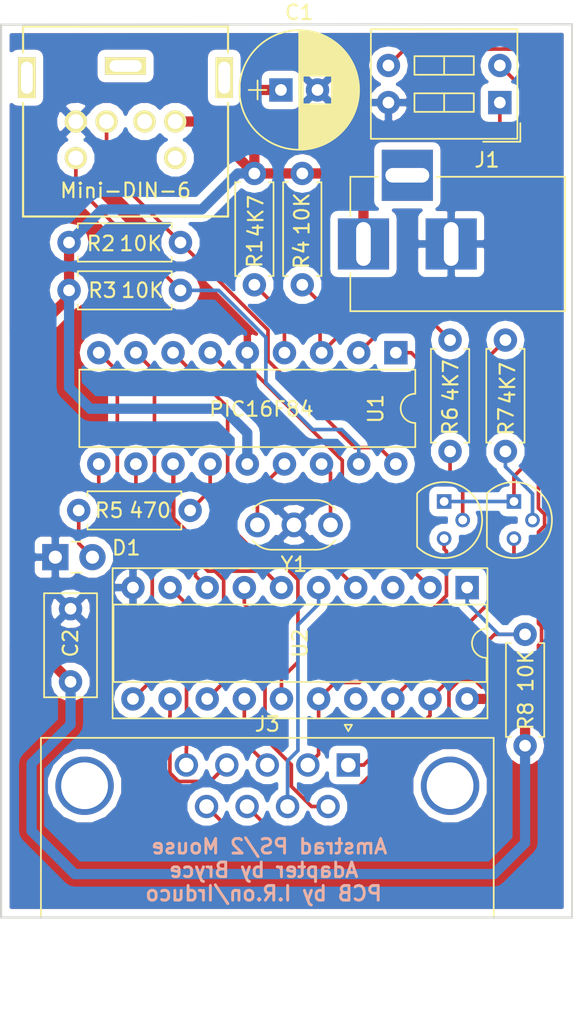
<source format=kicad_pcb>
(kicad_pcb (version 4) (host pcbnew 4.0.7)

  (general
    (links 55)
    (no_connects 0)
    (area 83.464999 42.596999 122.680801 103.884801)
    (thickness 1.6)
    (drawings 5)
    (tracks 219)
    (zones 0)
    (modules 20)
    (nets 32)
  )

  (page A4)
  (layers
    (0 F.Cu signal)
    (31 B.Cu signal)
    (32 B.Adhes user)
    (33 F.Adhes user)
    (34 B.Paste user)
    (35 F.Paste user)
    (36 B.SilkS user)
    (37 F.SilkS user)
    (38 B.Mask user)
    (39 F.Mask user)
    (40 Dwgs.User user)
    (41 Cmts.User user)
    (42 Eco1.User user)
    (43 Eco2.User user)
    (44 Edge.Cuts user)
    (45 Margin user)
    (46 B.CrtYd user)
    (47 F.CrtYd user)
    (48 B.Fab user)
    (49 F.Fab user)
  )

  (setup
    (last_trace_width 0.25)
    (trace_clearance 0.2)
    (zone_clearance 0.508)
    (zone_45_only no)
    (trace_min 0.2)
    (segment_width 0.2)
    (edge_width 0.15)
    (via_size 0.6)
    (via_drill 0.4)
    (via_min_size 0.4)
    (via_min_drill 0.3)
    (uvia_size 0.3)
    (uvia_drill 0.1)
    (uvias_allowed no)
    (uvia_min_size 0.2)
    (uvia_min_drill 0.1)
    (pcb_text_width 0.3)
    (pcb_text_size 1.5 1.5)
    (mod_edge_width 0.15)
    (mod_text_size 1 1)
    (mod_text_width 0.15)
    (pad_size 1.524 1.524)
    (pad_drill 0.762)
    (pad_to_mask_clearance 0.2)
    (aux_axis_origin 0 0)
    (visible_elements FFFFFF7F)
    (pcbplotparams
      (layerselection 0x010f0_80000001)
      (usegerberextensions false)
      (usegerberattributes true)
      (excludeedgelayer false)
      (linewidth 0.100000)
      (plotframeref false)
      (viasonmask false)
      (mode 1)
      (useauxorigin true)
      (hpglpennumber 1)
      (hpglpenspeed 20)
      (hpglpendiameter 15)
      (hpglpenoverlay 2)
      (psnegative false)
      (psa4output false)
      (plotreference true)
      (plotvalue true)
      (plotinvisibletext false)
      (padsonsilk false)
      (subtractmaskfromsilk false)
      (outputformat 1)
      (mirror false)
      (drillshape 0)
      (scaleselection 1)
      (outputdirectory Gerber/))
  )

  (net 0 "")
  (net 1 VCC)
  (net 2 GND)
  (net 3 "Net-(D1-Pad2)")
  (net 4 "Net-(J2-Pad1)")
  (net 5 "Net-(J2-Pad5)")
  (net 6 "Net-(J3-Pad1)")
  (net 7 "Net-(J3-Pad2)")
  (net 8 "Net-(J3-Pad3)")
  (net 9 "Net-(J3-Pad4)")
  (net 10 "Net-(J3-Pad5)")
  (net 11 "Net-(J3-Pad6)")
  (net 12 "Net-(J3-Pad7)")
  (net 13 "Net-(J3-Pad8)")
  (net 14 "Net-(J3-Pad9)")
  (net 15 "Net-(Q1-Pad2)")
  (net 16 "Net-(Q1-Pad1)")
  (net 17 "Net-(Q2-Pad2)")
  (net 18 "Net-(R1-Pad1)")
  (net 19 "Net-(R4-Pad1)")
  (net 20 "Net-(R5-Pad2)")
  (net 21 "Net-(R6-Pad2)")
  (net 22 "Net-(R7-Pad2)")
  (net 23 "Net-(U1-Pad10)")
  (net 24 "Net-(U1-Pad11)")
  (net 25 "Net-(U1-Pad12)")
  (net 26 "Net-(U1-Pad6)")
  (net 27 "Net-(U1-Pad15)")
  (net 28 "Net-(U1-Pad7)")
  (net 29 "Net-(U1-Pad16)")
  (net 30 "Net-(U1-Pad8)")
  (net 31 "Net-(U1-Pad9)")

  (net_class Default "This is the default net class."
    (clearance 0.2)
    (trace_width 0.25)
    (via_dia 0.6)
    (via_drill 0.4)
    (uvia_dia 0.3)
    (uvia_drill 0.1)
    (add_net "Net-(D1-Pad2)")
    (add_net "Net-(J2-Pad1)")
    (add_net "Net-(J2-Pad5)")
    (add_net "Net-(J3-Pad1)")
    (add_net "Net-(J3-Pad2)")
    (add_net "Net-(J3-Pad3)")
    (add_net "Net-(J3-Pad4)")
    (add_net "Net-(J3-Pad5)")
    (add_net "Net-(J3-Pad6)")
    (add_net "Net-(J3-Pad7)")
    (add_net "Net-(J3-Pad8)")
    (add_net "Net-(J3-Pad9)")
    (add_net "Net-(Q1-Pad1)")
    (add_net "Net-(Q1-Pad2)")
    (add_net "Net-(Q2-Pad2)")
    (add_net "Net-(R1-Pad1)")
    (add_net "Net-(R4-Pad1)")
    (add_net "Net-(R5-Pad2)")
    (add_net "Net-(R6-Pad2)")
    (add_net "Net-(R7-Pad2)")
    (add_net "Net-(U1-Pad10)")
    (add_net "Net-(U1-Pad11)")
    (add_net "Net-(U1-Pad12)")
    (add_net "Net-(U1-Pad15)")
    (add_net "Net-(U1-Pad16)")
    (add_net "Net-(U1-Pad6)")
    (add_net "Net-(U1-Pad7)")
    (add_net "Net-(U1-Pad8)")
    (add_net "Net-(U1-Pad9)")
  )

  (net_class LargeSignal ""
    (clearance 0.2)
    (trace_width 0.3)
    (via_dia 0.5)
    (via_drill 0.4)
    (uvia_dia 0.3)
    (uvia_drill 0.1)
  )

  (net_class Power ""
    (clearance 0.3)
    (trace_width 0.7)
    (via_dia 0.6)
    (via_drill 0.5)
    (uvia_dia 0.3)
    (uvia_drill 0.1)
    (add_net GND)
    (add_net VCC)
  )

  (module Connectors:BARREL_JACK (layer F.Cu) (tedit 5B4A7987) (tstamp 5B4A702B)
    (at 108.3254 57.7088 180)
    (descr "DC Barrel Jack")
    (tags "Power Jack")
    (path /5B4A2AD7)
    (fp_text reference J1 (at -8.45 5.75 360) (layer F.SilkS)
      (effects (font (size 1 1) (thickness 0.15)))
    )
    (fp_text value Barrel_Jack (at -6.2 -5.5 180) (layer F.Fab) hide
      (effects (font (size 1 1) (thickness 0.15)))
    )
    (fp_line (start 1 -4.5) (end 1 -4.75) (layer F.CrtYd) (width 0.05))
    (fp_line (start 1 -4.75) (end -14 -4.75) (layer F.CrtYd) (width 0.05))
    (fp_line (start 1 -4.5) (end 1 -2) (layer F.CrtYd) (width 0.05))
    (fp_line (start 1 -2) (end 2 -2) (layer F.CrtYd) (width 0.05))
    (fp_line (start 2 -2) (end 2 2) (layer F.CrtYd) (width 0.05))
    (fp_line (start 2 2) (end 1 2) (layer F.CrtYd) (width 0.05))
    (fp_line (start 1 2) (end 1 4.75) (layer F.CrtYd) (width 0.05))
    (fp_line (start 1 4.75) (end -1 4.75) (layer F.CrtYd) (width 0.05))
    (fp_line (start -1 4.75) (end -1 6.75) (layer F.CrtYd) (width 0.05))
    (fp_line (start -1 6.75) (end -5 6.75) (layer F.CrtYd) (width 0.05))
    (fp_line (start -5 6.75) (end -5 4.75) (layer F.CrtYd) (width 0.05))
    (fp_line (start -5 4.75) (end -14 4.75) (layer F.CrtYd) (width 0.05))
    (fp_line (start -14 4.75) (end -14 -4.75) (layer F.CrtYd) (width 0.05))
    (fp_line (start -5 4.6) (end -13.8 4.6) (layer F.SilkS) (width 0.12))
    (fp_line (start -13.8 4.6) (end -13.8 -4.6) (layer F.SilkS) (width 0.12))
    (fp_line (start 0.9 1.9) (end 0.9 4.6) (layer F.SilkS) (width 0.12))
    (fp_line (start 0.9 4.6) (end -1 4.6) (layer F.SilkS) (width 0.12))
    (fp_line (start -13.8 -4.6) (end 0.9 -4.6) (layer F.SilkS) (width 0.12))
    (fp_line (start 0.9 -4.6) (end 0.9 -2) (layer F.SilkS) (width 0.12))
    (fp_line (start -10.2 -4.5) (end -10.2 4.5) (layer F.Fab) (width 0.1))
    (fp_line (start -13.7 -4.5) (end -13.7 4.5) (layer F.Fab) (width 0.1))
    (fp_line (start -13.7 4.5) (end 0.8 4.5) (layer F.Fab) (width 0.1))
    (fp_line (start 0.8 4.5) (end 0.8 -4.5) (layer F.Fab) (width 0.1))
    (fp_line (start 0.8 -4.5) (end -13.7 -4.5) (layer F.Fab) (width 0.1))
    (pad 1 thru_hole rect (at 0 0 180) (size 3.5 3.5) (drill oval 1 3) (layers *.Cu *.Mask)
      (net 1 VCC))
    (pad 2 thru_hole rect (at -6 0 180) (size 3.5 3.5) (drill oval 1 3) (layers *.Cu *.Mask)
      (net 2 GND))
    (pad 3 thru_hole rect (at -3 4.7 180) (size 3.5 3.5) (drill oval 3 1) (layers *.Cu *.Mask))
  )

  (module Capacitors_THT:C_Rect_L7.0mm_W3.5mm_P5.00mm (layer F.Cu) (tedit 5B4A8314) (tstamp 5B4A701E)
    (at 88.2904 87.677 90)
    (descr "C, Rect series, Radial, pin pitch=5.00mm, , length*width=7*3.5mm^2, Capacitor")
    (tags "C Rect series Radial pin pitch 5.00mm  length 7mm width 3.5mm Capacitor")
    (path /5B4A70BE)
    (fp_text reference C2 (at 2.6416 0 90) (layer F.SilkS)
      (effects (font (size 1 1) (thickness 0.15)))
    )
    (fp_text value 100nF (at 3.1242 -3.175 90) (layer F.Fab) hide
      (effects (font (size 1 1) (thickness 0.15)))
    )
    (fp_line (start -1 -1.75) (end -1 1.75) (layer F.Fab) (width 0.1))
    (fp_line (start -1 1.75) (end 6 1.75) (layer F.Fab) (width 0.1))
    (fp_line (start 6 1.75) (end 6 -1.75) (layer F.Fab) (width 0.1))
    (fp_line (start 6 -1.75) (end -1 -1.75) (layer F.Fab) (width 0.1))
    (fp_line (start -1.06 -1.81) (end 6.06 -1.81) (layer F.SilkS) (width 0.12))
    (fp_line (start -1.06 1.81) (end 6.06 1.81) (layer F.SilkS) (width 0.12))
    (fp_line (start -1.06 -1.81) (end -1.06 1.81) (layer F.SilkS) (width 0.12))
    (fp_line (start 6.06 -1.81) (end 6.06 1.81) (layer F.SilkS) (width 0.12))
    (fp_line (start -1.35 -2.1) (end -1.35 2.1) (layer F.CrtYd) (width 0.05))
    (fp_line (start -1.35 2.1) (end 6.35 2.1) (layer F.CrtYd) (width 0.05))
    (fp_line (start 6.35 2.1) (end 6.35 -2.1) (layer F.CrtYd) (width 0.05))
    (fp_line (start 6.35 -2.1) (end -1.35 -2.1) (layer F.CrtYd) (width 0.05))
    (fp_text user %R (at 2.5 0 90) (layer F.Fab) hide
      (effects (font (size 1 1) (thickness 0.15)))
    )
    (pad 1 thru_hole circle (at 0 0 90) (size 1.6 1.6) (drill 0.8) (layers *.Cu *.Mask)
      (net 1 VCC))
    (pad 2 thru_hole circle (at 5 0 90) (size 1.6 1.6) (drill 0.8) (layers *.Cu *.Mask)
      (net 2 GND))
    (model ${KISYS3DMOD}/Capacitors_THT.3dshapes/C_Rect_L7.0mm_W3.5mm_P5.00mm.wrl
      (at (xyz 0 0 0))
      (scale (xyz 1 1 1))
      (rotate (xyz 0 0 0))
    )
  )

  (module Din1:din6-schurter-4850261 (layer F.Cu) (tedit 0) (tstamp 5B4A7038)
    (at 92.0532 49.3268 180)
    (path /5B4A1D97)
    (fp_text reference J2 (at 0 5.7912 180) (layer F.SilkS) hide
      (effects (font (size 0.762 0.762) (thickness 0.1016)))
    )
    (fp_text value Mini-DIN-6 (at 0 -4.7244 180) (layer F.SilkS)
      (effects (font (size 1 1) (thickness 0.15)))
    )
    (fp_line (start -7.0104 6.5024) (end -7.0104 4.7244) (layer F.SilkS) (width 0.15))
    (fp_line (start 7.0104 1.27) (end 7.0104 -6.5024) (layer F.SilkS) (width 0.15))
    (fp_line (start 7.0104 -6.5024) (end -7.0104 -6.5024) (layer F.SilkS) (width 0.15))
    (fp_line (start -7.0104 -6.5024) (end -7.0104 1.27) (layer F.SilkS) (width 0.15))
    (fp_line (start -7.0104 6.5024) (end 7.0104 6.5024) (layer F.SilkS) (width 0.15))
    (fp_line (start 7.0104 6.5024) (end 7.0104 4.7244) (layer F.SilkS) (width 0.15))
    (pad 1 thru_hole circle (at 1.3 0 180) (size 1.524 1.524) (drill 1.016) (layers *.Cu *.Mask F.SilkS)
      (net 4 "Net-(J2-Pad1)"))
    (pad 2 thru_hole circle (at -1.3 0 180) (size 1.524 1.524) (drill 1.016) (layers *.Cu *.Mask F.SilkS))
    (pad 3 thru_hole circle (at 3.4 0 180) (size 1.524 1.524) (drill 1.016) (layers *.Cu *.Mask F.SilkS)
      (net 2 GND))
    (pad 4 thru_hole circle (at -3.4 0 180) (size 1.524 1.524) (drill 1.016) (layers *.Cu *.Mask F.SilkS)
      (net 1 VCC))
    (pad 5 thru_hole circle (at 3.4 -2.5 180) (size 1.524 1.524) (drill 1.016) (layers *.Cu *.Mask F.SilkS)
      (net 5 "Net-(J2-Pad5)"))
    (pad 6 thru_hole circle (at -3.4 -2.5 180) (size 1.524 1.524) (drill 1.016) (layers *.Cu *.Mask F.SilkS))
    (pad 0 thru_hole rect (at -6.75 3 180) (size 1.2 2.8) (drill oval 0.8 2.2) (layers *.Cu *.Mask F.SilkS))
    (pad 0 thru_hole rect (at 6.75 3 180) (size 1.2 2.8) (drill oval 0.8 2.2) (layers *.Cu *.Mask F.SilkS))
    (pad 0 thru_hole rect (at 0 3.8 180) (size 2.8 1.2) (drill oval 2.2 0.8) (layers *.Cu *.Mask F.SilkS))
  )

  (module Connector_Dsub:DSUB-9_Female_Horizontal_P2.77x2.84mm_EdgePinOffset7.70mm_Housed_MountingHolesOffset9.12mm (layer F.Cu) (tedit 5B4A89BA) (tstamp 5B4A7047)
    (at 107.2892 93.3728)
    (descr "9-pin D-Sub connector, horizontal/angled (90 deg), THT-mount, female, pitch 2.77x2.84mm, pin-PCB-offset 7.699999999999999mm, distance of mounting holes 25mm, distance of mounting holes to PCB edge 9.12mm, see https://disti-assets.s3.amazonaws.com/tonar/files/datasheets/16730.pdf")
    (tags "9-pin D-Sub connector horizontal angled 90deg THT female pitch 2.77x2.84mm pin-PCB-offset 7.699999999999999mm mounting-holes-distance 25mm mounting-hole-offset 25mm")
    (path /5B4A1F42)
    (fp_text reference J3 (at -5.54 -2.8) (layer F.SilkS)
      (effects (font (size 1 1) (thickness 0.15)))
    )
    (fp_text value DB9_Female (at -5.54 18.61) (layer F.Fab) hide
      (effects (font (size 1 1) (thickness 0.15)))
    )
    (fp_arc (start -18.04 1.42) (end -19.64 1.42) (angle 180) (layer F.Fab) (width 0.1))
    (fp_arc (start 6.96 1.42) (end 5.36 1.42) (angle 180) (layer F.Fab) (width 0.1))
    (fp_line (start -20.965 -1.8) (end -20.965 10.54) (layer F.Fab) (width 0.1))
    (fp_line (start -20.965 10.54) (end 9.885 10.54) (layer F.Fab) (width 0.1))
    (fp_line (start 9.885 10.54) (end 9.885 -1.8) (layer F.Fab) (width 0.1))
    (fp_line (start 9.885 -1.8) (end -20.965 -1.8) (layer F.Fab) (width 0.1))
    (fp_line (start -20.965 10.54) (end -20.965 10.94) (layer F.Fab) (width 0.1))
    (fp_line (start -20.965 10.94) (end 9.885 10.94) (layer F.Fab) (width 0.1))
    (fp_line (start 9.885 10.94) (end 9.885 10.54) (layer F.Fab) (width 0.1))
    (fp_line (start 9.885 10.54) (end -20.965 10.54) (layer F.Fab) (width 0.1))
    (fp_line (start -13.69 10.94) (end -13.69 17.11) (layer F.Fab) (width 0.1))
    (fp_line (start -13.69 17.11) (end 2.61 17.11) (layer F.Fab) (width 0.1))
    (fp_line (start 2.61 17.11) (end 2.61 10.94) (layer F.Fab) (width 0.1))
    (fp_line (start 2.61 10.94) (end -13.69 10.94) (layer F.Fab) (width 0.1))
    (fp_line (start -20.54 10.94) (end -20.54 15.94) (layer F.Fab) (width 0.1))
    (fp_line (start -20.54 15.94) (end -15.54 15.94) (layer F.Fab) (width 0.1))
    (fp_line (start -15.54 15.94) (end -15.54 10.94) (layer F.Fab) (width 0.1))
    (fp_line (start -15.54 10.94) (end -20.54 10.94) (layer F.Fab) (width 0.1))
    (fp_line (start 4.46 10.94) (end 4.46 15.94) (layer F.Fab) (width 0.1))
    (fp_line (start 4.46 15.94) (end 9.46 15.94) (layer F.Fab) (width 0.1))
    (fp_line (start 9.46 15.94) (end 9.46 10.94) (layer F.Fab) (width 0.1))
    (fp_line (start 9.46 10.94) (end 4.46 10.94) (layer F.Fab) (width 0.1))
    (fp_line (start -19.64 10.54) (end -19.64 1.42) (layer F.Fab) (width 0.1))
    (fp_line (start -16.44 10.54) (end -16.44 1.42) (layer F.Fab) (width 0.1))
    (fp_line (start 5.36 10.54) (end 5.36 1.42) (layer F.Fab) (width 0.1))
    (fp_line (start 8.56 10.54) (end 8.56 1.42) (layer F.Fab) (width 0.1))
    (fp_line (start -21.025 10.48) (end -21.025 -1.86) (layer F.SilkS) (width 0.12))
    (fp_line (start -21.025 -1.86) (end 9.945 -1.86) (layer F.SilkS) (width 0.12))
    (fp_line (start 9.945 -1.86) (end 9.945 10.48) (layer F.SilkS) (width 0.12))
    (fp_line (start -0.25 -2.754338) (end 0.25 -2.754338) (layer F.SilkS) (width 0.12))
    (fp_line (start 0.25 -2.754338) (end 0 -2.321325) (layer F.SilkS) (width 0.12))
    (fp_line (start 0 -2.321325) (end -0.25 -2.754338) (layer F.SilkS) (width 0.12))
    (fp_line (start -21.5 -2.35) (end -21.5 17.65) (layer F.CrtYd) (width 0.05))
    (fp_line (start -21.5 17.65) (end 10.4 17.65) (layer F.CrtYd) (width 0.05))
    (fp_line (start 10.4 17.65) (end 10.4 -2.35) (layer F.CrtYd) (width 0.05))
    (fp_line (start 10.4 -2.35) (end -21.5 -2.35) (layer F.CrtYd) (width 0.05))
    (fp_text user %R (at -13.6394 2.4868) (layer F.Fab) hide
      (effects (font (size 1 1) (thickness 0.15)))
    )
    (pad 1 thru_hole rect (at 0 0) (size 1.6 1.6) (drill 1) (layers *.Cu *.Mask)
      (net 6 "Net-(J3-Pad1)"))
    (pad 2 thru_hole circle (at -2.77 0) (size 1.6 1.6) (drill 1) (layers *.Cu *.Mask)
      (net 7 "Net-(J3-Pad2)"))
    (pad 3 thru_hole circle (at -5.54 0) (size 1.6 1.6) (drill 1) (layers *.Cu *.Mask)
      (net 8 "Net-(J3-Pad3)"))
    (pad 4 thru_hole circle (at -8.31 0) (size 1.6 1.6) (drill 1) (layers *.Cu *.Mask)
      (net 9 "Net-(J3-Pad4)"))
    (pad 5 thru_hole circle (at -11.08 0) (size 1.6 1.6) (drill 1) (layers *.Cu *.Mask)
      (net 10 "Net-(J3-Pad5)"))
    (pad 6 thru_hole circle (at -1.385 2.84) (size 1.6 1.6) (drill 1) (layers *.Cu *.Mask)
      (net 11 "Net-(J3-Pad6)"))
    (pad 7 thru_hole circle (at -4.155 2.84) (size 1.6 1.6) (drill 1) (layers *.Cu *.Mask)
      (net 12 "Net-(J3-Pad7)"))
    (pad 8 thru_hole circle (at -6.925 2.84) (size 1.6 1.6) (drill 1) (layers *.Cu *.Mask)
      (net 13 "Net-(J3-Pad8)"))
    (pad 9 thru_hole circle (at -9.695 2.84) (size 1.6 1.6) (drill 1) (layers *.Cu *.Mask)
      (net 14 "Net-(J3-Pad9)"))
    (pad 0 thru_hole circle (at -18.04 1.42) (size 4 4) (drill 3.2) (layers *.Cu *.Mask))
    (pad 0 thru_hole circle (at 6.96 1.42) (size 4 4) (drill 3.2) (layers *.Cu *.Mask))
    (model ${KISYS3DMOD}/Connector_Dsub.3dshapes/DSUB-9_Female_Horizontal_P2.77x2.84mm_EdgePinOffset7.70mm_Housed_MountingHolesOffset9.12mm.wrl
      (at (xyz 0 0 0))
      (scale (xyz 1 1 1))
      (rotate (xyz 0 0 0))
    )
  )

  (module TO_SOT_Packages_THT:TO-92_Molded_Narrow (layer F.Cu) (tedit 5B4A7B34) (tstamp 5B4A704E)
    (at 113.8428 75.3364 270)
    (descr "TO-92 leads molded, narrow, drill 0.6mm (see NXP sot054_po.pdf)")
    (tags "to-92 sc-43 sc-43a sot54 PA33 transistor")
    (path /5B4A1E22)
    (fp_text reference Q1 (at 1.4986 -3.3401 270) (layer F.SilkS) hide
      (effects (font (size 1 1) (thickness 0.15)))
    )
    (fp_text value "" (at 1.27 2.79 270) (layer F.Fab)
      (effects (font (size 1 1) (thickness 0.15)))
    )
    (fp_text user %R (at 1.27 -3.56 270) (layer F.Fab) hide
      (effects (font (size 1 1) (thickness 0.15)))
    )
    (fp_line (start -0.53 1.85) (end 3.07 1.85) (layer F.SilkS) (width 0.12))
    (fp_line (start -0.5 1.75) (end 3 1.75) (layer F.Fab) (width 0.1))
    (fp_line (start -1.46 -2.73) (end 4 -2.73) (layer F.CrtYd) (width 0.05))
    (fp_line (start -1.46 -2.73) (end -1.46 2.01) (layer F.CrtYd) (width 0.05))
    (fp_line (start 4 2.01) (end 4 -2.73) (layer F.CrtYd) (width 0.05))
    (fp_line (start 4 2.01) (end -1.46 2.01) (layer F.CrtYd) (width 0.05))
    (fp_arc (start 1.27 0) (end 1.27 -2.48) (angle 135) (layer F.Fab) (width 0.1))
    (fp_arc (start 1.27 0) (end 1.27 -2.6) (angle -135) (layer F.SilkS) (width 0.12))
    (fp_arc (start 1.27 0) (end 1.27 -2.48) (angle -135) (layer F.Fab) (width 0.1))
    (fp_arc (start 1.27 0) (end 1.27 -2.6) (angle 135) (layer F.SilkS) (width 0.12))
    (pad 2 thru_hole circle (at 1.27 -1.27) (size 1 1) (drill 0.6) (layers *.Cu *.Mask)
      (net 15 "Net-(Q1-Pad2)"))
    (pad 3 thru_hole circle (at 2.54 0) (size 1 1) (drill 0.6) (layers *.Cu *.Mask)
      (net 7 "Net-(J3-Pad2)"))
    (pad 1 thru_hole rect (at 0 0) (size 1 1) (drill 0.6) (layers *.Cu *.Mask)
      (net 16 "Net-(Q1-Pad1)"))
    (model ${KISYS3DMOD}/TO_SOT_Packages_THT.3dshapes/TO-92_Molded_Narrow.wrl
      (at (xyz 0.05 0 0))
      (scale (xyz 1 1 1))
      (rotate (xyz 0 0 -90))
    )
  )

  (module TO_SOT_Packages_THT:TO-92_Molded_Narrow (layer F.Cu) (tedit 5B4A8239) (tstamp 5B4A7055)
    (at 118.618 75.3364 270)
    (descr "TO-92 leads molded, narrow, drill 0.6mm (see NXP sot054_po.pdf)")
    (tags "to-92 sc-43 sc-43a sot54 PA33 transistor")
    (path /5B4A1EC6)
    (fp_text reference Q2 (at 1.3716 1.7526 270) (layer F.SilkS) hide
      (effects (font (size 1 1) (thickness 0.15)))
    )
    (fp_text value 2N3904 (at -2.286 -2.7432 360) (layer F.Fab) hide
      (effects (font (size 1 1) (thickness 0.15)))
    )
    (fp_text user %R (at 1.27 -3.56 270) (layer F.Fab) hide
      (effects (font (size 1 1) (thickness 0.15)))
    )
    (fp_line (start -0.53 1.85) (end 3.07 1.85) (layer F.SilkS) (width 0.12))
    (fp_line (start -0.5 1.75) (end 3 1.75) (layer F.Fab) (width 0.1))
    (fp_line (start -1.46 -2.73) (end 4 -2.73) (layer F.CrtYd) (width 0.05))
    (fp_line (start -1.46 -2.73) (end -1.46 2.01) (layer F.CrtYd) (width 0.05))
    (fp_line (start 4 2.01) (end 4 -2.73) (layer F.CrtYd) (width 0.05))
    (fp_line (start 4 2.01) (end -1.46 2.01) (layer F.CrtYd) (width 0.05))
    (fp_arc (start 1.27 0) (end 1.27 -2.48) (angle 135) (layer F.Fab) (width 0.1))
    (fp_arc (start 1.27 0) (end 1.27 -2.6) (angle -135) (layer F.SilkS) (width 0.12))
    (fp_arc (start 1.27 0) (end 1.27 -2.48) (angle -135) (layer F.Fab) (width 0.1))
    (fp_arc (start 1.27 0) (end 1.27 -2.6) (angle 135) (layer F.SilkS) (width 0.12))
    (pad 2 thru_hole circle (at 1.27 -1.27) (size 1 1) (drill 0.6) (layers *.Cu *.Mask)
      (net 17 "Net-(Q2-Pad2)"))
    (pad 3 thru_hole circle (at 2.54 0) (size 1 1) (drill 0.6) (layers *.Cu *.Mask)
      (net 6 "Net-(J3-Pad1)"))
    (pad 1 thru_hole rect (at 0 0) (size 1 1) (drill 0.6) (layers *.Cu *.Mask)
      (net 16 "Net-(Q1-Pad1)"))
    (model ${KISYS3DMOD}/TO_SOT_Packages_THT.3dshapes/TO-92_Molded_Narrow.wrl
      (at (xyz 0.05 0 0))
      (scale (xyz 1 1 1))
      (rotate (xyz 0 0 -90))
    )
  )

  (module Resistors_THT:R_Axial_DIN0207_L6.3mm_D2.5mm_P7.62mm_Horizontal (layer F.Cu) (tedit 5B4A8A1D) (tstamp 5B4A705B)
    (at 100.8634 60.5028 90)
    (descr "Resistor, Axial_DIN0207 series, Axial, Horizontal, pin pitch=7.62mm, 0.25W = 1/4W, length*diameter=6.3*2.5mm^2, http://cdn-reichelt.de/documents/datenblatt/B400/1_4W%23YAG.pdf")
    (tags "Resistor Axial_DIN0207 series Axial Horizontal pin pitch 7.62mm 0.25W = 1/4W length 6.3mm diameter 2.5mm")
    (path /5B4A69BD)
    (fp_text reference R1 (at 2.1336 0.0254 90) (layer F.SilkS)
      (effects (font (size 1 1) (thickness 0.15)))
    )
    (fp_text value 4K7 (at 4.699 0.1016 90) (layer F.SilkS)
      (effects (font (size 1 1) (thickness 0.15)))
    )
    (fp_line (start 0.66 -1.25) (end 0.66 1.25) (layer F.Fab) (width 0.1))
    (fp_line (start 0.66 1.25) (end 6.96 1.25) (layer F.Fab) (width 0.1))
    (fp_line (start 6.96 1.25) (end 6.96 -1.25) (layer F.Fab) (width 0.1))
    (fp_line (start 6.96 -1.25) (end 0.66 -1.25) (layer F.Fab) (width 0.1))
    (fp_line (start 0 0) (end 0.66 0) (layer F.Fab) (width 0.1))
    (fp_line (start 7.62 0) (end 6.96 0) (layer F.Fab) (width 0.1))
    (fp_line (start 0.6 -0.98) (end 0.6 -1.31) (layer F.SilkS) (width 0.12))
    (fp_line (start 0.6 -1.31) (end 7.02 -1.31) (layer F.SilkS) (width 0.12))
    (fp_line (start 7.02 -1.31) (end 7.02 -0.98) (layer F.SilkS) (width 0.12))
    (fp_line (start 0.6 0.98) (end 0.6 1.31) (layer F.SilkS) (width 0.12))
    (fp_line (start 0.6 1.31) (end 7.02 1.31) (layer F.SilkS) (width 0.12))
    (fp_line (start 7.02 1.31) (end 7.02 0.98) (layer F.SilkS) (width 0.12))
    (fp_line (start -1.05 -1.6) (end -1.05 1.6) (layer F.CrtYd) (width 0.05))
    (fp_line (start -1.05 1.6) (end 8.7 1.6) (layer F.CrtYd) (width 0.05))
    (fp_line (start 8.7 1.6) (end 8.7 -1.6) (layer F.CrtYd) (width 0.05))
    (fp_line (start 8.7 -1.6) (end -1.05 -1.6) (layer F.CrtYd) (width 0.05))
    (pad 1 thru_hole circle (at 0 0 90) (size 1.6 1.6) (drill 0.8) (layers *.Cu *.Mask)
      (net 18 "Net-(R1-Pad1)"))
    (pad 2 thru_hole oval (at 7.62 0 90) (size 1.6 1.6) (drill 0.8) (layers *.Cu *.Mask)
      (net 1 VCC))
    (model ${KISYS3DMOD}/Resistors_THT.3dshapes/R_Axial_DIN0207_L6.3mm_D2.5mm_P7.62mm_Horizontal.wrl
      (at (xyz 0 0 0))
      (scale (xyz 0.393701 0.393701 0.393701))
      (rotate (xyz 0 0 0))
    )
  )

  (module Resistors_THT:R_Axial_DIN0207_L6.3mm_D2.5mm_P7.62mm_Horizontal (layer F.Cu) (tedit 5B4A89F4) (tstamp 5B4A7061)
    (at 95.8088 57.6072 180)
    (descr "Resistor, Axial_DIN0207 series, Axial, Horizontal, pin pitch=7.62mm, 0.25W = 1/4W, length*diameter=6.3*2.5mm^2, http://cdn-reichelt.de/documents/datenblatt/B400/1_4W%23YAG.pdf")
    (tags "Resistor Axial_DIN0207 series Axial Horizontal pin pitch 7.62mm 0.25W = 1/4W length 6.3mm diameter 2.5mm")
    (path /5B4A6069)
    (fp_text reference R2 (at 5.4356 -0.0762 180) (layer F.SilkS)
      (effects (font (size 1 1) (thickness 0.15)))
    )
    (fp_text value 10K (at 2.7178 -0.0762 180) (layer F.SilkS)
      (effects (font (size 1 1) (thickness 0.15)))
    )
    (fp_line (start 0.66 -1.25) (end 0.66 1.25) (layer F.Fab) (width 0.1))
    (fp_line (start 0.66 1.25) (end 6.96 1.25) (layer F.Fab) (width 0.1))
    (fp_line (start 6.96 1.25) (end 6.96 -1.25) (layer F.Fab) (width 0.1))
    (fp_line (start 6.96 -1.25) (end 0.66 -1.25) (layer F.Fab) (width 0.1))
    (fp_line (start 0 0) (end 0.66 0) (layer F.Fab) (width 0.1))
    (fp_line (start 7.62 0) (end 6.96 0) (layer F.Fab) (width 0.1))
    (fp_line (start 0.6 -0.98) (end 0.6 -1.31) (layer F.SilkS) (width 0.12))
    (fp_line (start 0.6 -1.31) (end 7.02 -1.31) (layer F.SilkS) (width 0.12))
    (fp_line (start 7.02 -1.31) (end 7.02 -0.98) (layer F.SilkS) (width 0.12))
    (fp_line (start 0.6 0.98) (end 0.6 1.31) (layer F.SilkS) (width 0.12))
    (fp_line (start 0.6 1.31) (end 7.02 1.31) (layer F.SilkS) (width 0.12))
    (fp_line (start 7.02 1.31) (end 7.02 0.98) (layer F.SilkS) (width 0.12))
    (fp_line (start -1.05 -1.6) (end -1.05 1.6) (layer F.CrtYd) (width 0.05))
    (fp_line (start -1.05 1.6) (end 8.7 1.6) (layer F.CrtYd) (width 0.05))
    (fp_line (start 8.7 1.6) (end 8.7 -1.6) (layer F.CrtYd) (width 0.05))
    (fp_line (start 8.7 -1.6) (end -1.05 -1.6) (layer F.CrtYd) (width 0.05))
    (pad 1 thru_hole circle (at 0 0 180) (size 1.6 1.6) (drill 0.8) (layers *.Cu *.Mask)
      (net 4 "Net-(J2-Pad1)"))
    (pad 2 thru_hole oval (at 7.62 0 180) (size 1.6 1.6) (drill 0.8) (layers *.Cu *.Mask)
      (net 1 VCC))
    (model ${KISYS3DMOD}/Resistors_THT.3dshapes/R_Axial_DIN0207_L6.3mm_D2.5mm_P7.62mm_Horizontal.wrl
      (at (xyz 0 0 0))
      (scale (xyz 0.393701 0.393701 0.393701))
      (rotate (xyz 0 0 0))
    )
  )

  (module Resistors_THT:R_Axial_DIN0207_L6.3mm_D2.5mm_P7.62mm_Horizontal (layer F.Cu) (tedit 5B4A89FE) (tstamp 5B4A7067)
    (at 95.8088 60.8838 180)
    (descr "Resistor, Axial_DIN0207 series, Axial, Horizontal, pin pitch=7.62mm, 0.25W = 1/4W, length*diameter=6.3*2.5mm^2, http://cdn-reichelt.de/documents/datenblatt/B400/1_4W%23YAG.pdf")
    (tags "Resistor Axial_DIN0207 series Axial Horizontal pin pitch 7.62mm 0.25W = 1/4W length 6.3mm diameter 2.5mm")
    (path /5B4A1FDB)
    (fp_text reference R3 (at 5.334 0 180) (layer F.SilkS)
      (effects (font (size 1 1) (thickness 0.15)))
    )
    (fp_text value 10K (at 2.5908 0 180) (layer F.SilkS)
      (effects (font (size 1 1) (thickness 0.15)))
    )
    (fp_line (start 0.66 -1.25) (end 0.66 1.25) (layer F.Fab) (width 0.1))
    (fp_line (start 0.66 1.25) (end 6.96 1.25) (layer F.Fab) (width 0.1))
    (fp_line (start 6.96 1.25) (end 6.96 -1.25) (layer F.Fab) (width 0.1))
    (fp_line (start 6.96 -1.25) (end 0.66 -1.25) (layer F.Fab) (width 0.1))
    (fp_line (start 0 0) (end 0.66 0) (layer F.Fab) (width 0.1))
    (fp_line (start 7.62 0) (end 6.96 0) (layer F.Fab) (width 0.1))
    (fp_line (start 0.6 -0.98) (end 0.6 -1.31) (layer F.SilkS) (width 0.12))
    (fp_line (start 0.6 -1.31) (end 7.02 -1.31) (layer F.SilkS) (width 0.12))
    (fp_line (start 7.02 -1.31) (end 7.02 -0.98) (layer F.SilkS) (width 0.12))
    (fp_line (start 0.6 0.98) (end 0.6 1.31) (layer F.SilkS) (width 0.12))
    (fp_line (start 0.6 1.31) (end 7.02 1.31) (layer F.SilkS) (width 0.12))
    (fp_line (start 7.02 1.31) (end 7.02 0.98) (layer F.SilkS) (width 0.12))
    (fp_line (start -1.05 -1.6) (end -1.05 1.6) (layer F.CrtYd) (width 0.05))
    (fp_line (start -1.05 1.6) (end 8.7 1.6) (layer F.CrtYd) (width 0.05))
    (fp_line (start 8.7 1.6) (end 8.7 -1.6) (layer F.CrtYd) (width 0.05))
    (fp_line (start 8.7 -1.6) (end -1.05 -1.6) (layer F.CrtYd) (width 0.05))
    (pad 1 thru_hole circle (at 0 0 180) (size 1.6 1.6) (drill 0.8) (layers *.Cu *.Mask)
      (net 5 "Net-(J2-Pad5)"))
    (pad 2 thru_hole oval (at 7.62 0 180) (size 1.6 1.6) (drill 0.8) (layers *.Cu *.Mask)
      (net 1 VCC))
    (model ${KISYS3DMOD}/Resistors_THT.3dshapes/R_Axial_DIN0207_L6.3mm_D2.5mm_P7.62mm_Horizontal.wrl
      (at (xyz 0 0 0))
      (scale (xyz 0.393701 0.393701 0.393701))
      (rotate (xyz 0 0 0))
    )
  )

  (module Resistors_THT:R_Axial_DIN0207_L6.3mm_D2.5mm_P7.62mm_Horizontal (layer F.Cu) (tedit 5B4A8A17) (tstamp 5B4A706D)
    (at 104.14 60.5028 90)
    (descr "Resistor, Axial_DIN0207 series, Axial, Horizontal, pin pitch=7.62mm, 0.25W = 1/4W, length*diameter=6.3*2.5mm^2, http://cdn-reichelt.de/documents/datenblatt/B400/1_4W%23YAG.pdf")
    (tags "Resistor Axial_DIN0207 series Axial Horizontal pin pitch 7.62mm 0.25W = 1/4W length 6.3mm diameter 2.5mm")
    (path /5B4A2068)
    (fp_text reference R4 (at 2.0574 -0.0508 90) (layer F.SilkS)
      (effects (font (size 1 1) (thickness 0.15)))
    )
    (fp_text value 10K (at 4.8514 -0.0254 90) (layer F.SilkS)
      (effects (font (size 1 1) (thickness 0.15)))
    )
    (fp_line (start 0.66 -1.25) (end 0.66 1.25) (layer F.Fab) (width 0.1))
    (fp_line (start 0.66 1.25) (end 6.96 1.25) (layer F.Fab) (width 0.1))
    (fp_line (start 6.96 1.25) (end 6.96 -1.25) (layer F.Fab) (width 0.1))
    (fp_line (start 6.96 -1.25) (end 0.66 -1.25) (layer F.Fab) (width 0.1))
    (fp_line (start 0 0) (end 0.66 0) (layer F.Fab) (width 0.1))
    (fp_line (start 7.62 0) (end 6.96 0) (layer F.Fab) (width 0.1))
    (fp_line (start 0.6 -0.98) (end 0.6 -1.31) (layer F.SilkS) (width 0.12))
    (fp_line (start 0.6 -1.31) (end 7.02 -1.31) (layer F.SilkS) (width 0.12))
    (fp_line (start 7.02 -1.31) (end 7.02 -0.98) (layer F.SilkS) (width 0.12))
    (fp_line (start 0.6 0.98) (end 0.6 1.31) (layer F.SilkS) (width 0.12))
    (fp_line (start 0.6 1.31) (end 7.02 1.31) (layer F.SilkS) (width 0.12))
    (fp_line (start 7.02 1.31) (end 7.02 0.98) (layer F.SilkS) (width 0.12))
    (fp_line (start -1.05 -1.6) (end -1.05 1.6) (layer F.CrtYd) (width 0.05))
    (fp_line (start -1.05 1.6) (end 8.7 1.6) (layer F.CrtYd) (width 0.05))
    (fp_line (start 8.7 1.6) (end 8.7 -1.6) (layer F.CrtYd) (width 0.05))
    (fp_line (start 8.7 -1.6) (end -1.05 -1.6) (layer F.CrtYd) (width 0.05))
    (pad 1 thru_hole circle (at 0 0 90) (size 1.6 1.6) (drill 0.8) (layers *.Cu *.Mask)
      (net 19 "Net-(R4-Pad1)"))
    (pad 2 thru_hole oval (at 7.62 0 90) (size 1.6 1.6) (drill 0.8) (layers *.Cu *.Mask)
      (net 1 VCC))
    (model ${KISYS3DMOD}/Resistors_THT.3dshapes/R_Axial_DIN0207_L6.3mm_D2.5mm_P7.62mm_Horizontal.wrl
      (at (xyz 0 0 0))
      (scale (xyz 0.393701 0.393701 0.393701))
      (rotate (xyz 0 0 0))
    )
  )

  (module Resistors_THT:R_Axial_DIN0207_L6.3mm_D2.5mm_P7.62mm_Horizontal (layer F.Cu) (tedit 5B4A8A3C) (tstamp 5B4A7073)
    (at 88.8492 75.946)
    (descr "Resistor, Axial_DIN0207 series, Axial, Horizontal, pin pitch=7.62mm, 0.25W = 1/4W, length*diameter=6.3*2.5mm^2, http://cdn-reichelt.de/documents/datenblatt/B400/1_4W%23YAG.pdf")
    (tags "Resistor Axial_DIN0207 series Axial Horizontal pin pitch 7.62mm 0.25W = 1/4W length 6.3mm diameter 2.5mm")
    (path /5B4A8246)
    (fp_text reference R5 (at 2.0828 0) (layer F.SilkS)
      (effects (font (size 1 1) (thickness 0.15)))
    )
    (fp_text value 470 (at 4.8768 0) (layer F.SilkS)
      (effects (font (size 1 1) (thickness 0.15)))
    )
    (fp_line (start 0.66 -1.25) (end 0.66 1.25) (layer F.Fab) (width 0.1))
    (fp_line (start 0.66 1.25) (end 6.96 1.25) (layer F.Fab) (width 0.1))
    (fp_line (start 6.96 1.25) (end 6.96 -1.25) (layer F.Fab) (width 0.1))
    (fp_line (start 6.96 -1.25) (end 0.66 -1.25) (layer F.Fab) (width 0.1))
    (fp_line (start 0 0) (end 0.66 0) (layer F.Fab) (width 0.1))
    (fp_line (start 7.62 0) (end 6.96 0) (layer F.Fab) (width 0.1))
    (fp_line (start 0.6 -0.98) (end 0.6 -1.31) (layer F.SilkS) (width 0.12))
    (fp_line (start 0.6 -1.31) (end 7.02 -1.31) (layer F.SilkS) (width 0.12))
    (fp_line (start 7.02 -1.31) (end 7.02 -0.98) (layer F.SilkS) (width 0.12))
    (fp_line (start 0.6 0.98) (end 0.6 1.31) (layer F.SilkS) (width 0.12))
    (fp_line (start 0.6 1.31) (end 7.02 1.31) (layer F.SilkS) (width 0.12))
    (fp_line (start 7.02 1.31) (end 7.02 0.98) (layer F.SilkS) (width 0.12))
    (fp_line (start -1.05 -1.6) (end -1.05 1.6) (layer F.CrtYd) (width 0.05))
    (fp_line (start -1.05 1.6) (end 8.7 1.6) (layer F.CrtYd) (width 0.05))
    (fp_line (start 8.7 1.6) (end 8.7 -1.6) (layer F.CrtYd) (width 0.05))
    (fp_line (start 8.7 -1.6) (end -1.05 -1.6) (layer F.CrtYd) (width 0.05))
    (pad 1 thru_hole circle (at 0 0) (size 1.6 1.6) (drill 0.8) (layers *.Cu *.Mask)
      (net 3 "Net-(D1-Pad2)"))
    (pad 2 thru_hole oval (at 7.62 0) (size 1.6 1.6) (drill 0.8) (layers *.Cu *.Mask)
      (net 20 "Net-(R5-Pad2)"))
    (model ${KISYS3DMOD}/Resistors_THT.3dshapes/R_Axial_DIN0207_L6.3mm_D2.5mm_P7.62mm_Horizontal.wrl
      (at (xyz 0 0 0))
      (scale (xyz 0.393701 0.393701 0.393701))
      (rotate (xyz 0 0 0))
    )
  )

  (module Resistors_THT:R_Axial_DIN0207_L6.3mm_D2.5mm_P7.62mm_Horizontal (layer F.Cu) (tedit 5B4A8A2E) (tstamp 5B4A7079)
    (at 114.2492 71.9074 90)
    (descr "Resistor, Axial_DIN0207 series, Axial, Horizontal, pin pitch=7.62mm, 0.25W = 1/4W, length*diameter=6.3*2.5mm^2, http://cdn-reichelt.de/documents/datenblatt/B400/1_4W%23YAG.pdf")
    (tags "Resistor Axial_DIN0207 series Axial Horizontal pin pitch 7.62mm 0.25W = 1/4W length 6.3mm diameter 2.5mm")
    (path /5B4A2139)
    (fp_text reference R6 (at 2.0828 0 90) (layer F.SilkS)
      (effects (font (size 1 1) (thickness 0.15)))
    )
    (fp_text value 4K7 (at 4.8514 0.0508 90) (layer F.SilkS)
      (effects (font (size 1 1) (thickness 0.15)))
    )
    (fp_line (start 0.66 -1.25) (end 0.66 1.25) (layer F.Fab) (width 0.1))
    (fp_line (start 0.66 1.25) (end 6.96 1.25) (layer F.Fab) (width 0.1))
    (fp_line (start 6.96 1.25) (end 6.96 -1.25) (layer F.Fab) (width 0.1))
    (fp_line (start 6.96 -1.25) (end 0.66 -1.25) (layer F.Fab) (width 0.1))
    (fp_line (start 0 0) (end 0.66 0) (layer F.Fab) (width 0.1))
    (fp_line (start 7.62 0) (end 6.96 0) (layer F.Fab) (width 0.1))
    (fp_line (start 0.6 -0.98) (end 0.6 -1.31) (layer F.SilkS) (width 0.12))
    (fp_line (start 0.6 -1.31) (end 7.02 -1.31) (layer F.SilkS) (width 0.12))
    (fp_line (start 7.02 -1.31) (end 7.02 -0.98) (layer F.SilkS) (width 0.12))
    (fp_line (start 0.6 0.98) (end 0.6 1.31) (layer F.SilkS) (width 0.12))
    (fp_line (start 0.6 1.31) (end 7.02 1.31) (layer F.SilkS) (width 0.12))
    (fp_line (start 7.02 1.31) (end 7.02 0.98) (layer F.SilkS) (width 0.12))
    (fp_line (start -1.05 -1.6) (end -1.05 1.6) (layer F.CrtYd) (width 0.05))
    (fp_line (start -1.05 1.6) (end 8.7 1.6) (layer F.CrtYd) (width 0.05))
    (fp_line (start 8.7 1.6) (end 8.7 -1.6) (layer F.CrtYd) (width 0.05))
    (fp_line (start 8.7 -1.6) (end -1.05 -1.6) (layer F.CrtYd) (width 0.05))
    (pad 1 thru_hole circle (at 0 0 90) (size 1.6 1.6) (drill 0.8) (layers *.Cu *.Mask)
      (net 15 "Net-(Q1-Pad2)"))
    (pad 2 thru_hole oval (at 7.62 0 90) (size 1.6 1.6) (drill 0.8) (layers *.Cu *.Mask)
      (net 21 "Net-(R6-Pad2)"))
    (model ${KISYS3DMOD}/Resistors_THT.3dshapes/R_Axial_DIN0207_L6.3mm_D2.5mm_P7.62mm_Horizontal.wrl
      (at (xyz 0 0 0))
      (scale (xyz 0.393701 0.393701 0.393701))
      (rotate (xyz 0 0 0))
    )
  )

  (module Resistors_THT:R_Axial_DIN0207_L6.3mm_D2.5mm_P7.62mm_Horizontal (layer F.Cu) (tedit 5B4A8A35) (tstamp 5B4A707F)
    (at 118.0338 71.9074 90)
    (descr "Resistor, Axial_DIN0207 series, Axial, Horizontal, pin pitch=7.62mm, 0.25W = 1/4W, length*diameter=6.3*2.5mm^2, http://cdn-reichelt.de/documents/datenblatt/B400/1_4W%23YAG.pdf")
    (tags "Resistor Axial_DIN0207 series Axial Horizontal pin pitch 7.62mm 0.25W = 1/4W length 6.3mm diameter 2.5mm")
    (path /5B4A414F)
    (fp_text reference R7 (at 2.0574 0.0508 90) (layer F.SilkS)
      (effects (font (size 1 1) (thickness 0.15)))
    )
    (fp_text value 4K7 (at 4.6736 0.1524 90) (layer F.SilkS)
      (effects (font (size 1 1) (thickness 0.15)))
    )
    (fp_line (start 0.66 -1.25) (end 0.66 1.25) (layer F.Fab) (width 0.1))
    (fp_line (start 0.66 1.25) (end 6.96 1.25) (layer F.Fab) (width 0.1))
    (fp_line (start 6.96 1.25) (end 6.96 -1.25) (layer F.Fab) (width 0.1))
    (fp_line (start 6.96 -1.25) (end 0.66 -1.25) (layer F.Fab) (width 0.1))
    (fp_line (start 0 0) (end 0.66 0) (layer F.Fab) (width 0.1))
    (fp_line (start 7.62 0) (end 6.96 0) (layer F.Fab) (width 0.1))
    (fp_line (start 0.6 -0.98) (end 0.6 -1.31) (layer F.SilkS) (width 0.12))
    (fp_line (start 0.6 -1.31) (end 7.02 -1.31) (layer F.SilkS) (width 0.12))
    (fp_line (start 7.02 -1.31) (end 7.02 -0.98) (layer F.SilkS) (width 0.12))
    (fp_line (start 0.6 0.98) (end 0.6 1.31) (layer F.SilkS) (width 0.12))
    (fp_line (start 0.6 1.31) (end 7.02 1.31) (layer F.SilkS) (width 0.12))
    (fp_line (start 7.02 1.31) (end 7.02 0.98) (layer F.SilkS) (width 0.12))
    (fp_line (start -1.05 -1.6) (end -1.05 1.6) (layer F.CrtYd) (width 0.05))
    (fp_line (start -1.05 1.6) (end 8.7 1.6) (layer F.CrtYd) (width 0.05))
    (fp_line (start 8.7 1.6) (end 8.7 -1.6) (layer F.CrtYd) (width 0.05))
    (fp_line (start 8.7 -1.6) (end -1.05 -1.6) (layer F.CrtYd) (width 0.05))
    (pad 1 thru_hole circle (at 0 0 90) (size 1.6 1.6) (drill 0.8) (layers *.Cu *.Mask)
      (net 17 "Net-(Q2-Pad2)"))
    (pad 2 thru_hole oval (at 7.62 0 90) (size 1.6 1.6) (drill 0.8) (layers *.Cu *.Mask)
      (net 22 "Net-(R7-Pad2)"))
    (model ${KISYS3DMOD}/Resistors_THT.3dshapes/R_Axial_DIN0207_L6.3mm_D2.5mm_P7.62mm_Horizontal.wrl
      (at (xyz 0 0 0))
      (scale (xyz 0.393701 0.393701 0.393701))
      (rotate (xyz 0 0 0))
    )
  )

  (module Resistors_THT:R_Axial_DIN0207_L6.3mm_D2.5mm_P7.62mm_Horizontal (layer F.Cu) (tedit 5B4A8A4F) (tstamp 5B4A7085)
    (at 119.38 84.4296 270)
    (descr "Resistor, Axial_DIN0207 series, Axial, Horizontal, pin pitch=7.62mm, 0.25W = 1/4W, length*diameter=6.3*2.5mm^2, http://cdn-reichelt.de/documents/datenblatt/B400/1_4W%23YAG.pdf")
    (tags "Resistor Axial_DIN0207 series Axial Horizontal pin pitch 7.62mm 0.25W = 1/4W length 6.3mm diameter 2.5mm")
    (path /5B4A20BF)
    (fp_text reference R8 (at 5.588 -0.0508 270) (layer F.SilkS)
      (effects (font (size 1 1) (thickness 0.15)))
    )
    (fp_text value 10K (at 2.4892 -0.0508 270) (layer F.SilkS)
      (effects (font (size 1 1) (thickness 0.15)))
    )
    (fp_line (start 0.66 -1.25) (end 0.66 1.25) (layer F.Fab) (width 0.1))
    (fp_line (start 0.66 1.25) (end 6.96 1.25) (layer F.Fab) (width 0.1))
    (fp_line (start 6.96 1.25) (end 6.96 -1.25) (layer F.Fab) (width 0.1))
    (fp_line (start 6.96 -1.25) (end 0.66 -1.25) (layer F.Fab) (width 0.1))
    (fp_line (start 0 0) (end 0.66 0) (layer F.Fab) (width 0.1))
    (fp_line (start 7.62 0) (end 6.96 0) (layer F.Fab) (width 0.1))
    (fp_line (start 0.6 -0.98) (end 0.6 -1.31) (layer F.SilkS) (width 0.12))
    (fp_line (start 0.6 -1.31) (end 7.02 -1.31) (layer F.SilkS) (width 0.12))
    (fp_line (start 7.02 -1.31) (end 7.02 -0.98) (layer F.SilkS) (width 0.12))
    (fp_line (start 0.6 0.98) (end 0.6 1.31) (layer F.SilkS) (width 0.12))
    (fp_line (start 0.6 1.31) (end 7.02 1.31) (layer F.SilkS) (width 0.12))
    (fp_line (start 7.02 1.31) (end 7.02 0.98) (layer F.SilkS) (width 0.12))
    (fp_line (start -1.05 -1.6) (end -1.05 1.6) (layer F.CrtYd) (width 0.05))
    (fp_line (start -1.05 1.6) (end 8.7 1.6) (layer F.CrtYd) (width 0.05))
    (fp_line (start 8.7 1.6) (end 8.7 -1.6) (layer F.CrtYd) (width 0.05))
    (fp_line (start 8.7 -1.6) (end -1.05 -1.6) (layer F.CrtYd) (width 0.05))
    (pad 1 thru_hole circle (at 0 0 270) (size 1.6 1.6) (drill 0.8) (layers *.Cu *.Mask)
      (net 13 "Net-(J3-Pad8)"))
    (pad 2 thru_hole oval (at 7.62 0 270) (size 1.6 1.6) (drill 0.8) (layers *.Cu *.Mask)
      (net 1 VCC))
    (model ${KISYS3DMOD}/Resistors_THT.3dshapes/R_Axial_DIN0207_L6.3mm_D2.5mm_P7.62mm_Horizontal.wrl
      (at (xyz 0 0 0))
      (scale (xyz 0.393701 0.393701 0.393701))
      (rotate (xyz 0 0 0))
    )
  )

  (module Buttons_Switches_THT:SW_DIP_x2_W7.62mm_Slide (layer F.Cu) (tedit 5B4A80D4) (tstamp 5B4A708D)
    (at 117.6528 48.0314 180)
    (descr "2x-dip-switch, Slide, row spacing 7.62 mm (300 mils)")
    (tags "DIP Switch Slide 7.62mm 300mil")
    (path /5B4A1D14)
    (fp_text reference SW1 (at 3.81 -3.48 180) (layer F.SilkS) hide
      (effects (font (size 1 1) (thickness 0.15)))
    )
    (fp_text value SW_DIP_x02 (at 3.81 6.02 180) (layer F.Fab) hide
      (effects (font (size 1 1) (thickness 0.15)))
    )
    (fp_text user %R (at 3.81 1.27 180) (layer F.Fab) hide
      (effects (font (size 1 1) (thickness 0.15)))
    )
    (fp_line (start -1.4 -2.68) (end -1.4 -1.41) (layer F.SilkS) (width 0.12))
    (fp_line (start -1.4 -2.68) (end 1.14 -2.68) (layer F.SilkS) (width 0.12))
    (fp_line (start -0.08 -2.36) (end 8.7 -2.36) (layer F.Fab) (width 0.1))
    (fp_line (start 8.7 -2.36) (end 8.7 4.9) (layer F.Fab) (width 0.1))
    (fp_line (start 8.7 4.9) (end -1.08 4.9) (layer F.Fab) (width 0.1))
    (fp_line (start -1.08 4.9) (end -1.08 -1.36) (layer F.Fab) (width 0.1))
    (fp_line (start -1.08 -1.36) (end -0.08 -2.36) (layer F.Fab) (width 0.1))
    (fp_line (start 1.78 -0.635) (end 1.78 0.635) (layer F.Fab) (width 0.1))
    (fp_line (start 1.78 0.635) (end 5.84 0.635) (layer F.Fab) (width 0.1))
    (fp_line (start 5.84 0.635) (end 5.84 -0.635) (layer F.Fab) (width 0.1))
    (fp_line (start 5.84 -0.635) (end 1.78 -0.635) (layer F.Fab) (width 0.1))
    (fp_line (start 3.81 -0.635) (end 3.81 0.635) (layer F.Fab) (width 0.1))
    (fp_line (start 1.78 1.905) (end 1.78 3.175) (layer F.Fab) (width 0.1))
    (fp_line (start 1.78 3.175) (end 5.84 3.175) (layer F.Fab) (width 0.1))
    (fp_line (start 5.84 3.175) (end 5.84 1.905) (layer F.Fab) (width 0.1))
    (fp_line (start 5.84 1.905) (end 1.78 1.905) (layer F.Fab) (width 0.1))
    (fp_line (start 3.81 1.905) (end 3.81 3.175) (layer F.Fab) (width 0.1))
    (fp_line (start -1.2 -2.48) (end 8.82 -2.48) (layer F.SilkS) (width 0.12))
    (fp_line (start 8.82 -2.48) (end 8.82 5.02) (layer F.SilkS) (width 0.12))
    (fp_line (start 8.82 5.02) (end -1.2 5.02) (layer F.SilkS) (width 0.12))
    (fp_line (start -1.2 5.02) (end -1.2 -2.48) (layer F.SilkS) (width 0.12))
    (fp_line (start 1.78 -0.635) (end 1.78 0.635) (layer F.SilkS) (width 0.12))
    (fp_line (start 1.78 0.635) (end 5.84 0.635) (layer F.SilkS) (width 0.12))
    (fp_line (start 5.84 0.635) (end 5.84 -0.635) (layer F.SilkS) (width 0.12))
    (fp_line (start 5.84 -0.635) (end 1.78 -0.635) (layer F.SilkS) (width 0.12))
    (fp_line (start 3.81 -0.635) (end 3.81 0.635) (layer F.SilkS) (width 0.12))
    (fp_line (start 1.78 1.905) (end 1.78 3.175) (layer F.SilkS) (width 0.12))
    (fp_line (start 1.78 3.175) (end 5.84 3.175) (layer F.SilkS) (width 0.12))
    (fp_line (start 5.84 3.175) (end 5.84 1.905) (layer F.SilkS) (width 0.12))
    (fp_line (start 5.84 1.905) (end 1.78 1.905) (layer F.SilkS) (width 0.12))
    (fp_line (start 3.81 1.905) (end 3.81 3.175) (layer F.SilkS) (width 0.12))
    (fp_line (start -1.4 -2.7) (end -1.4 5.2) (layer F.CrtYd) (width 0.05))
    (fp_line (start -1.4 5.2) (end 9 5.2) (layer F.CrtYd) (width 0.05))
    (fp_line (start 9 5.2) (end 9 -2.7) (layer F.CrtYd) (width 0.05))
    (fp_line (start 9 -2.7) (end -1.4 -2.7) (layer F.CrtYd) (width 0.05))
    (pad 1 thru_hole rect (at 0 0 180) (size 1.6 1.6) (drill 0.8) (layers *.Cu *.Mask)
      (net 19 "Net-(R4-Pad1)"))
    (pad 3 thru_hole oval (at 7.62 2.54 180) (size 1.6 1.6) (drill 0.8) (layers *.Cu *.Mask)
      (net 14 "Net-(J3-Pad9)"))
    (pad 2 thru_hole oval (at 0 2.54 180) (size 1.6 1.6) (drill 0.8) (layers *.Cu *.Mask)
      (net 16 "Net-(Q1-Pad1)"))
    (pad 4 thru_hole oval (at 7.62 0 180) (size 1.6 1.6) (drill 0.8) (layers *.Cu *.Mask)
      (net 2 GND))
    (model ${KISYS3DMOD}/Buttons_Switches_THT.3dshapes/SW_DIP_x2_W7.62mm_Slide.wrl
      (at (xyz 0 0 0))
      (scale (xyz 1 1 1))
      (rotate (xyz 0 0 90))
    )
  )

  (module Housings_DIP:DIP-18_W7.62mm (layer F.Cu) (tedit 5B4A8A25) (tstamp 5B4A70A3)
    (at 110.5408 65.151 270)
    (descr "18-lead though-hole mounted DIP package, row spacing 7.62 mm (300 mils)")
    (tags "THT DIP DIL PDIP 2.54mm 7.62mm 300mil")
    (path /5B4A1BB0)
    (fp_text reference U1 (at 3.8354 1.3716 270) (layer F.SilkS)
      (effects (font (size 1 1) (thickness 0.15)))
    )
    (fp_text value PIC16F84 (at 3.8608 9.1948 360) (layer F.SilkS)
      (effects (font (size 1 1) (thickness 0.15)))
    )
    (fp_arc (start 3.81 -1.33) (end 2.81 -1.33) (angle -180) (layer F.SilkS) (width 0.12))
    (fp_line (start 1.635 -1.27) (end 6.985 -1.27) (layer F.Fab) (width 0.1))
    (fp_line (start 6.985 -1.27) (end 6.985 21.59) (layer F.Fab) (width 0.1))
    (fp_line (start 6.985 21.59) (end 0.635 21.59) (layer F.Fab) (width 0.1))
    (fp_line (start 0.635 21.59) (end 0.635 -0.27) (layer F.Fab) (width 0.1))
    (fp_line (start 0.635 -0.27) (end 1.635 -1.27) (layer F.Fab) (width 0.1))
    (fp_line (start 2.81 -1.33) (end 1.16 -1.33) (layer F.SilkS) (width 0.12))
    (fp_line (start 1.16 -1.33) (end 1.16 21.65) (layer F.SilkS) (width 0.12))
    (fp_line (start 1.16 21.65) (end 6.46 21.65) (layer F.SilkS) (width 0.12))
    (fp_line (start 6.46 21.65) (end 6.46 -1.33) (layer F.SilkS) (width 0.12))
    (fp_line (start 6.46 -1.33) (end 4.81 -1.33) (layer F.SilkS) (width 0.12))
    (fp_line (start -1.1 -1.55) (end -1.1 21.85) (layer F.CrtYd) (width 0.05))
    (fp_line (start -1.1 21.85) (end 8.7 21.85) (layer F.CrtYd) (width 0.05))
    (fp_line (start 8.7 21.85) (end 8.7 -1.55) (layer F.CrtYd) (width 0.05))
    (fp_line (start 8.7 -1.55) (end -1.1 -1.55) (layer F.CrtYd) (width 0.05))
    (fp_text user %R (at 3.7592 19.7104 270) (layer F.Fab)
      (effects (font (size 1 1) (thickness 0.15)))
    )
    (pad 1 thru_hole rect (at 0 0 270) (size 1.6 1.6) (drill 0.8) (layers *.Cu *.Mask)
      (net 22 "Net-(R7-Pad2)"))
    (pad 10 thru_hole oval (at 7.62 20.32 270) (size 1.6 1.6) (drill 0.8) (layers *.Cu *.Mask)
      (net 23 "Net-(U1-Pad10)"))
    (pad 2 thru_hole oval (at 0 2.54 270) (size 1.6 1.6) (drill 0.8) (layers *.Cu *.Mask)
      (net 21 "Net-(R6-Pad2)"))
    (pad 11 thru_hole oval (at 7.62 17.78 270) (size 1.6 1.6) (drill 0.8) (layers *.Cu *.Mask)
      (net 24 "Net-(U1-Pad11)"))
    (pad 3 thru_hole oval (at 0 5.08 270) (size 1.6 1.6) (drill 0.8) (layers *.Cu *.Mask)
      (net 19 "Net-(R4-Pad1)"))
    (pad 12 thru_hole oval (at 7.62 15.24 270) (size 1.6 1.6) (drill 0.8) (layers *.Cu *.Mask)
      (net 25 "Net-(U1-Pad12)"))
    (pad 4 thru_hole oval (at 0 7.62 270) (size 1.6 1.6) (drill 0.8) (layers *.Cu *.Mask)
      (net 18 "Net-(R1-Pad1)"))
    (pad 13 thru_hole oval (at 7.62 12.7 270) (size 1.6 1.6) (drill 0.8) (layers *.Cu *.Mask)
      (net 20 "Net-(R5-Pad2)"))
    (pad 5 thru_hole oval (at 0 10.16 270) (size 1.6 1.6) (drill 0.8) (layers *.Cu *.Mask)
      (net 2 GND))
    (pad 14 thru_hole oval (at 7.62 10.16 270) (size 1.6 1.6) (drill 0.8) (layers *.Cu *.Mask)
      (net 1 VCC))
    (pad 6 thru_hole oval (at 0 12.7 270) (size 1.6 1.6) (drill 0.8) (layers *.Cu *.Mask)
      (net 26 "Net-(U1-Pad6)"))
    (pad 15 thru_hole oval (at 7.62 7.62 270) (size 1.6 1.6) (drill 0.8) (layers *.Cu *.Mask)
      (net 27 "Net-(U1-Pad15)"))
    (pad 7 thru_hole oval (at 0 15.24 270) (size 1.6 1.6) (drill 0.8) (layers *.Cu *.Mask)
      (net 28 "Net-(U1-Pad7)"))
    (pad 16 thru_hole oval (at 7.62 5.08 270) (size 1.6 1.6) (drill 0.8) (layers *.Cu *.Mask)
      (net 29 "Net-(U1-Pad16)"))
    (pad 8 thru_hole oval (at 0 17.78 270) (size 1.6 1.6) (drill 0.8) (layers *.Cu *.Mask)
      (net 30 "Net-(U1-Pad8)"))
    (pad 17 thru_hole oval (at 7.62 2.54 270) (size 1.6 1.6) (drill 0.8) (layers *.Cu *.Mask)
      (net 5 "Net-(J2-Pad5)"))
    (pad 9 thru_hole oval (at 0 20.32 270) (size 1.6 1.6) (drill 0.8) (layers *.Cu *.Mask)
      (net 31 "Net-(U1-Pad9)"))
    (pad 18 thru_hole oval (at 7.62 0 270) (size 1.6 1.6) (drill 0.8) (layers *.Cu *.Mask)
      (net 4 "Net-(J2-Pad1)"))
    (model ${KISYS3DMOD}/Housings_DIP.3dshapes/DIP-18_W7.62mm.wrl
      (at (xyz 0 0 0))
      (scale (xyz 1 1 1))
      (rotate (xyz 0 0 0))
    )
  )

  (module Housings_DIP:DIP-20_W7.62mm_Socket (layer F.Cu) (tedit 5B4A8E21) (tstamp 5B4A70BB)
    (at 115.4176 81.2292 270)
    (descr "20-lead though-hole mounted DIP package, row spacing 7.62 mm (300 mils), Socket")
    (tags "THT DIP DIL PDIP 2.54mm 7.62mm 300mil Socket")
    (path /5B4A1C79)
    (fp_text reference U2 (at 3.81 -2.33 270) (layer F.SilkS) hide
      (effects (font (size 1 1) (thickness 0.15)))
    )
    (fp_text value 74LS240 (at 3.81 25.19 270) (layer F.Fab) hide
      (effects (font (size 1 1) (thickness 0.15)))
    )
    (fp_arc (start 3.81 -1.33) (end 2.81 -1.33) (angle -180) (layer F.SilkS) (width 0.12))
    (fp_line (start 1.635 -1.27) (end 6.985 -1.27) (layer F.Fab) (width 0.1))
    (fp_line (start 6.985 -1.27) (end 6.985 24.13) (layer F.Fab) (width 0.1))
    (fp_line (start 6.985 24.13) (end 0.635 24.13) (layer F.Fab) (width 0.1))
    (fp_line (start 0.635 24.13) (end 0.635 -0.27) (layer F.Fab) (width 0.1))
    (fp_line (start 0.635 -0.27) (end 1.635 -1.27) (layer F.Fab) (width 0.1))
    (fp_line (start -1.27 -1.33) (end -1.27 24.19) (layer F.Fab) (width 0.1))
    (fp_line (start -1.27 24.19) (end 8.89 24.19) (layer F.Fab) (width 0.1))
    (fp_line (start 8.89 24.19) (end 8.89 -1.33) (layer F.Fab) (width 0.1))
    (fp_line (start 8.89 -1.33) (end -1.27 -1.33) (layer F.Fab) (width 0.1))
    (fp_line (start 2.81 -1.33) (end 1.16 -1.33) (layer F.SilkS) (width 0.12))
    (fp_line (start 1.16 -1.33) (end 1.16 24.19) (layer F.SilkS) (width 0.12))
    (fp_line (start 1.16 24.19) (end 6.46 24.19) (layer F.SilkS) (width 0.12))
    (fp_line (start 6.46 24.19) (end 6.46 -1.33) (layer F.SilkS) (width 0.12))
    (fp_line (start 6.46 -1.33) (end 4.81 -1.33) (layer F.SilkS) (width 0.12))
    (fp_line (start -1.33 -1.39) (end -1.33 24.25) (layer F.SilkS) (width 0.12))
    (fp_line (start -1.33 24.25) (end 8.95 24.25) (layer F.SilkS) (width 0.12))
    (fp_line (start 8.95 24.25) (end 8.95 -1.39) (layer F.SilkS) (width 0.12))
    (fp_line (start 8.95 -1.39) (end -1.33 -1.39) (layer F.SilkS) (width 0.12))
    (fp_line (start -1.55 -1.6) (end -1.55 24.45) (layer F.CrtYd) (width 0.05))
    (fp_line (start -1.55 24.45) (end 9.15 24.45) (layer F.CrtYd) (width 0.05))
    (fp_line (start 9.15 24.45) (end 9.15 -1.6) (layer F.CrtYd) (width 0.05))
    (fp_line (start 9.15 -1.6) (end -1.55 -1.6) (layer F.CrtYd) (width 0.05))
    (fp_text user %R (at 3.81 11.43 270) (layer F.SilkS)
      (effects (font (size 1 1) (thickness 0.15)))
    )
    (pad 1 thru_hole rect (at 0 0 270) (size 1.6 1.6) (drill 0.8) (layers *.Cu *.Mask)
      (net 13 "Net-(J3-Pad8)"))
    (pad 11 thru_hole oval (at 7.62 22.86 270) (size 1.6 1.6) (drill 0.8) (layers *.Cu *.Mask)
      (net 23 "Net-(U1-Pad10)"))
    (pad 2 thru_hole oval (at 0 2.54 270) (size 1.6 1.6) (drill 0.8) (layers *.Cu *.Mask)
      (net 26 "Net-(U1-Pad6)"))
    (pad 12 thru_hole oval (at 7.62 20.32 270) (size 1.6 1.6) (drill 0.8) (layers *.Cu *.Mask)
      (net 9 "Net-(J3-Pad4)"))
    (pad 3 thru_hole oval (at 0 5.08 270) (size 1.6 1.6) (drill 0.8) (layers *.Cu *.Mask))
    (pad 13 thru_hole oval (at 7.62 17.78 270) (size 1.6 1.6) (drill 0.8) (layers *.Cu *.Mask)
      (net 24 "Net-(U1-Pad11)"))
    (pad 4 thru_hole oval (at 0 7.62 270) (size 1.6 1.6) (drill 0.8) (layers *.Cu *.Mask)
      (net 28 "Net-(U1-Pad7)"))
    (pad 14 thru_hole oval (at 7.62 15.24 270) (size 1.6 1.6) (drill 0.8) (layers *.Cu *.Mask)
      (net 8 "Net-(J3-Pad3)"))
    (pad 5 thru_hole oval (at 0 10.16 270) (size 1.6 1.6) (drill 0.8) (layers *.Cu *.Mask)
      (net 12 "Net-(J3-Pad7)"))
    (pad 15 thru_hole oval (at 7.62 12.7 270) (size 1.6 1.6) (drill 0.8) (layers *.Cu *.Mask)
      (net 25 "Net-(U1-Pad12)"))
    (pad 6 thru_hole oval (at 0 12.7 270) (size 1.6 1.6) (drill 0.8) (layers *.Cu *.Mask)
      (net 30 "Net-(U1-Pad8)"))
    (pad 16 thru_hole oval (at 7.62 10.16 270) (size 1.6 1.6) (drill 0.8) (layers *.Cu *.Mask)
      (net 7 "Net-(J3-Pad2)"))
    (pad 7 thru_hole oval (at 0 15.24 270) (size 1.6 1.6) (drill 0.8) (layers *.Cu *.Mask)
      (net 11 "Net-(J3-Pad6)"))
    (pad 17 thru_hole oval (at 7.62 7.62 270) (size 1.6 1.6) (drill 0.8) (layers *.Cu *.Mask))
    (pad 8 thru_hole oval (at 0 17.78 270) (size 1.6 1.6) (drill 0.8) (layers *.Cu *.Mask)
      (net 31 "Net-(U1-Pad9)"))
    (pad 18 thru_hole oval (at 7.62 5.08 270) (size 1.6 1.6) (drill 0.8) (layers *.Cu *.Mask)
      (net 6 "Net-(J3-Pad1)"))
    (pad 9 thru_hole oval (at 0 20.32 270) (size 1.6 1.6) (drill 0.8) (layers *.Cu *.Mask)
      (net 10 "Net-(J3-Pad5)"))
    (pad 19 thru_hole oval (at 7.62 2.54 270) (size 1.6 1.6) (drill 0.8) (layers *.Cu *.Mask)
      (net 13 "Net-(J3-Pad8)"))
    (pad 10 thru_hole oval (at 0 22.86 270) (size 1.6 1.6) (drill 0.8) (layers *.Cu *.Mask)
      (net 2 GND))
    (pad 20 thru_hole oval (at 7.62 0 270) (size 1.6 1.6) (drill 0.8) (layers *.Cu *.Mask)
      (net 1 VCC))
    (model ${KISYS3DMOD}/Housings_DIP.3dshapes/DIP-20_W7.62mm_Socket.wrl
      (at (xyz 0 0 0))
      (scale (xyz 1 1 1))
      (rotate (xyz 0 0 0))
    )
  )

  (module Crystals:Resonator-3pin_w6.0mm_h3.0mm (layer F.Cu) (tedit 5B4A7D48) (tstamp 5B4A70C2)
    (at 106.0704 76.9366 180)
    (descr "Ceramic Resomator/Filter 6.0x3.0mm^2, length*width=6.0x3.0mm^2 package, package length=6.0mm, package width=3.0mm, 3 pins")
    (tags "THT ceramic resonator filter")
    (path /5B4A6564)
    (fp_text reference Y1 (at 2.5 -2.7 180) (layer F.SilkS)
      (effects (font (size 1 1) (thickness 0.15)))
    )
    (fp_text value "" (at 2.5 2.7 180) (layer F.Fab)
      (effects (font (size 1 1) (thickness 0.15)))
    )
    (fp_text user %R (at 2.5 0 180) (layer F.Fab)
      (effects (font (size 1 1) (thickness 0.15)))
    )
    (fp_line (start 1 -1.5) (end 4 -1.5) (layer F.Fab) (width 0.1))
    (fp_line (start 1 1.5) (end 4 1.5) (layer F.Fab) (width 0.1))
    (fp_line (start 1 -1.5) (end 4 -1.5) (layer F.Fab) (width 0.1))
    (fp_line (start 1 1.5) (end 4 1.5) (layer F.Fab) (width 0.1))
    (fp_line (start 1 -1.7) (end 4 -1.7) (layer F.SilkS) (width 0.12))
    (fp_line (start 1 1.7) (end 4 1.7) (layer F.SilkS) (width 0.12))
    (fp_line (start -1.1 -2) (end -1.1 2) (layer F.CrtYd) (width 0.05))
    (fp_line (start -1.1 2) (end 6 2) (layer F.CrtYd) (width 0.05))
    (fp_line (start 6 2) (end 6 -2) (layer F.CrtYd) (width 0.05))
    (fp_line (start 6 -2) (end -1.1 -2) (layer F.CrtYd) (width 0.05))
    (fp_arc (start 1 0) (end 1 -1.5) (angle -180) (layer F.Fab) (width 0.1))
    (fp_arc (start 4 0) (end 4 -1.5) (angle 180) (layer F.Fab) (width 0.1))
    (fp_arc (start 1 0) (end 1 -1.5) (angle -180) (layer F.Fab) (width 0.1))
    (fp_arc (start 4 0) (end 4 -1.5) (angle 180) (layer F.Fab) (width 0.1))
    (fp_arc (start 1 0) (end 1 -1.7) (angle -51.9) (layer F.SilkS) (width 0.12))
    (fp_arc (start 4 0) (end 4 -1.7) (angle 51.9) (layer F.SilkS) (width 0.12))
    (fp_arc (start 1 0) (end 1 1.7) (angle 51.9) (layer F.SilkS) (width 0.12))
    (fp_arc (start 4 0) (end 4 1.7) (angle -51.9) (layer F.SilkS) (width 0.12))
    (pad 1 thru_hole circle (at 0 0 180) (size 1.7 1.7) (drill 1) (layers *.Cu *.Mask)
      (net 29 "Net-(U1-Pad16)"))
    (pad 2 thru_hole circle (at 2.5 0 180) (size 1.7 1.7) (drill 1) (layers *.Cu *.Mask)
      (net 2 GND))
    (pad 3 thru_hole circle (at 5 0 180) (size 1.7 1.7) (drill 1) (layers *.Cu *.Mask)
      (net 27 "Net-(U1-Pad15)"))
    (model ${KISYS3DMOD}/Crystals.3dshapes/Resonator-3pin_w6.0mm_h3.0mm.wrl
      (at (xyz 0 0 0))
      (scale (xyz 0.393701 0.393701 0.393701))
      (rotate (xyz 0 0 0))
    )
  )

  (module LEDs:LED_Rectangular_W3.0mm_H2.0mm (layer F.Cu) (tedit 587A3A7B) (tstamp 5B4A7024)
    (at 87.249 79.1464)
    (descr "LED_Rectangular, Rectangular,  Rectangular size 3.0x2.0mm^2, 2 pins, http://www.kingbright.com/attachments/file/psearch/000/00/00/L-169XCGDK(Ver.9B).pdf")
    (tags "LED_Rectangular Rectangular  Rectangular size 3.0x2.0mm^2 2 pins")
    (path /5B4A287B)
    (fp_text reference D1 (at 4.8514 -0.635) (layer F.SilkS)
      (effects (font (size 1 1) (thickness 0.15)))
    )
    (fp_text value "" (at 1.27 2.06) (layer F.Fab)
      (effects (font (size 1 1) (thickness 0.15)))
    )
    (fp_line (start -0.23 -1) (end -0.23 1) (layer F.Fab) (width 0.1))
    (fp_line (start -0.23 1) (end 2.77 1) (layer F.Fab) (width 0.1))
    (fp_line (start 2.77 1) (end 2.77 -1) (layer F.Fab) (width 0.1))
    (fp_line (start 2.77 -1) (end -0.23 -1) (layer F.Fab) (width 0.1))
    (fp_line (start 1.08 -1.06) (end 1.811 -1.06) (layer F.SilkS) (width 0.12))
    (fp_line (start 1.08 1.06) (end 1.811 1.06) (layer F.SilkS) (width 0.12))
    (fp_line (start -1.15 -1.35) (end -1.15 1.35) (layer F.CrtYd) (width 0.05))
    (fp_line (start -1.15 1.35) (end 3.7 1.35) (layer F.CrtYd) (width 0.05))
    (fp_line (start 3.7 1.35) (end 3.7 -1.35) (layer F.CrtYd) (width 0.05))
    (fp_line (start 3.7 -1.35) (end -1.15 -1.35) (layer F.CrtYd) (width 0.05))
    (pad 1 thru_hole rect (at 0 0) (size 1.8 1.8) (drill 0.9) (layers *.Cu *.Mask)
      (net 2 GND))
    (pad 2 thru_hole circle (at 2.54 0) (size 1.8 1.8) (drill 0.9) (layers *.Cu *.Mask)
      (net 3 "Net-(D1-Pad2)"))
    (model ${KISYS3DMOD}/LEDs.3dshapes/LED_Rectangular_W3.0mm_H2.0mm.wrl
      (at (xyz 0 0 0))
      (scale (xyz 0.393701 0.393701 0.393701))
      (rotate (xyz 0 0 0))
    )
  )

  (module Capacitors_THT:CP_Radial_D8.0mm_P2.50mm (layer F.Cu) (tedit 597BC7C2) (tstamp 5B4A7018)
    (at 102.6814 47.1678)
    (descr "CP, Radial series, Radial, pin pitch=2.50mm, , diameter=8mm, Electrolytic Capacitor")
    (tags "CP Radial series Radial pin pitch 2.50mm  diameter 8mm Electrolytic Capacitor")
    (path /5B4A7030)
    (fp_text reference C1 (at 1.25 -5.31) (layer F.SilkS)
      (effects (font (size 1 1) (thickness 0.15)))
    )
    (fp_text value 100uF (at 1.25 5.31) (layer F.Fab)
      (effects (font (size 1 1) (thickness 0.15)))
    )
    (fp_circle (center 1.25 0) (end 5.25 0) (layer F.Fab) (width 0.1))
    (fp_circle (center 1.25 0) (end 5.34 0) (layer F.SilkS) (width 0.12))
    (fp_line (start -2.2 0) (end -1 0) (layer F.Fab) (width 0.1))
    (fp_line (start -1.6 -0.65) (end -1.6 0.65) (layer F.Fab) (width 0.1))
    (fp_line (start 1.25 -4.05) (end 1.25 4.05) (layer F.SilkS) (width 0.12))
    (fp_line (start 1.29 -4.05) (end 1.29 4.05) (layer F.SilkS) (width 0.12))
    (fp_line (start 1.33 -4.05) (end 1.33 4.05) (layer F.SilkS) (width 0.12))
    (fp_line (start 1.37 -4.049) (end 1.37 4.049) (layer F.SilkS) (width 0.12))
    (fp_line (start 1.41 -4.047) (end 1.41 4.047) (layer F.SilkS) (width 0.12))
    (fp_line (start 1.45 -4.046) (end 1.45 4.046) (layer F.SilkS) (width 0.12))
    (fp_line (start 1.49 -4.043) (end 1.49 4.043) (layer F.SilkS) (width 0.12))
    (fp_line (start 1.53 -4.041) (end 1.53 -0.98) (layer F.SilkS) (width 0.12))
    (fp_line (start 1.53 0.98) (end 1.53 4.041) (layer F.SilkS) (width 0.12))
    (fp_line (start 1.57 -4.038) (end 1.57 -0.98) (layer F.SilkS) (width 0.12))
    (fp_line (start 1.57 0.98) (end 1.57 4.038) (layer F.SilkS) (width 0.12))
    (fp_line (start 1.61 -4.035) (end 1.61 -0.98) (layer F.SilkS) (width 0.12))
    (fp_line (start 1.61 0.98) (end 1.61 4.035) (layer F.SilkS) (width 0.12))
    (fp_line (start 1.65 -4.031) (end 1.65 -0.98) (layer F.SilkS) (width 0.12))
    (fp_line (start 1.65 0.98) (end 1.65 4.031) (layer F.SilkS) (width 0.12))
    (fp_line (start 1.69 -4.027) (end 1.69 -0.98) (layer F.SilkS) (width 0.12))
    (fp_line (start 1.69 0.98) (end 1.69 4.027) (layer F.SilkS) (width 0.12))
    (fp_line (start 1.73 -4.022) (end 1.73 -0.98) (layer F.SilkS) (width 0.12))
    (fp_line (start 1.73 0.98) (end 1.73 4.022) (layer F.SilkS) (width 0.12))
    (fp_line (start 1.77 -4.017) (end 1.77 -0.98) (layer F.SilkS) (width 0.12))
    (fp_line (start 1.77 0.98) (end 1.77 4.017) (layer F.SilkS) (width 0.12))
    (fp_line (start 1.81 -4.012) (end 1.81 -0.98) (layer F.SilkS) (width 0.12))
    (fp_line (start 1.81 0.98) (end 1.81 4.012) (layer F.SilkS) (width 0.12))
    (fp_line (start 1.85 -4.006) (end 1.85 -0.98) (layer F.SilkS) (width 0.12))
    (fp_line (start 1.85 0.98) (end 1.85 4.006) (layer F.SilkS) (width 0.12))
    (fp_line (start 1.89 -4) (end 1.89 -0.98) (layer F.SilkS) (width 0.12))
    (fp_line (start 1.89 0.98) (end 1.89 4) (layer F.SilkS) (width 0.12))
    (fp_line (start 1.93 -3.994) (end 1.93 -0.98) (layer F.SilkS) (width 0.12))
    (fp_line (start 1.93 0.98) (end 1.93 3.994) (layer F.SilkS) (width 0.12))
    (fp_line (start 1.971 -3.987) (end 1.971 -0.98) (layer F.SilkS) (width 0.12))
    (fp_line (start 1.971 0.98) (end 1.971 3.987) (layer F.SilkS) (width 0.12))
    (fp_line (start 2.011 -3.979) (end 2.011 -0.98) (layer F.SilkS) (width 0.12))
    (fp_line (start 2.011 0.98) (end 2.011 3.979) (layer F.SilkS) (width 0.12))
    (fp_line (start 2.051 -3.971) (end 2.051 -0.98) (layer F.SilkS) (width 0.12))
    (fp_line (start 2.051 0.98) (end 2.051 3.971) (layer F.SilkS) (width 0.12))
    (fp_line (start 2.091 -3.963) (end 2.091 -0.98) (layer F.SilkS) (width 0.12))
    (fp_line (start 2.091 0.98) (end 2.091 3.963) (layer F.SilkS) (width 0.12))
    (fp_line (start 2.131 -3.955) (end 2.131 -0.98) (layer F.SilkS) (width 0.12))
    (fp_line (start 2.131 0.98) (end 2.131 3.955) (layer F.SilkS) (width 0.12))
    (fp_line (start 2.171 -3.946) (end 2.171 -0.98) (layer F.SilkS) (width 0.12))
    (fp_line (start 2.171 0.98) (end 2.171 3.946) (layer F.SilkS) (width 0.12))
    (fp_line (start 2.211 -3.936) (end 2.211 -0.98) (layer F.SilkS) (width 0.12))
    (fp_line (start 2.211 0.98) (end 2.211 3.936) (layer F.SilkS) (width 0.12))
    (fp_line (start 2.251 -3.926) (end 2.251 -0.98) (layer F.SilkS) (width 0.12))
    (fp_line (start 2.251 0.98) (end 2.251 3.926) (layer F.SilkS) (width 0.12))
    (fp_line (start 2.291 -3.916) (end 2.291 -0.98) (layer F.SilkS) (width 0.12))
    (fp_line (start 2.291 0.98) (end 2.291 3.916) (layer F.SilkS) (width 0.12))
    (fp_line (start 2.331 -3.905) (end 2.331 -0.98) (layer F.SilkS) (width 0.12))
    (fp_line (start 2.331 0.98) (end 2.331 3.905) (layer F.SilkS) (width 0.12))
    (fp_line (start 2.371 -3.894) (end 2.371 -0.98) (layer F.SilkS) (width 0.12))
    (fp_line (start 2.371 0.98) (end 2.371 3.894) (layer F.SilkS) (width 0.12))
    (fp_line (start 2.411 -3.883) (end 2.411 -0.98) (layer F.SilkS) (width 0.12))
    (fp_line (start 2.411 0.98) (end 2.411 3.883) (layer F.SilkS) (width 0.12))
    (fp_line (start 2.451 -3.87) (end 2.451 -0.98) (layer F.SilkS) (width 0.12))
    (fp_line (start 2.451 0.98) (end 2.451 3.87) (layer F.SilkS) (width 0.12))
    (fp_line (start 2.491 -3.858) (end 2.491 -0.98) (layer F.SilkS) (width 0.12))
    (fp_line (start 2.491 0.98) (end 2.491 3.858) (layer F.SilkS) (width 0.12))
    (fp_line (start 2.531 -3.845) (end 2.531 -0.98) (layer F.SilkS) (width 0.12))
    (fp_line (start 2.531 0.98) (end 2.531 3.845) (layer F.SilkS) (width 0.12))
    (fp_line (start 2.571 -3.832) (end 2.571 -0.98) (layer F.SilkS) (width 0.12))
    (fp_line (start 2.571 0.98) (end 2.571 3.832) (layer F.SilkS) (width 0.12))
    (fp_line (start 2.611 -3.818) (end 2.611 -0.98) (layer F.SilkS) (width 0.12))
    (fp_line (start 2.611 0.98) (end 2.611 3.818) (layer F.SilkS) (width 0.12))
    (fp_line (start 2.651 -3.803) (end 2.651 -0.98) (layer F.SilkS) (width 0.12))
    (fp_line (start 2.651 0.98) (end 2.651 3.803) (layer F.SilkS) (width 0.12))
    (fp_line (start 2.691 -3.789) (end 2.691 -0.98) (layer F.SilkS) (width 0.12))
    (fp_line (start 2.691 0.98) (end 2.691 3.789) (layer F.SilkS) (width 0.12))
    (fp_line (start 2.731 -3.773) (end 2.731 -0.98) (layer F.SilkS) (width 0.12))
    (fp_line (start 2.731 0.98) (end 2.731 3.773) (layer F.SilkS) (width 0.12))
    (fp_line (start 2.771 -3.758) (end 2.771 -0.98) (layer F.SilkS) (width 0.12))
    (fp_line (start 2.771 0.98) (end 2.771 3.758) (layer F.SilkS) (width 0.12))
    (fp_line (start 2.811 -3.741) (end 2.811 -0.98) (layer F.SilkS) (width 0.12))
    (fp_line (start 2.811 0.98) (end 2.811 3.741) (layer F.SilkS) (width 0.12))
    (fp_line (start 2.851 -3.725) (end 2.851 -0.98) (layer F.SilkS) (width 0.12))
    (fp_line (start 2.851 0.98) (end 2.851 3.725) (layer F.SilkS) (width 0.12))
    (fp_line (start 2.891 -3.707) (end 2.891 -0.98) (layer F.SilkS) (width 0.12))
    (fp_line (start 2.891 0.98) (end 2.891 3.707) (layer F.SilkS) (width 0.12))
    (fp_line (start 2.931 -3.69) (end 2.931 -0.98) (layer F.SilkS) (width 0.12))
    (fp_line (start 2.931 0.98) (end 2.931 3.69) (layer F.SilkS) (width 0.12))
    (fp_line (start 2.971 -3.671) (end 2.971 -0.98) (layer F.SilkS) (width 0.12))
    (fp_line (start 2.971 0.98) (end 2.971 3.671) (layer F.SilkS) (width 0.12))
    (fp_line (start 3.011 -3.652) (end 3.011 -0.98) (layer F.SilkS) (width 0.12))
    (fp_line (start 3.011 0.98) (end 3.011 3.652) (layer F.SilkS) (width 0.12))
    (fp_line (start 3.051 -3.633) (end 3.051 -0.98) (layer F.SilkS) (width 0.12))
    (fp_line (start 3.051 0.98) (end 3.051 3.633) (layer F.SilkS) (width 0.12))
    (fp_line (start 3.091 -3.613) (end 3.091 -0.98) (layer F.SilkS) (width 0.12))
    (fp_line (start 3.091 0.98) (end 3.091 3.613) (layer F.SilkS) (width 0.12))
    (fp_line (start 3.131 -3.593) (end 3.131 -0.98) (layer F.SilkS) (width 0.12))
    (fp_line (start 3.131 0.98) (end 3.131 3.593) (layer F.SilkS) (width 0.12))
    (fp_line (start 3.171 -3.572) (end 3.171 -0.98) (layer F.SilkS) (width 0.12))
    (fp_line (start 3.171 0.98) (end 3.171 3.572) (layer F.SilkS) (width 0.12))
    (fp_line (start 3.211 -3.55) (end 3.211 -0.98) (layer F.SilkS) (width 0.12))
    (fp_line (start 3.211 0.98) (end 3.211 3.55) (layer F.SilkS) (width 0.12))
    (fp_line (start 3.251 -3.528) (end 3.251 -0.98) (layer F.SilkS) (width 0.12))
    (fp_line (start 3.251 0.98) (end 3.251 3.528) (layer F.SilkS) (width 0.12))
    (fp_line (start 3.291 -3.505) (end 3.291 -0.98) (layer F.SilkS) (width 0.12))
    (fp_line (start 3.291 0.98) (end 3.291 3.505) (layer F.SilkS) (width 0.12))
    (fp_line (start 3.331 -3.482) (end 3.331 -0.98) (layer F.SilkS) (width 0.12))
    (fp_line (start 3.331 0.98) (end 3.331 3.482) (layer F.SilkS) (width 0.12))
    (fp_line (start 3.371 -3.458) (end 3.371 -0.98) (layer F.SilkS) (width 0.12))
    (fp_line (start 3.371 0.98) (end 3.371 3.458) (layer F.SilkS) (width 0.12))
    (fp_line (start 3.411 -3.434) (end 3.411 -0.98) (layer F.SilkS) (width 0.12))
    (fp_line (start 3.411 0.98) (end 3.411 3.434) (layer F.SilkS) (width 0.12))
    (fp_line (start 3.451 -3.408) (end 3.451 -0.98) (layer F.SilkS) (width 0.12))
    (fp_line (start 3.451 0.98) (end 3.451 3.408) (layer F.SilkS) (width 0.12))
    (fp_line (start 3.491 -3.383) (end 3.491 3.383) (layer F.SilkS) (width 0.12))
    (fp_line (start 3.531 -3.356) (end 3.531 3.356) (layer F.SilkS) (width 0.12))
    (fp_line (start 3.571 -3.329) (end 3.571 3.329) (layer F.SilkS) (width 0.12))
    (fp_line (start 3.611 -3.301) (end 3.611 3.301) (layer F.SilkS) (width 0.12))
    (fp_line (start 3.651 -3.272) (end 3.651 3.272) (layer F.SilkS) (width 0.12))
    (fp_line (start 3.691 -3.243) (end 3.691 3.243) (layer F.SilkS) (width 0.12))
    (fp_line (start 3.731 -3.213) (end 3.731 3.213) (layer F.SilkS) (width 0.12))
    (fp_line (start 3.771 -3.182) (end 3.771 3.182) (layer F.SilkS) (width 0.12))
    (fp_line (start 3.811 -3.15) (end 3.811 3.15) (layer F.SilkS) (width 0.12))
    (fp_line (start 3.851 -3.118) (end 3.851 3.118) (layer F.SilkS) (width 0.12))
    (fp_line (start 3.891 -3.084) (end 3.891 3.084) (layer F.SilkS) (width 0.12))
    (fp_line (start 3.931 -3.05) (end 3.931 3.05) (layer F.SilkS) (width 0.12))
    (fp_line (start 3.971 -3.015) (end 3.971 3.015) (layer F.SilkS) (width 0.12))
    (fp_line (start 4.011 -2.979) (end 4.011 2.979) (layer F.SilkS) (width 0.12))
    (fp_line (start 4.051 -2.942) (end 4.051 2.942) (layer F.SilkS) (width 0.12))
    (fp_line (start 4.091 -2.904) (end 4.091 2.904) (layer F.SilkS) (width 0.12))
    (fp_line (start 4.131 -2.865) (end 4.131 2.865) (layer F.SilkS) (width 0.12))
    (fp_line (start 4.171 -2.824) (end 4.171 2.824) (layer F.SilkS) (width 0.12))
    (fp_line (start 4.211 -2.783) (end 4.211 2.783) (layer F.SilkS) (width 0.12))
    (fp_line (start 4.251 -2.74) (end 4.251 2.74) (layer F.SilkS) (width 0.12))
    (fp_line (start 4.291 -2.697) (end 4.291 2.697) (layer F.SilkS) (width 0.12))
    (fp_line (start 4.331 -2.652) (end 4.331 2.652) (layer F.SilkS) (width 0.12))
    (fp_line (start 4.371 -2.605) (end 4.371 2.605) (layer F.SilkS) (width 0.12))
    (fp_line (start 4.411 -2.557) (end 4.411 2.557) (layer F.SilkS) (width 0.12))
    (fp_line (start 4.451 -2.508) (end 4.451 2.508) (layer F.SilkS) (width 0.12))
    (fp_line (start 4.491 -2.457) (end 4.491 2.457) (layer F.SilkS) (width 0.12))
    (fp_line (start 4.531 -2.404) (end 4.531 2.404) (layer F.SilkS) (width 0.12))
    (fp_line (start 4.571 -2.349) (end 4.571 2.349) (layer F.SilkS) (width 0.12))
    (fp_line (start 4.611 -2.293) (end 4.611 2.293) (layer F.SilkS) (width 0.12))
    (fp_line (start 4.651 -2.234) (end 4.651 2.234) (layer F.SilkS) (width 0.12))
    (fp_line (start 4.691 -2.173) (end 4.691 2.173) (layer F.SilkS) (width 0.12))
    (fp_line (start 4.731 -2.109) (end 4.731 2.109) (layer F.SilkS) (width 0.12))
    (fp_line (start 4.771 -2.043) (end 4.771 2.043) (layer F.SilkS) (width 0.12))
    (fp_line (start 4.811 -1.974) (end 4.811 1.974) (layer F.SilkS) (width 0.12))
    (fp_line (start 4.851 -1.902) (end 4.851 1.902) (layer F.SilkS) (width 0.12))
    (fp_line (start 4.891 -1.826) (end 4.891 1.826) (layer F.SilkS) (width 0.12))
    (fp_line (start 4.931 -1.745) (end 4.931 1.745) (layer F.SilkS) (width 0.12))
    (fp_line (start 4.971 -1.66) (end 4.971 1.66) (layer F.SilkS) (width 0.12))
    (fp_line (start 5.011 -1.57) (end 5.011 1.57) (layer F.SilkS) (width 0.12))
    (fp_line (start 5.051 -1.473) (end 5.051 1.473) (layer F.SilkS) (width 0.12))
    (fp_line (start 5.091 -1.369) (end 5.091 1.369) (layer F.SilkS) (width 0.12))
    (fp_line (start 5.131 -1.254) (end 5.131 1.254) (layer F.SilkS) (width 0.12))
    (fp_line (start 5.171 -1.127) (end 5.171 1.127) (layer F.SilkS) (width 0.12))
    (fp_line (start 5.211 -0.983) (end 5.211 0.983) (layer F.SilkS) (width 0.12))
    (fp_line (start 5.251 -0.814) (end 5.251 0.814) (layer F.SilkS) (width 0.12))
    (fp_line (start 5.291 -0.598) (end 5.291 0.598) (layer F.SilkS) (width 0.12))
    (fp_line (start 5.331 -0.246) (end 5.331 0.246) (layer F.SilkS) (width 0.12))
    (fp_line (start -2.2 0) (end -1 0) (layer F.SilkS) (width 0.12))
    (fp_line (start -1.6 -0.65) (end -1.6 0.65) (layer F.SilkS) (width 0.12))
    (fp_line (start -3.1 -4.35) (end -3.1 4.35) (layer F.CrtYd) (width 0.05))
    (fp_line (start -3.1 4.35) (end 5.6 4.35) (layer F.CrtYd) (width 0.05))
    (fp_line (start 5.6 4.35) (end 5.6 -4.35) (layer F.CrtYd) (width 0.05))
    (fp_line (start 5.6 -4.35) (end -3.1 -4.35) (layer F.CrtYd) (width 0.05))
    (fp_text user %R (at 1.25 0) (layer F.Fab)
      (effects (font (size 1 1) (thickness 0.15)))
    )
    (pad 1 thru_hole rect (at 0 0) (size 1.6 1.6) (drill 0.8) (layers *.Cu *.Mask)
      (net 1 VCC))
    (pad 2 thru_hole circle (at 2.5 0) (size 1.6 1.6) (drill 0.8) (layers *.Cu *.Mask)
      (net 2 GND))
    (model ${KISYS3DMOD}/Capacitors_THT.3dshapes/CP_Radial_D8.0mm_P2.50mm.wrl
      (at (xyz 0 0 0))
      (scale (xyz 1 1 1))
      (rotate (xyz 0 0 0))
    )
  )

  (gr_line (start 83.54 103.8098) (end 83.54 42.6974) (layer Edge.Cuts) (width 0.15))
  (gr_line (start 122.6058 103.8098) (end 83.54 103.8098) (layer Edge.Cuts) (width 0.15))
  (gr_line (start 122.6058 42.672) (end 122.6058 103.8098) (layer Edge.Cuts) (width 0.15))
  (gr_line (start 83.54 42.6974) (end 122.6058 42.672) (layer Edge.Cuts) (width 0.15))
  (gr_text "Amstrad PS/2 Mouse \nAdapter by Bryce\nPCB by I.R.on/Irduco" (at 101.4984 100.5586) (layer B.SilkS)
    (effects (font (size 1 1) (thickness 0.2)) (justify mirror))
  )

  (segment (start 88.2904 87.677) (end 88.2904 90.6018) (width 0.7) (layer B.Cu) (net 1))
  (segment (start 88.2904 90.6018) (end 85.6234 93.2688) (width 0.7) (layer B.Cu) (net 1))
  (segment (start 85.6234 93.2688) (end 85.6234 97.8916) (width 0.7) (layer B.Cu) (net 1))
  (segment (start 85.6234 97.8916) (end 88.5698 100.838) (width 0.7) (layer B.Cu) (net 1))
  (segment (start 88.5698 100.838) (end 117.2464 100.838) (width 0.7) (layer B.Cu) (net 1))
  (segment (start 117.2464 100.838) (end 119.38 98.7044) (width 0.7) (layer B.Cu) (net 1))
  (segment (start 119.38 98.7044) (end 119.38 92.0496) (width 0.7) (layer B.Cu) (net 1))
  (segment (start 100.8634 52.8828) (end 99.73203 52.8828) (width 0.7) (layer B.Cu) (net 1))
  (segment (start 99.73203 52.8828) (end 97.26823 55.3466) (width 0.7) (layer B.Cu) (net 1))
  (segment (start 88.988799 56.807201) (end 88.1888 57.6072) (width 0.7) (layer B.Cu) (net 1))
  (segment (start 97.26823 55.3466) (end 90.4494 55.3466) (width 0.7) (layer B.Cu) (net 1))
  (segment (start 90.4494 55.3466) (end 88.988799 56.807201) (width 0.7) (layer B.Cu) (net 1))
  (segment (start 100.8634 52.8828) (end 100.8634 47.4858) (width 0.7) (layer F.Cu) (net 1))
  (segment (start 100.8634 47.4858) (end 101.1814 47.1678) (width 0.7) (layer F.Cu) (net 1))
  (segment (start 101.1814 47.1678) (end 102.6814 47.1678) (width 0.7) (layer F.Cu) (net 1))
  (segment (start 100.8634 52.8828) (end 97.3074 49.3268) (width 0.7) (layer F.Cu) (net 1))
  (segment (start 97.3074 49.3268) (end 95.4532 49.3268) (width 0.7) (layer F.Cu) (net 1))
  (segment (start 104.14 52.8828) (end 100.8634 52.8828) (width 0.7) (layer F.Cu) (net 1))
  (segment (start 108.3254 57.7088) (end 108.3254 55.2588) (width 0.7) (layer F.Cu) (net 1))
  (segment (start 108.3254 55.2588) (end 105.9494 52.8828) (width 0.7) (layer F.Cu) (net 1))
  (segment (start 105.9494 52.8828) (end 105.27137 52.8828) (width 0.7) (layer F.Cu) (net 1))
  (segment (start 105.27137 52.8828) (end 104.14 52.8828) (width 0.7) (layer F.Cu) (net 1))
  (segment (start 98.7298 68.9864) (end 100.3808 70.6374) (width 0.7) (layer B.Cu) (net 1))
  (segment (start 100.3808 70.6374) (end 100.3808 72.771) (width 0.7) (layer B.Cu) (net 1))
  (segment (start 89.6366 68.9864) (end 98.7298 68.9864) (width 0.7) (layer B.Cu) (net 1))
  (segment (start 88.1888 67.5386) (end 89.6366 68.9864) (width 0.7) (layer B.Cu) (net 1))
  (segment (start 88.1888 60.8838) (end 88.1888 67.5386) (width 0.7) (layer B.Cu) (net 1))
  (segment (start 119.38 92.0496) (end 119.38 90.5764) (width 0.7) (layer F.Cu) (net 1))
  (segment (start 117.6528 88.8492) (end 115.4176 88.8492) (width 0.7) (layer F.Cu) (net 1) (tstamp 5B4A8F52))
  (segment (start 119.38 90.5764) (end 117.6528 88.8492) (width 0.7) (layer F.Cu) (net 1) (tstamp 5B4A8F4C))
  (segment (start 119.2784 92.1512) (end 119.38 92.0496) (width 0.7) (layer F.Cu) (net 1) (tstamp 5B4A8F48))
  (segment (start 88.2904 87.677) (end 88.218 87.677) (width 0.7) (layer F.Cu) (net 1))
  (segment (start 88.1888 60.8838) (end 88.1888 61.341) (width 0.7) (layer F.Cu) (net 1))
  (segment (start 88.1888 61.341) (end 84.8106 64.7192) (width 0.7) (layer F.Cu) (net 1) (tstamp 5B4A8EF1))
  (segment (start 84.8106 84.1972) (end 88.2904 87.677) (width 0.7) (layer F.Cu) (net 1) (tstamp 5B4A8EF4))
  (segment (start 84.8106 64.7192) (end 84.8106 84.1972) (width 0.7) (layer F.Cu) (net 1) (tstamp 5B4A8EF2))
  (segment (start 88.1888 57.6072) (end 88.1888 60.8838) (width 0.7) (layer F.Cu) (net 1))
  (segment (start 88.8492 75.946) (end 88.8492 78.2066) (width 0.25) (layer F.Cu) (net 3))
  (segment (start 88.8492 78.2066) (end 89.789 79.1464) (width 0.25) (layer F.Cu) (net 3))
  (segment (start 110.5408 72.771) (end 109.415799 71.645999) (width 0.25) (layer F.Cu) (net 4))
  (segment (start 109.415799 71.645999) (end 107.750797 71.645999) (width 0.25) (layer F.Cu) (net 4))
  (segment (start 107.750797 71.645999) (end 101.795799 65.691001) (width 0.25) (layer F.Cu) (net 4))
  (segment (start 101.795799 65.691001) (end 101.795799 63.594199) (width 0.25) (layer F.Cu) (net 4))
  (segment (start 101.795799 63.594199) (end 96.608799 58.407199) (width 0.25) (layer F.Cu) (net 4))
  (segment (start 96.608799 58.407199) (end 95.8088 57.6072) (width 0.25) (layer F.Cu) (net 4))
  (segment (start 90.7532 49.3268) (end 90.7532 52.5516) (width 0.25) (layer F.Cu) (net 4))
  (segment (start 90.7532 52.5516) (end 95.8088 57.6072) (width 0.25) (layer F.Cu) (net 4) (tstamp 5B4A9051))
  (segment (start 95.8088 60.8838) (end 98.425 60.8838) (width 0.25) (layer B.Cu) (net 5))
  (segment (start 108.0008 71.5772) (end 108.0008 72.771) (width 0.25) (layer B.Cu) (net 5) (tstamp 5B4A8FD3))
  (segment (start 106.8324 70.4088) (end 108.0008 71.5772) (width 0.25) (layer B.Cu) (net 5) (tstamp 5B4A8FD1))
  (segment (start 104.8512 70.4088) (end 106.8324 70.4088) (width 0.25) (layer B.Cu) (net 5) (tstamp 5B4A8FCB))
  (segment (start 101.6508 67.2084) (end 104.8512 70.4088) (width 0.25) (layer B.Cu) (net 5) (tstamp 5B4A8FC5))
  (segment (start 101.6508 64.1096) (end 101.6508 67.2084) (width 0.25) (layer B.Cu) (net 5) (tstamp 5B4A8FC1))
  (segment (start 98.425 60.8838) (end 101.6508 64.1096) (width 0.25) (layer B.Cu) (net 5) (tstamp 5B4A8FAB))
  (segment (start 88.6532 51.8268) (end 88.6532 53.7282) (width 0.25) (layer F.Cu) (net 5))
  (segment (start 88.6532 53.7282) (end 95.8088 60.8838) (width 0.25) (layer F.Cu) (net 5) (tstamp 5B4A8F82))
  (segment (start 110.3376 88.8492) (end 110.3376 91.3744) (width 0.25) (layer F.Cu) (net 6))
  (segment (start 110.3376 91.3744) (end 108.3392 93.3728) (width 0.25) (layer F.Cu) (net 6))
  (segment (start 108.3392 93.3728) (end 107.2892 93.3728) (width 0.25) (layer F.Cu) (net 6))
  (segment (start 118.618 77.8764) (end 118.618 80.5688) (width 0.25) (layer F.Cu) (net 6))
  (segment (start 118.618 80.5688) (end 110.3376 88.8492) (width 0.25) (layer F.Cu) (net 6))
  (segment (start 105.2576 88.8492) (end 105.2576 92.6344) (width 0.25) (layer F.Cu) (net 7))
  (segment (start 105.2576 92.6344) (end 104.5192 93.3728) (width 0.25) (layer F.Cu) (net 7))
  (segment (start 113.8428 77.8764) (end 113.8428 78.583506) (width 0.25) (layer F.Cu) (net 7))
  (segment (start 113.8428 78.583506) (end 114.002601 78.743307) (width 0.25) (layer F.Cu) (net 7))
  (segment (start 114.002601 78.743307) (end 114.002601 81.769201) (width 0.25) (layer F.Cu) (net 7))
  (segment (start 114.002601 81.769201) (end 108.047603 87.724199) (width 0.25) (layer F.Cu) (net 7))
  (segment (start 108.047603 87.724199) (end 106.382601 87.724199) (width 0.25) (layer F.Cu) (net 7))
  (segment (start 106.382601 87.724199) (end 106.057599 88.049201) (width 0.25) (layer F.Cu) (net 7))
  (segment (start 106.057599 88.049201) (end 105.2576 88.8492) (width 0.25) (layer F.Cu) (net 7))
  (segment (start 100.1776 88.8492) (end 100.1776 91.8012) (width 0.25) (layer F.Cu) (net 8))
  (segment (start 100.1776 91.8012) (end 101.7492 93.3728) (width 0.25) (layer F.Cu) (net 8))
  (segment (start 95.0976 88.8492) (end 95.0976 89.98057) (width 0.25) (layer F.Cu) (net 9))
  (segment (start 95.0976 89.98057) (end 95.084199 89.993971) (width 0.25) (layer F.Cu) (net 9))
  (segment (start 95.084199 93.912801) (end 95.669199 94.497801) (width 0.25) (layer F.Cu) (net 9))
  (segment (start 95.084199 89.993971) (end 95.084199 93.912801) (width 0.25) (layer F.Cu) (net 9))
  (segment (start 95.669199 94.497801) (end 97.854199 94.497801) (width 0.25) (layer F.Cu) (net 9))
  (segment (start 97.854199 94.497801) (end 98.9792 93.3728) (width 0.25) (layer F.Cu) (net 9))
  (segment (start 95.0976 81.2292) (end 96.222601 82.354201) (width 0.25) (layer F.Cu) (net 10))
  (segment (start 96.222601 82.354201) (end 96.222601 92.228029) (width 0.25) (layer F.Cu) (net 10))
  (segment (start 96.222601 92.228029) (end 96.2092 92.24143) (width 0.25) (layer F.Cu) (net 10))
  (segment (start 96.2092 92.24143) (end 96.2092 93.3728) (width 0.25) (layer F.Cu) (net 10))
  (segment (start 100.1776 81.2292) (end 100.1776 82.36057) (width 0.25) (layer F.Cu) (net 11))
  (segment (start 100.1776 82.36057) (end 101.592599 83.775569) (width 0.25) (layer F.Cu) (net 11))
  (segment (start 101.592599 83.775569) (end 101.592599 91.551197) (width 0.25) (layer F.Cu) (net 11))
  (segment (start 101.592599 91.551197) (end 103.394199 93.352797) (width 0.25) (layer F.Cu) (net 11))
  (segment (start 103.394199 93.352797) (end 103.394199 94.834169) (width 0.25) (layer F.Cu) (net 11))
  (segment (start 103.394199 94.834169) (end 104.77283 96.2128) (width 0.25) (layer F.Cu) (net 11))
  (segment (start 104.77283 96.2128) (end 105.9042 96.2128) (width 0.25) (layer F.Cu) (net 11))
  (segment (start 105.2576 81.2292) (end 105.2576 82.36057) (width 0.25) (layer B.Cu) (net 12))
  (segment (start 105.2576 82.36057) (end 103.842601 83.775569) (width 0.25) (layer B.Cu) (net 12))
  (segment (start 103.842601 83.775569) (end 103.842601 92.384397) (width 0.25) (layer B.Cu) (net 12))
  (segment (start 103.842601 92.384397) (end 103.1342 93.092798) (width 0.25) (layer B.Cu) (net 12))
  (segment (start 103.1342 93.092798) (end 103.1342 95.08143) (width 0.25) (layer B.Cu) (net 12))
  (segment (start 103.1342 95.08143) (end 103.1342 96.2128) (width 0.25) (layer B.Cu) (net 12))
  (segment (start 115.4176 81.2292) (end 115.4176 82.2792) (width 0.25) (layer B.Cu) (net 13))
  (segment (start 115.4176 82.2792) (end 117.568 84.4296) (width 0.25) (layer B.Cu) (net 13))
  (segment (start 117.568 84.4296) (end 118.24863 84.4296) (width 0.25) (layer B.Cu) (net 13))
  (segment (start 118.24863 84.4296) (end 119.38 84.4296) (width 0.25) (layer B.Cu) (net 13))
  (segment (start 112.8776 88.8492) (end 117.2972 84.4296) (width 0.25) (layer F.Cu) (net 13))
  (segment (start 117.2972 84.4296) (end 119.38 84.4296) (width 0.25) (layer F.Cu) (net 13))
  (segment (start 101.164199 97.012799) (end 100.3642 96.2128) (width 0.25) (layer F.Cu) (net 13))
  (segment (start 106.810599 97.787812) (end 101.939212 97.787812) (width 0.25) (layer F.Cu) (net 13))
  (segment (start 112.8776 89.98057) (end 107.479212 95.378958) (width 0.25) (layer F.Cu) (net 13))
  (segment (start 112.8776 88.8492) (end 112.8776 89.98057) (width 0.25) (layer F.Cu) (net 13))
  (segment (start 107.479212 97.119199) (end 106.810599 97.787812) (width 0.25) (layer F.Cu) (net 13))
  (segment (start 101.939212 97.787812) (end 101.164199 97.012799) (width 0.25) (layer F.Cu) (net 13))
  (segment (start 107.479212 95.378958) (end 107.479212 97.119199) (width 0.25) (layer F.Cu) (net 13))
  (segment (start 118.192801 44.366399) (end 118.200202 44.3738) (width 0.25) (layer F.Cu) (net 14))
  (segment (start 117.112799 44.366399) (end 118.192801 44.366399) (width 0.25) (layer F.Cu) (net 14))
  (segment (start 117.105398 44.3738) (end 117.112799 44.366399) (width 0.25) (layer F.Cu) (net 14))
  (segment (start 111.1504 44.3738) (end 117.105398 44.3738) (width 0.25) (layer F.Cu) (net 14))
  (segment (start 110.0328 45.4914) (end 111.1504 44.3738) (width 0.25) (layer F.Cu) (net 14))
  (segment (start 119.1514 44.3738) (end 120.2944 45.5168) (width 0.25) (layer F.Cu) (net 14))
  (segment (start 118.200202 44.3738) (end 119.1514 44.3738) (width 0.25) (layer F.Cu) (net 14))
  (segment (start 120.2944 45.5168) (end 120.2944 75.791798) (width 0.25) (layer F.Cu) (net 14))
  (segment (start 120.2944 75.791798) (end 120.713001 76.210399) (width 0.25) (layer F.Cu) (net 14))
  (segment (start 120.713001 77.002401) (end 120.2944 77.421002) (width 0.25) (layer F.Cu) (net 14))
  (segment (start 120.713001 76.210399) (end 120.713001 77.002401) (width 0.25) (layer F.Cu) (net 14))
  (segment (start 120.2944 83.678998) (end 120.505001 83.889599) (width 0.25) (layer F.Cu) (net 14))
  (segment (start 120.2944 77.421002) (end 120.2944 83.678998) (width 0.25) (layer F.Cu) (net 14))
  (segment (start 120.505001 83.889599) (end 120.505001 84.969601) (width 0.25) (layer F.Cu) (net 14))
  (segment (start 120.505001 84.969601) (end 120.2944 85.180202) (width 0.25) (layer F.Cu) (net 14))
  (segment (start 120.2944 85.180202) (end 120.2944 86.5632) (width 0.25) (layer F.Cu) (net 14))
  (segment (start 120.2944 86.5632) (end 118.825296 88.032304) (width 0.25) (layer F.Cu) (net 14))
  (segment (start 118.825296 88.032304) (end 116.413706 88.032304) (width 0.25) (layer F.Cu) (net 14))
  (segment (start 116.413706 88.032304) (end 116.005601 87.624199) (width 0.25) (layer F.Cu) (net 14))
  (segment (start 116.005601 87.624199) (end 114.829599 87.624199) (width 0.25) (layer F.Cu) (net 14))
  (segment (start 114.829599 87.624199) (end 114.173 88.280798) (width 0.25) (layer F.Cu) (net 14))
  (segment (start 114.173 88.280798) (end 114.173 89.609002) (width 0.25) (layer F.Cu) (net 14))
  (segment (start 114.173 89.609002) (end 107.929223 95.852779) (width 0.25) (layer F.Cu) (net 14))
  (segment (start 107.929223 95.852779) (end 107.929223 97.305599) (width 0.25) (layer F.Cu) (net 14))
  (segment (start 107.929223 97.305599) (end 106.996999 98.237823) (width 0.25) (layer F.Cu) (net 14))
  (segment (start 106.996999 98.237823) (end 99.619223 98.237823) (width 0.25) (layer F.Cu) (net 14))
  (segment (start 98.394199 97.012799) (end 97.5942 96.2128) (width 0.25) (layer F.Cu) (net 14))
  (segment (start 99.619223 98.237823) (end 98.394199 97.012799) (width 0.25) (layer F.Cu) (net 14))
  (segment (start 114.2492 71.9074) (end 114.2492 73.6854) (width 0.25) (layer F.Cu) (net 15))
  (segment (start 115.1128 74.549) (end 115.1128 76.6064) (width 0.25) (layer F.Cu) (net 15) (tstamp 5B4A9799))
  (segment (start 114.2492 73.6854) (end 115.1128 74.549) (width 0.25) (layer F.Cu) (net 15) (tstamp 5B4A9797))
  (segment (start 118.618 75.3364) (end 118.618 73.6092) (width 0.25) (layer F.Cu) (net 16))
  (segment (start 118.618 73.6092) (end 119.7102 72.517) (width 0.25) (layer F.Cu) (net 16))
  (segment (start 119.7102 72.517) (end 119.7102 47.5488) (width 0.25) (layer F.Cu) (net 16))
  (segment (start 119.7102 47.5488) (end 118.452799 46.291399) (width 0.25) (layer F.Cu) (net 16))
  (segment (start 118.452799 46.291399) (end 117.6528 45.4914) (width 0.25) (layer F.Cu) (net 16))
  (segment (start 113.8428 75.3364) (end 118.618 75.3364) (width 0.25) (layer B.Cu) (net 16))
  (segment (start 118.0338 71.9074) (end 118.0338 72.9488) (width 0.25) (layer B.Cu) (net 17))
  (segment (start 119.888 74.803) (end 119.888 76.6064) (width 0.25) (layer B.Cu) (net 17) (tstamp 5B4A97B3))
  (segment (start 118.0338 72.9488) (end 119.888 74.803) (width 0.25) (layer B.Cu) (net 17) (tstamp 5B4A97B0))
  (segment (start 100.8634 60.5028) (end 102.9208 62.5602) (width 0.25) (layer F.Cu) (net 18))
  (segment (start 102.9208 62.5602) (end 102.9208 65.151) (width 0.25) (layer F.Cu) (net 18))
  (segment (start 117.6528 48.0314) (end 117.6528 59.8678) (width 0.25) (layer F.Cu) (net 19))
  (segment (start 109.9312 60.6806) (end 105.4608 65.151) (width 0.25) (layer F.Cu) (net 19) (tstamp 5B4A9662))
  (segment (start 116.84 60.6806) (end 109.9312 60.6806) (width 0.25) (layer F.Cu) (net 19) (tstamp 5B4A9660))
  (segment (start 117.6528 59.8678) (end 116.84 60.6806) (width 0.25) (layer F.Cu) (net 19) (tstamp 5B4A9653))
  (segment (start 104.14 60.5028) (end 105.3592 61.722) (width 0.25) (layer F.Cu) (net 19))
  (segment (start 105.3592 61.722) (end 105.3592 65.2272) (width 0.25) (layer F.Cu) (net 19))
  (segment (start 97.8408 72.771) (end 97.8408 74.5744) (width 0.25) (layer F.Cu) (net 20))
  (segment (start 97.8408 74.5744) (end 96.4692 75.946) (width 0.25) (layer F.Cu) (net 20))
  (segment (start 108.0008 65.151) (end 110.4392 62.7126) (width 0.25) (layer F.Cu) (net 21))
  (segment (start 110.4392 62.7126) (end 112.6744 62.7126) (width 0.25) (layer F.Cu) (net 21))
  (segment (start 112.6744 62.7126) (end 113.449201 63.487401) (width 0.25) (layer F.Cu) (net 21))
  (segment (start 113.449201 63.487401) (end 114.2492 64.2874) (width 0.25) (layer F.Cu) (net 21))
  (segment (start 112.8862 66.4464) (end 115.8748 66.4464) (width 0.25) (layer F.Cu) (net 22))
  (segment (start 115.8748 66.4464) (end 118.0338 64.2874) (width 0.25) (layer F.Cu) (net 22))
  (segment (start 110.5408 65.151) (end 111.5908 65.151) (width 0.25) (layer F.Cu) (net 22))
  (segment (start 111.5908 65.151) (end 112.8862 66.4464) (width 0.25) (layer F.Cu) (net 22))
  (segment (start 90.2208 74.275244) (end 93.8784 77.932843) (width 0.25) (layer F.Cu) (net 23))
  (segment (start 90.2208 72.771) (end 90.2208 74.275244) (width 0.25) (layer F.Cu) (net 23))
  (segment (start 93.8784 77.932843) (end 93.8784 87.5284) (width 0.25) (layer F.Cu) (net 23))
  (segment (start 93.8784 87.5284) (end 93.357599 88.049201) (width 0.25) (layer F.Cu) (net 23))
  (segment (start 93.357599 88.049201) (end 92.5576 88.8492) (width 0.25) (layer F.Cu) (net 23))
  (segment (start 92.7608 72.771) (end 92.7608 75.175424) (width 0.25) (layer F.Cu) (net 24))
  (segment (start 98.437599 88.049201) (end 97.6376 88.8492) (width 0.25) (layer F.Cu) (net 24))
  (segment (start 98.762601 87.724199) (end 98.437599 88.049201) (width 0.25) (layer F.Cu) (net 24))
  (segment (start 92.7608 75.175424) (end 97.689575 80.104199) (width 0.25) (layer F.Cu) (net 24))
  (segment (start 98.177601 80.104199) (end 98.762601 80.689199) (width 0.25) (layer F.Cu) (net 24))
  (segment (start 98.762601 80.689199) (end 98.762601 87.724199) (width 0.25) (layer F.Cu) (net 24))
  (segment (start 97.689575 80.104199) (end 98.177601 80.104199) (width 0.25) (layer F.Cu) (net 24))
  (segment (start 103.842601 86.327199) (end 102.7176 87.4522) (width 0.25) (layer F.Cu) (net 25))
  (segment (start 102.7176 87.4522) (end 102.7176 88.8492) (width 0.25) (layer F.Cu) (net 25))
  (segment (start 98.822823 79.4766) (end 102.630002 79.4766) (width 0.25) (layer F.Cu) (net 25))
  (segment (start 102.630002 79.4766) (end 103.842601 80.689199) (width 0.25) (layer F.Cu) (net 25))
  (segment (start 103.842601 80.689199) (end 103.842601 86.327199) (width 0.25) (layer F.Cu) (net 25))
  (segment (start 95.3008 72.771) (end 95.3008 76.442602) (width 0.25) (layer F.Cu) (net 25))
  (segment (start 95.344199 76.486001) (end 95.3008 72.771) (width 0.25) (layer F.Cu) (net 25))
  (segment (start 95.344199 72.814399) (end 95.344199 76.486001) (width 0.25) (layer F.Cu) (net 25))
  (segment (start 95.3008 72.771) (end 95.344199 72.814399) (width 0.25) (layer F.Cu) (net 25))
  (segment (start 95.3008 76.442602) (end 98.062375 79.204177) (width 0.25) (layer F.Cu) (net 25))
  (segment (start 98.062375 79.204177) (end 98.550401 79.204177) (width 0.25) (layer F.Cu) (net 25))
  (segment (start 98.550401 79.204177) (end 98.822823 79.4766) (width 0.25) (layer F.Cu) (net 25))
  (segment (start 97.8408 65.151) (end 99.065801 66.376001) (width 0.25) (layer F.Cu) (net 26))
  (segment (start 99.065801 66.376001) (end 100.730803 66.376001) (width 0.25) (layer F.Cu) (net 26))
  (segment (start 100.730803 66.376001) (end 106.875799 72.520997) (width 0.25) (layer F.Cu) (net 26))
  (segment (start 106.875799 72.520997) (end 106.875799 75.227399) (width 0.25) (layer F.Cu) (net 26))
  (segment (start 106.875799 75.227399) (end 112.077601 80.429201) (width 0.25) (layer F.Cu) (net 26))
  (segment (start 112.077601 80.429201) (end 112.8776 81.2292) (width 0.25) (layer F.Cu) (net 26))
  (segment (start 101.0704 76.9366) (end 101.0704 74.6214) (width 0.25) (layer F.Cu) (net 27))
  (segment (start 101.0704 74.6214) (end 102.9208 72.771) (width 0.25) (layer F.Cu) (net 27))
  (segment (start 101.100587 78.975789) (end 105.544189 78.975789) (width 0.25) (layer F.Cu) (net 28))
  (segment (start 95.3008 65.151) (end 99.0346 68.8848) (width 0.25) (layer F.Cu) (net 28))
  (segment (start 99.0346 68.8848) (end 99.0346 76.909802) (width 0.25) (layer F.Cu) (net 28))
  (segment (start 99.0346 76.909802) (end 101.100587 78.975789) (width 0.25) (layer F.Cu) (net 28))
  (segment (start 106.997601 80.429201) (end 107.7976 81.2292) (width 0.25) (layer F.Cu) (net 28))
  (segment (start 105.544189 78.975789) (end 106.997601 80.429201) (width 0.25) (layer F.Cu) (net 28))
  (segment (start 106.0704 76.9366) (end 106.0704 73.3806) (width 0.25) (layer F.Cu) (net 29))
  (segment (start 106.0704 73.3806) (end 105.4608 72.771) (width 0.25) (layer F.Cu) (net 29))
  (segment (start 101.592599 80.104199) (end 101.917601 80.429201) (width 0.25) (layer F.Cu) (net 30))
  (segment (start 98.364001 79.654188) (end 98.814012 80.104199) (width 0.25) (layer F.Cu) (net 30))
  (segment (start 97.875975 79.654188) (end 98.364001 79.654188) (width 0.25) (layer F.Cu) (net 30))
  (segment (start 94.0308 66.421) (end 94.0308 75.809013) (width 0.25) (layer F.Cu) (net 30))
  (segment (start 98.814012 80.104199) (end 101.592599 80.104199) (width 0.25) (layer F.Cu) (net 30))
  (segment (start 94.0308 75.809013) (end 97.875975 79.654188) (width 0.25) (layer F.Cu) (net 30))
  (segment (start 92.7608 65.151) (end 94.0308 66.421) (width 0.25) (layer F.Cu) (net 30))
  (segment (start 101.917601 80.429201) (end 102.7176 81.2292) (width 0.25) (layer F.Cu) (net 30))
  (segment (start 91.4908 74.908833) (end 96.837601 80.255634) (width 0.25) (layer F.Cu) (net 31))
  (segment (start 96.837601 80.429201) (end 97.6376 81.2292) (width 0.25) (layer F.Cu) (net 31))
  (segment (start 90.2208 65.151) (end 91.4908 66.421) (width 0.25) (layer F.Cu) (net 31))
  (segment (start 96.837601 80.255634) (end 96.837601 80.429201) (width 0.25) (layer F.Cu) (net 31))
  (segment (start 91.4908 66.421) (end 91.4908 74.908833) (width 0.25) (layer F.Cu) (net 31))

  (zone (net 2) (net_name GND) (layer F.Cu) (tstamp 0) (hatch edge 0.508)
    (connect_pads (clearance 0.508))
    (min_thickness 0.254)
    (fill yes (arc_segments 16) (thermal_gap 0.508) (thermal_bridge_width 0.508))
    (polygon
      (pts
        (xy 83.5406 42.7228) (xy 122.6058 42.672) (xy 122.6058 103.8098) (xy 83.5406 103.8098)
      )
    )
    (filled_polygon
      (pts
        (xy 121.8958 103.0998) (xy 84.25 103.0998) (xy 84.25 95.314634) (xy 86.613743 95.314634) (xy 87.014053 96.283458)
        (xy 87.754643 97.025342) (xy 88.722767 97.427342) (xy 89.771034 97.428257) (xy 90.739858 97.027947) (xy 91.481742 96.287357)
        (xy 91.883742 95.319233) (xy 91.884657 94.270966) (xy 91.484347 93.302142) (xy 90.743757 92.560258) (xy 89.775633 92.158258)
        (xy 88.727366 92.157343) (xy 87.758542 92.557653) (xy 87.016658 93.298243) (xy 86.614658 94.266367) (xy 86.613743 95.314634)
        (xy 84.25 95.314634) (xy 84.25 85.0296) (xy 86.855437 87.635037) (xy 86.855152 87.961187) (xy 87.073157 88.4888)
        (xy 87.476477 88.892824) (xy 88.003709 89.11175) (xy 88.574587 89.112248) (xy 89.1022 88.894243) (xy 89.506224 88.490923)
        (xy 89.72515 87.963691) (xy 89.725648 87.392813) (xy 89.507643 86.8652) (xy 89.104323 86.461176) (xy 88.577091 86.24225)
        (xy 88.248363 86.241963) (xy 85.7956 83.7892) (xy 85.7956 83.684745) (xy 87.462261 83.684745) (xy 87.536395 83.930864)
        (xy 88.073623 84.123965) (xy 88.643854 84.096778) (xy 89.044405 83.930864) (xy 89.118539 83.684745) (xy 88.2904 82.856605)
        (xy 87.462261 83.684745) (xy 85.7956 83.684745) (xy 85.7956 82.460223) (xy 86.843435 82.460223) (xy 86.870622 83.030454)
        (xy 87.036536 83.431005) (xy 87.282655 83.505139) (xy 88.110795 82.677) (xy 88.470005 82.677) (xy 89.298145 83.505139)
        (xy 89.544264 83.431005) (xy 89.737365 82.893777) (xy 89.710178 82.323546) (xy 89.544264 81.922995) (xy 89.298145 81.848861)
        (xy 88.470005 82.677) (xy 88.110795 82.677) (xy 87.282655 81.848861) (xy 87.036536 81.922995) (xy 86.843435 82.460223)
        (xy 85.7956 82.460223) (xy 85.7956 81.669255) (xy 87.462261 81.669255) (xy 88.2904 82.497395) (xy 89.118539 81.669255)
        (xy 89.091125 81.578241) (xy 91.165686 81.578241) (xy 91.405211 82.084334) (xy 91.820177 82.460241) (xy 92.208561 82.621104)
        (xy 92.4306 82.499115) (xy 92.4306 81.3562) (xy 91.286971 81.3562) (xy 91.165686 81.578241) (xy 89.091125 81.578241)
        (xy 89.044405 81.423136) (xy 88.507177 81.230035) (xy 87.936946 81.257222) (xy 87.536395 81.423136) (xy 87.462261 81.669255)
        (xy 85.7956 81.669255) (xy 85.7956 80.880159) (xy 91.165686 80.880159) (xy 91.286971 81.1022) (xy 92.4306 81.1022)
        (xy 92.4306 79.959285) (xy 92.208561 79.837296) (xy 91.820177 79.998159) (xy 91.405211 80.374066) (xy 91.165686 80.880159)
        (xy 85.7956 80.880159) (xy 85.7956 80.36971) (xy 85.810673 80.406099) (xy 85.989302 80.584727) (xy 86.222691 80.6814)
        (xy 86.96325 80.6814) (xy 87.122 80.52265) (xy 87.122 79.2734) (xy 87.102 79.2734) (xy 87.102 79.0194)
        (xy 87.122 79.0194) (xy 87.122 77.77015) (xy 86.96325 77.6114) (xy 86.222691 77.6114) (xy 85.989302 77.708073)
        (xy 85.810673 77.886701) (xy 85.7956 77.92309) (xy 85.7956 65.1272) (xy 88.700115 62.222685) (xy 88.766064 62.209567)
        (xy 89.231611 61.898498) (xy 89.54268 61.432951) (xy 89.651913 60.8838) (xy 89.54268 60.334649) (xy 89.231611 59.869102)
        (xy 89.1738 59.830474) (xy 89.1738 58.660526) (xy 89.231611 58.621898) (xy 89.54268 58.156351) (xy 89.651913 57.6072)
        (xy 89.54268 57.058049) (xy 89.231611 56.592502) (xy 88.766064 56.281433) (xy 88.216913 56.1722) (xy 88.160687 56.1722)
        (xy 87.611536 56.281433) (xy 87.145989 56.592502) (xy 86.83492 57.058049) (xy 86.725687 57.6072) (xy 86.83492 58.156351)
        (xy 87.145989 58.621898) (xy 87.2038 58.660526) (xy 87.2038 59.830474) (xy 87.145989 59.869102) (xy 86.83492 60.334649)
        (xy 86.725687 60.8838) (xy 86.813174 61.323626) (xy 84.25 63.8868) (xy 84.25 52.103461) (xy 87.255958 52.103461)
        (xy 87.46819 52.617103) (xy 87.86083 53.010429) (xy 87.8932 53.02387) (xy 87.8932 53.7282) (xy 87.951052 54.019039)
        (xy 88.115799 54.265601) (xy 94.395544 60.545346) (xy 94.37405 60.597109) (xy 94.373552 61.167987) (xy 94.591557 61.6956)
        (xy 94.994877 62.099624) (xy 95.522109 62.31855) (xy 96.092987 62.319048) (xy 96.6206 62.101043) (xy 97.024624 61.697723)
        (xy 97.24355 61.170491) (xy 97.244048 60.599613) (xy 97.026043 60.072) (xy 96.622723 59.667976) (xy 96.095491 59.44905)
        (xy 95.524613 59.448552) (xy 95.470651 59.470849) (xy 89.4132 53.413398) (xy 89.4132 53.024331) (xy 89.443503 53.01181)
        (xy 89.836829 52.61917) (xy 89.9932 52.242586) (xy 89.9932 52.5516) (xy 90.051052 52.842439) (xy 90.215799 53.089001)
        (xy 94.395544 57.268746) (xy 94.37405 57.320509) (xy 94.373552 57.891387) (xy 94.591557 58.419) (xy 94.994877 58.823024)
        (xy 95.522109 59.04195) (xy 96.092987 59.042448) (xy 96.146949 59.020151) (xy 100.996229 63.869431) (xy 100.729839 63.759096)
        (xy 100.5078 63.881085) (xy 100.5078 65.024) (xy 100.5278 65.024) (xy 100.5278 65.278) (xy 100.5078 65.278)
        (xy 100.5078 65.298) (xy 100.2538 65.298) (xy 100.2538 65.278) (xy 100.2338 65.278) (xy 100.2338 65.024)
        (xy 100.2538 65.024) (xy 100.2538 63.881085) (xy 100.031761 63.759096) (xy 99.643377 63.919959) (xy 99.228411 64.295866)
        (xy 99.125786 64.512703) (xy 98.855498 64.108189) (xy 98.389951 63.79712) (xy 97.8408 63.687887) (xy 97.291649 63.79712)
        (xy 96.826102 64.108189) (xy 96.5708 64.490275) (xy 96.315498 64.108189) (xy 95.849951 63.79712) (xy 95.3008 63.687887)
        (xy 94.751649 63.79712) (xy 94.286102 64.108189) (xy 94.0308 64.490275) (xy 93.775498 64.108189) (xy 93.309951 63.79712)
        (xy 92.7608 63.687887) (xy 92.211649 63.79712) (xy 91.746102 64.108189) (xy 91.4908 64.490275) (xy 91.235498 64.108189)
        (xy 90.769951 63.79712) (xy 90.2208 63.687887) (xy 89.671649 63.79712) (xy 89.206102 64.108189) (xy 88.895033 64.573736)
        (xy 88.7858 65.122887) (xy 88.7858 65.179113) (xy 88.895033 65.728264) (xy 89.206102 66.193811) (xy 89.671649 66.50488)
        (xy 90.2208 66.614113) (xy 90.544686 66.549688) (xy 90.7308 66.735802) (xy 90.7308 71.409332) (xy 90.2208 71.307887)
        (xy 89.671649 71.41712) (xy 89.206102 71.728189) (xy 88.895033 72.193736) (xy 88.7858 72.742887) (xy 88.7858 72.799113)
        (xy 88.895033 73.348264) (xy 89.206102 73.813811) (xy 89.4608 73.983995) (xy 89.4608 74.275244) (xy 89.518652 74.566083)
        (xy 89.614922 74.710161) (xy 89.135891 74.51125) (xy 88.565013 74.510752) (xy 88.0374 74.728757) (xy 87.633376 75.132077)
        (xy 87.41445 75.659309) (xy 87.413952 76.230187) (xy 87.631957 76.7578) (xy 88.035277 77.161824) (xy 88.0892 77.184215)
        (xy 88.0892 77.6114) (xy 87.53475 77.6114) (xy 87.376 77.77015) (xy 87.376 79.0194) (xy 87.396 79.0194)
        (xy 87.396 79.2734) (xy 87.376 79.2734) (xy 87.376 80.52265) (xy 87.53475 80.6814) (xy 88.275309 80.6814)
        (xy 88.508698 80.584727) (xy 88.687327 80.406099) (xy 88.743119 80.271406) (xy 88.918357 80.446951) (xy 89.48233 80.681133)
        (xy 90.092991 80.681665) (xy 90.657371 80.448468) (xy 91.089551 80.017043) (xy 91.323733 79.45307) (xy 91.324265 78.842409)
        (xy 91.091068 78.278029) (xy 90.659643 77.845849) (xy 90.09567 77.611667) (xy 89.6092 77.611243) (xy 89.6092 77.184646)
        (xy 89.661 77.163243) (xy 90.065024 76.759923) (xy 90.28395 76.232691) (xy 90.284448 75.661813) (xy 90.109739 75.238985)
        (xy 93.1184 78.247645) (xy 93.1184 79.925004) (xy 92.906639 79.837296) (xy 92.6846 79.959285) (xy 92.6846 81.1022)
        (xy 92.7046 81.1022) (xy 92.7046 81.3562) (xy 92.6846 81.3562) (xy 92.6846 82.499115) (xy 92.906639 82.621104)
        (xy 93.1184 82.533396) (xy 93.1184 87.213598) (xy 92.881486 87.450512) (xy 92.5576 87.386087) (xy 92.008449 87.49532)
        (xy 91.542902 87.806389) (xy 91.231833 88.271936) (xy 91.1226 88.821087) (xy 91.1226 88.877313) (xy 91.231833 89.426464)
        (xy 91.542902 89.892011) (xy 92.008449 90.20308) (xy 92.5576 90.312313) (xy 93.106751 90.20308) (xy 93.572298 89.892011)
        (xy 93.8276 89.509925) (xy 94.082902 89.892011) (xy 94.324199 90.053241) (xy 94.324199 93.912801) (xy 94.382051 94.20364)
        (xy 94.546798 94.450202) (xy 95.131798 95.035202) (xy 95.37836 95.199949) (xy 95.669199 95.257801) (xy 96.519698 95.257801)
        (xy 96.378376 95.398877) (xy 96.15945 95.926109) (xy 96.158952 96.496987) (xy 96.376957 97.0246) (xy 96.780277 97.428624)
        (xy 97.307509 97.64755) (xy 97.878387 97.648048) (xy 97.932349 97.625751) (xy 99.081822 98.775224) (xy 99.328384 98.939971)
        (xy 99.619223 98.997823) (xy 106.996999 98.997823) (xy 107.287838 98.939971) (xy 107.5344 98.775224) (xy 108.466624 97.843)
        (xy 108.631371 97.596438) (xy 108.689223 97.305599) (xy 108.689223 96.167581) (xy 109.54217 95.314634) (xy 111.613743 95.314634)
        (xy 112.014053 96.283458) (xy 112.754643 97.025342) (xy 113.722767 97.427342) (xy 114.771034 97.428257) (xy 115.739858 97.027947)
        (xy 116.481742 96.287357) (xy 116.883742 95.319233) (xy 116.884657 94.270966) (xy 116.484347 93.302142) (xy 115.743757 92.560258)
        (xy 114.775633 92.158258) (xy 113.727366 92.157343) (xy 112.758542 92.557653) (xy 112.016658 93.298243) (xy 111.614658 94.266367)
        (xy 111.613743 95.314634) (xy 109.54217 95.314634) (xy 114.710401 90.146403) (xy 114.733002 90.112577) (xy 114.868449 90.20308)
        (xy 115.4176 90.312313) (xy 115.966751 90.20308) (xy 116.432298 89.892011) (xy 116.470926 89.8342) (xy 117.2448 89.8342)
        (xy 118.395 90.9844) (xy 118.395 90.986945) (xy 118.365302 91.006789) (xy 118.054233 91.472336) (xy 117.945 92.021487)
        (xy 117.945 92.077713) (xy 118.054233 92.626864) (xy 118.365302 93.092411) (xy 118.830849 93.40348) (xy 119.38 93.512713)
        (xy 119.929151 93.40348) (xy 120.394698 93.092411) (xy 120.705767 92.626864) (xy 120.815 92.077713) (xy 120.815 92.021487)
        (xy 120.705767 91.472336) (xy 120.394698 91.006789) (xy 120.365 90.986945) (xy 120.365 90.5764) (xy 120.290021 90.199457)
        (xy 120.0765 89.8799) (xy 118.961759 88.765159) (xy 119.116135 88.734452) (xy 119.362697 88.569705) (xy 121.416001 86.516401)
        (xy 121.580748 86.26984) (xy 121.6386 85.979) (xy 121.6386 45.0342) (xy 121.580748 44.743361) (xy 121.416001 44.496799)
        (xy 120.755601 43.836399) (xy 120.509039 43.671652) (xy 120.2182 43.6138) (xy 118.230008 43.6138) (xy 118.192801 43.606399)
        (xy 117.112799 43.606399) (xy 117.075592 43.6138) (xy 111.1504 43.6138) (xy 110.859561 43.671652) (xy 110.612999 43.836399)
        (xy 110.337902 44.111496) (xy 110.060913 44.0564) (xy 110.004687 44.0564) (xy 109.455536 44.165633) (xy 108.989989 44.476702)
        (xy 108.67892 44.942249) (xy 108.569687 45.4914) (xy 108.67892 46.040551) (xy 108.989989 46.506098) (xy 109.394503 46.776386)
        (xy 109.177666 46.879011) (xy 108.801759 47.293977) (xy 108.640896 47.682361) (xy 108.762885 47.9044) (xy 109.9058 47.9044)
        (xy 109.9058 47.8844) (xy 110.1598 47.8844) (xy 110.1598 47.9044) (xy 111.302715 47.9044) (xy 111.424704 47.682361)
        (xy 111.263841 47.293977) (xy 110.887934 46.879011) (xy 110.671097 46.776386) (xy 111.075611 46.506098) (xy 111.38668 46.040551)
        (xy 111.495913 45.4914) (xy 111.431488 45.167514) (xy 111.465202 45.1338) (xy 116.260818 45.1338) (xy 116.189687 45.4914)
        (xy 116.29892 46.040551) (xy 116.609989 46.506098) (xy 116.754265 46.602501) (xy 116.617483 46.628238) (xy 116.401359 46.76731)
        (xy 116.256369 46.97951) (xy 116.20536 47.2314) (xy 116.20536 48.8314) (xy 116.249638 49.066717) (xy 116.38871 49.282841)
        (xy 116.60091 49.427831) (xy 116.8528 49.47884) (xy 116.8928 49.47884) (xy 116.8928 59.552998) (xy 116.525198 59.9206)
        (xy 116.511625 59.9206) (xy 116.613727 59.818499) (xy 116.7104 59.58511) (xy 116.7104 57.99455) (xy 116.55165 57.8358)
        (xy 114.4524 57.8358) (xy 114.4524 57.8558) (xy 114.1984 57.8558) (xy 114.1984 57.8358) (xy 112.09915 57.8358)
        (xy 111.9404 57.99455) (xy 111.9404 59.58511) (xy 112.037073 59.818499) (xy 112.139175 59.9206) (xy 110.528406 59.9206)
        (xy 110.671831 59.71069) (xy 110.72284 59.4588) (xy 110.72284 55.9588) (xy 110.678562 55.723483) (xy 110.53949 55.507359)
        (xy 110.391497 55.40624) (xy 112.250063 55.40624) (xy 112.215702 55.420473) (xy 112.037073 55.599101) (xy 111.9404 55.83249)
        (xy 111.9404 57.42305) (xy 112.09915 57.5818) (xy 114.1984 57.5818) (xy 114.1984 55.48255) (xy 114.4524 55.48255)
        (xy 114.4524 57.5818) (xy 116.55165 57.5818) (xy 116.7104 57.42305) (xy 116.7104 55.83249) (xy 116.613727 55.599101)
        (xy 116.435098 55.420473) (xy 116.201709 55.3238) (xy 114.61115 55.3238) (xy 114.4524 55.48255) (xy 114.1984 55.48255)
        (xy 114.03965 55.3238) (xy 113.370022 55.3238) (xy 113.526841 55.22289) (xy 113.671831 55.01069) (xy 113.72284 54.7588)
        (xy 113.72284 51.2588) (xy 113.678562 51.023483) (xy 113.53949 50.807359) (xy 113.32729 50.662369) (xy 113.0754 50.61136)
        (xy 109.5754 50.61136) (xy 109.340083 50.655638) (xy 109.123959 50.79471) (xy 108.978969 51.00691) (xy 108.92796 51.2588)
        (xy 108.92796 54.46836) (xy 106.6459 52.1863) (xy 106.326343 51.972779) (xy 105.9494 51.8978) (xy 105.193326 51.8978)
        (xy 105.154698 51.839989) (xy 104.689151 51.52892) (xy 104.14 51.419687) (xy 103.590849 51.52892) (xy 103.125302 51.839989)
        (xy 103.086674 51.8978) (xy 101.916726 51.8978) (xy 101.878098 51.839989) (xy 101.8484 51.820145) (xy 101.8484 48.608557)
        (xy 101.8814 48.61524) (xy 103.4814 48.61524) (xy 103.716717 48.570962) (xy 103.932841 48.43189) (xy 104.077831 48.21969)
        (xy 104.08677 48.175545) (xy 104.353261 48.175545) (xy 104.427395 48.421664) (xy 104.964623 48.614765) (xy 105.534854 48.587578)
        (xy 105.935405 48.421664) (xy 105.947822 48.380439) (xy 108.640896 48.380439) (xy 108.801759 48.768823) (xy 109.177666 49.183789)
        (xy 109.683759 49.423314) (xy 109.9058 49.302029) (xy 109.9058 48.1584) (xy 110.1598 48.1584) (xy 110.1598 49.302029)
        (xy 110.381841 49.423314) (xy 110.887934 49.183789) (xy 111.263841 48.768823) (xy 111.424704 48.380439) (xy 111.302715 48.1584)
        (xy 110.1598 48.1584) (xy 109.9058 48.1584) (xy 108.762885 48.1584) (xy 108.640896 48.380439) (xy 105.947822 48.380439)
        (xy 106.009539 48.175545) (xy 105.1814 47.347405) (xy 104.353261 48.175545) (xy 104.08677 48.175545) (xy 104.126046 47.981599)
        (xy 104.173655 47.995939) (xy 105.001795 47.1678) (xy 105.361005 47.1678) (xy 106.189145 47.995939) (xy 106.435264 47.921805)
        (xy 106.628365 47.384577) (xy 106.601178 46.814346) (xy 106.435264 46.413795) (xy 106.189145 46.339661) (xy 105.361005 47.1678)
        (xy 105.001795 47.1678) (xy 104.173655 46.339661) (xy 104.126233 46.353945) (xy 104.089751 46.160055) (xy 104.353261 46.160055)
        (xy 105.1814 46.988195) (xy 106.009539 46.160055) (xy 105.935405 45.913936) (xy 105.398177 45.720835) (xy 104.827946 45.748022)
        (xy 104.427395 45.913936) (xy 104.353261 46.160055) (xy 104.089751 46.160055) (xy 104.084562 46.132483) (xy 103.94549 45.916359)
        (xy 103.73329 45.771369) (xy 103.4814 45.72036) (xy 101.8814 45.72036) (xy 101.646083 45.764638) (xy 101.429959 45.90371)
        (xy 101.284969 46.11591) (xy 101.271423 46.1828) (xy 101.1814 46.1828) (xy 100.804457 46.257779) (xy 100.4849 46.4713)
        (xy 100.1669 46.7893) (xy 100.05064 46.963296) (xy 100.05064 44.9268) (xy 100.006362 44.691483) (xy 99.86729 44.475359)
        (xy 99.65509 44.330369) (xy 99.4032 44.27936) (xy 98.2032 44.27936) (xy 97.967883 44.323638) (xy 97.751759 44.46271)
        (xy 97.606769 44.67491) (xy 97.55576 44.9268) (xy 97.55576 47.7268) (xy 97.600038 47.962117) (xy 97.73911 48.178241)
        (xy 97.95131 48.323231) (xy 98.2032 48.37424) (xy 99.4032 48.37424) (xy 99.638517 48.329962) (xy 99.854641 48.19089)
        (xy 99.8784 48.156118) (xy 99.8784 50.5048) (xy 98.0039 48.6303) (xy 97.684343 48.416779) (xy 97.3074 48.3418)
        (xy 96.443853 48.3418) (xy 96.24557 48.143171) (xy 95.7323 47.930043) (xy 95.176539 47.929558) (xy 94.662897 48.14179)
        (xy 94.403091 48.401142) (xy 94.14557 48.143171) (xy 93.6323 47.930043) (xy 93.076539 47.929558) (xy 92.562897 48.14179)
        (xy 92.169571 48.53443) (xy 92.053177 48.814739) (xy 91.93821 48.536497) (xy 91.54557 48.143171) (xy 91.0323 47.930043)
        (xy 90.476539 47.929558) (xy 89.962897 48.14179) (xy 89.569571 48.53443) (xy 89.530087 48.629518) (xy 88.832805 49.3268)
        (xy 89.529521 50.023516) (xy 89.56819 50.117103) (xy 89.96083 50.510429) (xy 89.9932 50.52387) (xy 89.9932 51.411602)
        (xy 89.83821 51.036497) (xy 89.44557 50.643171) (xy 89.301697 50.58343) (xy 89.384343 50.549197) (xy 89.453808 50.307013)
        (xy 88.6532 49.506405) (xy 87.852592 50.307013) (xy 87.922057 50.549197) (xy 88.010567 50.580774) (xy 87.862897 50.64179)
        (xy 87.469571 51.03443) (xy 87.256443 51.5477) (xy 87.255958 52.103461) (xy 84.25 52.103461) (xy 84.25 49.119102)
        (xy 87.244056 49.119102) (xy 87.271838 49.674168) (xy 87.430803 50.057943) (xy 87.672987 50.127408) (xy 88.473595 49.3268)
        (xy 87.672987 48.526192) (xy 87.430803 48.595657) (xy 87.244056 49.119102) (xy 84.25 49.119102) (xy 84.25 48.185682)
        (xy 84.45131 48.323231) (xy 84.7032 48.37424) (xy 85.9032 48.37424) (xy 86.050162 48.346587) (xy 87.852592 48.346587)
        (xy 88.6532 49.147195) (xy 89.453808 48.346587) (xy 89.384343 48.104403) (xy 88.860898 47.917656) (xy 88.305832 47.945438)
        (xy 87.922057 48.104403) (xy 87.852592 48.346587) (xy 86.050162 48.346587) (xy 86.138517 48.329962) (xy 86.354641 48.19089)
        (xy 86.499631 47.97869) (xy 86.55064 47.7268) (xy 86.55064 44.9268) (xy 90.00576 44.9268) (xy 90.00576 46.1268)
        (xy 90.050038 46.362117) (xy 90.18911 46.578241) (xy 90.40131 46.723231) (xy 90.6532 46.77424) (xy 93.4532 46.77424)
        (xy 93.688517 46.729962) (xy 93.904641 46.59089) (xy 94.049631 46.37869) (xy 94.10064 46.1268) (xy 94.10064 44.9268)
        (xy 94.056362 44.691483) (xy 93.91729 44.475359) (xy 93.70509 44.330369) (xy 93.4532 44.27936) (xy 90.6532 44.27936)
        (xy 90.417883 44.323638) (xy 90.201759 44.46271) (xy 90.056769 44.67491) (xy 90.00576 44.9268) (xy 86.55064 44.9268)
        (xy 86.506362 44.691483) (xy 86.36729 44.475359) (xy 86.15509 44.330369) (xy 85.9032 44.27936) (xy 84.7032 44.27936)
        (xy 84.467883 44.323638) (xy 84.251759 44.46271) (xy 84.25 44.465284) (xy 84.25 43.406939) (xy 121.8958 43.382462)
      )
    )
    (filled_polygon
      (pts
        (xy 104.446102 73.813811) (xy 104.911649 74.12488) (xy 105.3104 74.204197) (xy 105.3104 75.643853) (xy 105.230314 75.676944)
        (xy 104.812212 76.094317) (xy 104.797133 76.130631) (xy 104.614358 76.072247) (xy 103.750005 76.9366) (xy 104.614358 77.800953)
        (xy 104.796704 77.742706) (xy 104.810744 77.776686) (xy 105.228117 78.194788) (xy 105.278693 78.215789) (xy 104.359613 78.215789)
        (xy 104.434753 77.980558) (xy 103.5704 77.116205) (xy 102.706047 77.980558) (xy 102.781187 78.215789) (xy 101.863212 78.215789)
        (xy 101.910486 78.196256) (xy 102.328588 77.778883) (xy 102.343667 77.742569) (xy 102.526442 77.800953) (xy 103.390795 76.9366)
        (xy 102.526442 76.072247) (xy 102.344096 76.130494) (xy 102.330056 76.096514) (xy 102.12654 75.892642) (xy 102.706047 75.892642)
        (xy 103.5704 76.756995) (xy 104.434753 75.892642) (xy 104.35448 75.641341) (xy 103.799121 75.439882) (xy 103.208942 75.466285)
        (xy 102.78632 75.641341) (xy 102.706047 75.892642) (xy 102.12654 75.892642) (xy 101.912683 75.678412) (xy 101.8304 75.644245)
        (xy 101.8304 74.936202) (xy 102.596914 74.169688) (xy 102.9208 74.234113) (xy 103.469951 74.12488) (xy 103.935498 73.813811)
        (xy 104.1908 73.431725)
      )
    )
  )
  (zone (net 2) (net_name GND) (layer B.Cu) (tstamp 0) (hatch edge 0.508)
    (connect_pads (clearance 0.508))
    (min_thickness 0.254)
    (fill yes (arc_segments 16) (thermal_gap 0.508) (thermal_bridge_width 0.508))
    (polygon
      (pts
        (xy 83.5406 42.6974) (xy 122.6058 42.672) (xy 122.6058 103.8098) (xy 83.5406 103.8098)
      )
    )
    (filled_polygon
      (pts
        (xy 121.8958 103.0998) (xy 84.25 103.0998) (xy 84.25 93.2688) (xy 84.6384 93.2688) (xy 84.6384 97.8916)
        (xy 84.713379 98.268543) (xy 84.9269 98.5881) (xy 87.8733 101.5345) (xy 88.192857 101.748021) (xy 88.5698 101.823)
        (xy 117.2464 101.823) (xy 117.623343 101.748021) (xy 117.9429 101.5345) (xy 120.0765 99.4009) (xy 120.290021 99.081343)
        (xy 120.365 98.7044) (xy 120.365 93.112255) (xy 120.394698 93.092411) (xy 120.705767 92.626864) (xy 120.815 92.077713)
        (xy 120.815 92.021487) (xy 120.705767 91.472336) (xy 120.394698 91.006789) (xy 119.929151 90.69572) (xy 119.38 90.586487)
        (xy 118.830849 90.69572) (xy 118.365302 91.006789) (xy 118.054233 91.472336) (xy 117.945 92.021487) (xy 117.945 92.077713)
        (xy 118.054233 92.626864) (xy 118.365302 93.092411) (xy 118.395 93.112255) (xy 118.395 98.2964) (xy 116.8384 99.853)
        (xy 88.9778 99.853) (xy 86.6084 97.4836) (xy 86.6084 95.314634) (xy 86.613743 95.314634) (xy 87.014053 96.283458)
        (xy 87.754643 97.025342) (xy 88.722767 97.427342) (xy 89.771034 97.428257) (xy 90.739858 97.027947) (xy 91.481742 96.287357)
        (xy 91.883742 95.319233) (xy 91.884657 94.270966) (xy 91.484347 93.302142) (xy 90.743757 92.560258) (xy 89.775633 92.158258)
        (xy 88.727366 92.157343) (xy 87.758542 92.557653) (xy 87.016658 93.298243) (xy 86.614658 94.266367) (xy 86.613743 95.314634)
        (xy 86.6084 95.314634) (xy 86.6084 93.6768) (xy 88.9869 91.2983) (xy 89.200421 90.978743) (xy 89.2754 90.6018)
        (xy 89.2754 88.821087) (xy 91.1226 88.821087) (xy 91.1226 88.877313) (xy 91.231833 89.426464) (xy 91.542902 89.892011)
        (xy 92.008449 90.20308) (xy 92.5576 90.312313) (xy 93.106751 90.20308) (xy 93.572298 89.892011) (xy 93.8276 89.509925)
        (xy 94.082902 89.892011) (xy 94.548449 90.20308) (xy 95.0976 90.312313) (xy 95.646751 90.20308) (xy 96.112298 89.892011)
        (xy 96.3676 89.509925) (xy 96.622902 89.892011) (xy 97.088449 90.20308) (xy 97.6376 90.312313) (xy 98.186751 90.20308)
        (xy 98.652298 89.892011) (xy 98.9076 89.509925) (xy 99.162902 89.892011) (xy 99.628449 90.20308) (xy 100.1776 90.312313)
        (xy 100.726751 90.20308) (xy 101.192298 89.892011) (xy 101.4476 89.509925) (xy 101.702902 89.892011) (xy 102.168449 90.20308)
        (xy 102.7176 90.312313) (xy 103.082601 90.23971) (xy 103.082601 92.069595) (xy 102.778983 92.373213) (xy 102.563123 92.156976)
        (xy 102.035891 91.93805) (xy 101.465013 91.937552) (xy 100.9374 92.155557) (xy 100.533376 92.558877) (xy 100.364054 92.96665)
        (xy 100.196443 92.561) (xy 99.793123 92.156976) (xy 99.265891 91.93805) (xy 98.695013 91.937552) (xy 98.1674 92.155557)
        (xy 97.763376 92.558877) (xy 97.594054 92.96665) (xy 97.426443 92.561) (xy 97.023123 92.156976) (xy 96.495891 91.93805)
        (xy 95.925013 91.937552) (xy 95.3974 92.155557) (xy 94.993376 92.558877) (xy 94.77445 93.086109) (xy 94.773952 93.656987)
        (xy 94.991957 94.1846) (xy 95.395277 94.588624) (xy 95.922509 94.80755) (xy 96.493387 94.808048) (xy 97.021 94.590043)
        (xy 97.425024 94.186723) (xy 97.594346 93.77895) (xy 97.761957 94.1846) (xy 98.165277 94.588624) (xy 98.692509 94.80755)
        (xy 99.263387 94.808048) (xy 99.791 94.590043) (xy 100.195024 94.186723) (xy 100.364346 93.77895) (xy 100.531957 94.1846)
        (xy 100.935277 94.588624) (xy 101.462509 94.80755) (xy 102.033387 94.808048) (xy 102.3742 94.667227) (xy 102.3742 94.974154)
        (xy 102.3224 94.995557) (xy 101.918376 95.398877) (xy 101.749054 95.80665) (xy 101.581443 95.401) (xy 101.178123 94.996976)
        (xy 100.650891 94.77805) (xy 100.080013 94.777552) (xy 99.5524 94.995557) (xy 99.148376 95.398877) (xy 98.979054 95.80665)
        (xy 98.811443 95.401) (xy 98.408123 94.996976) (xy 97.880891 94.77805) (xy 97.310013 94.777552) (xy 96.7824 94.995557)
        (xy 96.378376 95.398877) (xy 96.15945 95.926109) (xy 96.158952 96.496987) (xy 96.376957 97.0246) (xy 96.780277 97.428624)
        (xy 97.307509 97.64755) (xy 97.878387 97.648048) (xy 98.406 97.430043) (xy 98.810024 97.026723) (xy 98.979346 96.61895)
        (xy 99.146957 97.0246) (xy 99.550277 97.428624) (xy 100.077509 97.64755) (xy 100.648387 97.648048) (xy 101.176 97.430043)
        (xy 101.580024 97.026723) (xy 101.749346 96.61895) (xy 101.916957 97.0246) (xy 102.320277 97.428624) (xy 102.847509 97.64755)
        (xy 103.418387 97.648048) (xy 103.946 97.430043) (xy 104.350024 97.026723) (xy 104.519346 96.61895) (xy 104.686957 97.0246)
        (xy 105.090277 97.428624) (xy 105.617509 97.64755) (xy 106.188387 97.648048) (xy 106.716 97.430043) (xy 107.120024 97.026723)
        (xy 107.33895 96.499491) (xy 107.339448 95.928613) (xy 107.121443 95.401) (xy 107.035228 95.314634) (xy 111.613743 95.314634)
        (xy 112.014053 96.283458) (xy 112.754643 97.025342) (xy 113.722767 97.427342) (xy 114.771034 97.428257) (xy 115.739858 97.027947)
        (xy 116.481742 96.287357) (xy 116.883742 95.319233) (xy 116.884657 94.270966) (xy 116.484347 93.302142) (xy 115.743757 92.560258)
        (xy 114.775633 92.158258) (xy 113.727366 92.157343) (xy 112.758542 92.557653) (xy 112.016658 93.298243) (xy 111.614658 94.266367)
        (xy 111.613743 95.314634) (xy 107.035228 95.314634) (xy 106.718123 94.996976) (xy 106.190891 94.77805) (xy 105.620013 94.777552)
        (xy 105.0924 94.995557) (xy 104.688376 95.398877) (xy 104.519054 95.80665) (xy 104.351443 95.401) (xy 103.948123 94.996976)
        (xy 103.8942 94.974585) (xy 103.8942 94.667072) (xy 104.232509 94.80755) (xy 104.803387 94.808048) (xy 105.331 94.590043)
        (xy 105.735024 94.186723) (xy 105.84176 93.929674) (xy 105.84176 94.1728) (xy 105.886038 94.408117) (xy 106.02511 94.624241)
        (xy 106.23731 94.769231) (xy 106.4892 94.82024) (xy 108.0892 94.82024) (xy 108.324517 94.775962) (xy 108.540641 94.63689)
        (xy 108.685631 94.42469) (xy 108.73664 94.1728) (xy 108.73664 92.5728) (xy 108.692362 92.337483) (xy 108.55329 92.121359)
        (xy 108.34109 91.976369) (xy 108.0892 91.92536) (xy 106.4892 91.92536) (xy 106.253883 91.969638) (xy 106.037759 92.10871)
        (xy 105.892769 92.32091) (xy 105.84176 92.5728) (xy 105.84176 92.815887) (xy 105.736443 92.561) (xy 105.333123 92.156976)
        (xy 104.805891 91.93805) (xy 104.602601 91.937873) (xy 104.602601 90.132355) (xy 104.708449 90.20308) (xy 105.2576 90.312313)
        (xy 105.806751 90.20308) (xy 106.272298 89.892011) (xy 106.5276 89.509925) (xy 106.782902 89.892011) (xy 107.248449 90.20308)
        (xy 107.7976 90.312313) (xy 108.346751 90.20308) (xy 108.812298 89.892011) (xy 109.0676 89.509925) (xy 109.322902 89.892011)
        (xy 109.788449 90.20308) (xy 110.3376 90.312313) (xy 110.886751 90.20308) (xy 111.352298 89.892011) (xy 111.6076 89.509925)
        (xy 111.862902 89.892011) (xy 112.328449 90.20308) (xy 112.8776 90.312313) (xy 113.426751 90.20308) (xy 113.892298 89.892011)
        (xy 114.1476 89.509925) (xy 114.402902 89.892011) (xy 114.868449 90.20308) (xy 115.4176 90.312313) (xy 115.966751 90.20308)
        (xy 116.432298 89.892011) (xy 116.743367 89.426464) (xy 116.8526 88.877313) (xy 116.8526 88.821087) (xy 116.743367 88.271936)
        (xy 116.432298 87.806389) (xy 115.966751 87.49532) (xy 115.4176 87.386087) (xy 114.868449 87.49532) (xy 114.402902 87.806389)
        (xy 114.1476 88.188475) (xy 113.892298 87.806389) (xy 113.426751 87.49532) (xy 112.8776 87.386087) (xy 112.328449 87.49532)
        (xy 111.862902 87.806389) (xy 111.6076 88.188475) (xy 111.352298 87.806389) (xy 110.886751 87.49532) (xy 110.3376 87.386087)
        (xy 109.788449 87.49532) (xy 109.322902 87.806389) (xy 109.0676 88.188475) (xy 108.812298 87.806389) (xy 108.346751 87.49532)
        (xy 107.7976 87.386087) (xy 107.248449 87.49532) (xy 106.782902 87.806389) (xy 106.5276 88.188475) (xy 106.272298 87.806389)
        (xy 105.806751 87.49532) (xy 105.2576 87.386087) (xy 104.708449 87.49532) (xy 104.602601 87.566045) (xy 104.602601 84.090371)
        (xy 105.795001 82.897971) (xy 105.959748 82.651409) (xy 105.998875 82.454707) (xy 106.272298 82.272011) (xy 106.5276 81.889925)
        (xy 106.782902 82.272011) (xy 107.248449 82.58308) (xy 107.7976 82.692313) (xy 108.346751 82.58308) (xy 108.812298 82.272011)
        (xy 109.0676 81.889925) (xy 109.322902 82.272011) (xy 109.788449 82.58308) (xy 110.3376 82.692313) (xy 110.886751 82.58308)
        (xy 111.352298 82.272011) (xy 111.6076 81.889925) (xy 111.862902 82.272011) (xy 112.328449 82.58308) (xy 112.8776 82.692313)
        (xy 113.426751 82.58308) (xy 113.892298 82.272011) (xy 113.988701 82.127735) (xy 114.014438 82.264517) (xy 114.15351 82.480641)
        (xy 114.36571 82.625631) (xy 114.6176 82.67664) (xy 114.78668 82.67664) (xy 114.880199 82.816601) (xy 117.030599 84.967001)
        (xy 117.277161 85.131748) (xy 117.568 85.1896) (xy 118.141354 85.1896) (xy 118.162757 85.2414) (xy 118.566077 85.645424)
        (xy 119.093309 85.86435) (xy 119.664187 85.864848) (xy 120.1918 85.646843) (xy 120.595824 85.243523) (xy 120.81475 84.716291)
        (xy 120.815248 84.145413) (xy 120.597243 83.6178) (xy 120.193923 83.213776) (xy 119.666691 82.99485) (xy 119.095813 82.994352)
        (xy 118.5682 83.212357) (xy 118.164176 83.615677) (xy 118.141785 83.6696) (xy 117.882802 83.6696) (xy 116.684243 82.471041)
        (xy 116.814031 82.28109) (xy 116.86504 82.0292) (xy 116.86504 80.4292) (xy 116.820762 80.193883) (xy 116.68169 79.977759)
        (xy 116.46949 79.832769) (xy 116.2176 79.78176) (xy 114.6176 79.78176) (xy 114.382283 79.826038) (xy 114.166159 79.96511)
        (xy 114.021169 80.17731) (xy 113.989785 80.332289) (xy 113.892298 80.186389) (xy 113.426751 79.87532) (xy 112.8776 79.766087)
        (xy 112.328449 79.87532) (xy 111.862902 80.186389) (xy 111.6076 80.568475) (xy 111.352298 80.186389) (xy 110.886751 79.87532)
        (xy 110.3376 79.766087) (xy 109.788449 79.87532) (xy 109.322902 80.186389) (xy 109.0676 80.568475) (xy 108.812298 80.186389)
        (xy 108.346751 79.87532) (xy 107.7976 79.766087) (xy 107.248449 79.87532) (xy 106.782902 80.186389) (xy 106.5276 80.568475)
        (xy 106.272298 80.186389) (xy 105.806751 79.87532) (xy 105.2576 79.766087) (xy 104.708449 79.87532) (xy 104.242902 80.186389)
        (xy 103.9876 80.568475) (xy 103.732298 80.186389) (xy 103.266751 79.87532) (xy 102.7176 79.766087) (xy 102.168449 79.87532)
        (xy 101.702902 80.186389) (xy 101.4476 80.568475) (xy 101.192298 80.186389) (xy 100.726751 79.87532) (xy 100.1776 79.766087)
        (xy 99.628449 79.87532) (xy 99.162902 80.186389) (xy 98.9076 80.568475) (xy 98.652298 80.186389) (xy 98.186751 79.87532)
        (xy 97.6376 79.766087) (xy 97.088449 79.87532) (xy 96.622902 80.186389) (xy 96.3676 80.568475) (xy 96.112298 80.186389)
        (xy 95.646751 79.87532) (xy 95.0976 79.766087) (xy 94.548449 79.87532) (xy 94.082902 80.186389) (xy 93.812614 80.590903)
        (xy 93.709989 80.374066) (xy 93.295023 79.998159) (xy 92.906639 79.837296) (xy 92.6846 79.959285) (xy 92.6846 81.1022)
        (xy 92.7046 81.1022) (xy 92.7046 81.3562) (xy 92.6846 81.3562) (xy 92.6846 82.499115) (xy 92.906639 82.621104)
        (xy 93.295023 82.460241) (xy 93.709989 82.084334) (xy 93.812614 81.867497) (xy 94.082902 82.272011) (xy 94.548449 82.58308)
        (xy 95.0976 82.692313) (xy 95.646751 82.58308) (xy 96.112298 82.272011) (xy 96.3676 81.889925) (xy 96.622902 82.272011)
        (xy 97.088449 82.58308) (xy 97.6376 82.692313) (xy 98.186751 82.58308) (xy 98.652298 82.272011) (xy 98.9076 81.889925)
        (xy 99.162902 82.272011) (xy 99.628449 82.58308) (xy 100.1776 82.692313) (xy 100.726751 82.58308) (xy 101.192298 82.272011)
        (xy 101.4476 81.889925) (xy 101.702902 82.272011) (xy 102.168449 82.58308) (xy 102.7176 82.692313) (xy 103.266751 82.58308)
        (xy 103.732298 82.272011) (xy 103.9876 81.889925) (xy 104.242902 82.272011) (xy 104.25996 82.283408) (xy 103.3052 83.238168)
        (xy 103.140453 83.48473) (xy 103.082601 83.775569) (xy 103.082601 87.45869) (xy 102.7176 87.386087) (xy 102.168449 87.49532)
        (xy 101.702902 87.806389) (xy 101.4476 88.188475) (xy 101.192298 87.806389) (xy 100.726751 87.49532) (xy 100.1776 87.386087)
        (xy 99.628449 87.49532) (xy 99.162902 87.806389) (xy 98.9076 88.188475) (xy 98.652298 87.806389) (xy 98.186751 87.49532)
        (xy 97.6376 87.386087) (xy 97.088449 87.49532) (xy 96.622902 87.806389) (xy 96.3676 88.188475) (xy 96.112298 87.806389)
        (xy 95.646751 87.49532) (xy 95.0976 87.386087) (xy 94.548449 87.49532) (xy 94.082902 87.806389) (xy 93.8276 88.188475)
        (xy 93.572298 87.806389) (xy 93.106751 87.49532) (xy 92.5576 87.386087) (xy 92.008449 87.49532) (xy 91.542902 87.806389)
        (xy 91.231833 88.271936) (xy 91.1226 88.821087) (xy 89.2754 88.821087) (xy 89.2754 88.721345) (xy 89.506224 88.490923)
        (xy 89.72515 87.963691) (xy 89.725648 87.392813) (xy 89.507643 86.8652) (xy 89.104323 86.461176) (xy 88.577091 86.24225)
        (xy 88.006213 86.241752) (xy 87.4786 86.459757) (xy 87.074576 86.863077) (xy 86.85565 87.390309) (xy 86.855152 87.961187)
        (xy 87.073157 88.4888) (xy 87.3054 88.721448) (xy 87.3054 90.1938) (xy 84.9269 92.5723) (xy 84.713379 92.891857)
        (xy 84.6384 93.2688) (xy 84.25 93.2688) (xy 84.25 83.684745) (xy 87.462261 83.684745) (xy 87.536395 83.930864)
        (xy 88.073623 84.123965) (xy 88.643854 84.096778) (xy 89.044405 83.930864) (xy 89.118539 83.684745) (xy 88.2904 82.856605)
        (xy 87.462261 83.684745) (xy 84.25 83.684745) (xy 84.25 82.460223) (xy 86.843435 82.460223) (xy 86.870622 83.030454)
        (xy 87.036536 83.431005) (xy 87.282655 83.505139) (xy 88.110795 82.677) (xy 88.470005 82.677) (xy 89.298145 83.505139)
        (xy 89.544264 83.431005) (xy 89.737365 82.893777) (xy 89.710178 82.323546) (xy 89.544264 81.922995) (xy 89.298145 81.848861)
        (xy 88.470005 82.677) (xy 88.110795 82.677) (xy 87.282655 81.848861) (xy 87.036536 81.922995) (xy 86.843435 82.460223)
        (xy 84.25 82.460223) (xy 84.25 81.669255) (xy 87.462261 81.669255) (xy 88.2904 82.497395) (xy 89.118539 81.669255)
        (xy 89.091125 81.578241) (xy 91.165686 81.578241) (xy 91.405211 82.084334) (xy 91.820177 82.460241) (xy 92.208561 82.621104)
        (xy 92.4306 82.499115) (xy 92.4306 81.3562) (xy 91.286971 81.3562) (xy 91.165686 81.578241) (xy 89.091125 81.578241)
        (xy 89.044405 81.423136) (xy 88.507177 81.230035) (xy 87.936946 81.257222) (xy 87.536395 81.423136) (xy 87.462261 81.669255)
        (xy 84.25 81.669255) (xy 84.25 80.880159) (xy 91.165686 80.880159) (xy 91.286971 81.1022) (xy 92.4306 81.1022)
        (xy 92.4306 79.959285) (xy 92.208561 79.837296) (xy 91.820177 79.998159) (xy 91.405211 80.374066) (xy 91.165686 80.880159)
        (xy 84.25 80.880159) (xy 84.25 79.43215) (xy 85.714 79.43215) (xy 85.714 80.17271) (xy 85.810673 80.406099)
        (xy 85.989302 80.584727) (xy 86.222691 80.6814) (xy 86.96325 80.6814) (xy 87.122 80.52265) (xy 87.122 79.2734)
        (xy 85.87275 79.2734) (xy 85.714 79.43215) (xy 84.25 79.43215) (xy 84.25 78.12009) (xy 85.714 78.12009)
        (xy 85.714 78.86065) (xy 85.87275 79.0194) (xy 87.122 79.0194) (xy 87.122 77.77015) (xy 87.376 77.77015)
        (xy 87.376 79.0194) (xy 87.396 79.0194) (xy 87.396 79.2734) (xy 87.376 79.2734) (xy 87.376 80.52265)
        (xy 87.53475 80.6814) (xy 88.275309 80.6814) (xy 88.508698 80.584727) (xy 88.687327 80.406099) (xy 88.743119 80.271406)
        (xy 88.918357 80.446951) (xy 89.48233 80.681133) (xy 90.092991 80.681665) (xy 90.657371 80.448468) (xy 91.089551 80.017043)
        (xy 91.323733 79.45307) (xy 91.324265 78.842409) (xy 91.091068 78.278029) (xy 90.659643 77.845849) (xy 90.09567 77.611667)
        (xy 89.485009 77.611135) (xy 88.920629 77.844332) (xy 88.743159 78.021492) (xy 88.687327 77.886701) (xy 88.508698 77.708073)
        (xy 88.275309 77.6114) (xy 87.53475 77.6114) (xy 87.376 77.77015) (xy 87.122 77.77015) (xy 86.96325 77.6114)
        (xy 86.222691 77.6114) (xy 85.989302 77.708073) (xy 85.810673 77.886701) (xy 85.714 78.12009) (xy 84.25 78.12009)
        (xy 84.25 76.230187) (xy 87.413952 76.230187) (xy 87.631957 76.7578) (xy 88.035277 77.161824) (xy 88.562509 77.38075)
        (xy 89.133387 77.381248) (xy 89.661 77.163243) (xy 90.065024 76.759923) (xy 90.28395 76.232691) (xy 90.2842 75.946)
        (xy 95.006087 75.946) (xy 95.11532 76.495151) (xy 95.426389 76.960698) (xy 95.891936 77.271767) (xy 96.441087 77.381)
        (xy 96.497313 77.381) (xy 97.046464 77.271767) (xy 97.107941 77.230689) (xy 99.585143 77.230689) (xy 99.810744 77.776686)
        (xy 100.228117 78.194788) (xy 100.773719 78.421342) (xy 101.364489 78.421857) (xy 101.910486 78.196256) (xy 102.12656 77.980558)
        (xy 102.706047 77.980558) (xy 102.78632 78.231859) (xy 103.341679 78.433318) (xy 103.931858 78.406915) (xy 104.35448 78.231859)
        (xy 104.434753 77.980558) (xy 103.5704 77.116205) (xy 102.706047 77.980558) (xy 102.12656 77.980558) (xy 102.328588 77.778883)
        (xy 102.343667 77.742569) (xy 102.526442 77.800953) (xy 103.390795 76.9366) (xy 103.750005 76.9366) (xy 104.614358 77.800953)
        (xy 104.796704 77.742706) (xy 104.810744 77.776686) (xy 105.228117 78.194788) (xy 105.773719 78.421342) (xy 106.364489 78.421857)
        (xy 106.910486 78.196256) (xy 107.328588 77.778883) (xy 107.555142 77.233281) (xy 107.555657 76.642511) (xy 107.330056 76.096514)
        (xy 106.912683 75.678412) (xy 106.367081 75.451858) (xy 105.776311 75.451343) (xy 105.230314 75.676944) (xy 104.812212 76.094317)
        (xy 104.797133 76.130631) (xy 104.614358 76.072247) (xy 103.750005 76.9366) (xy 103.390795 76.9366) (xy 102.526442 76.072247)
        (xy 102.344096 76.130494) (xy 102.330056 76.096514) (xy 102.12654 75.892642) (xy 102.706047 75.892642) (xy 103.5704 76.756995)
        (xy 104.434753 75.892642) (xy 104.35448 75.641341) (xy 103.799121 75.439882) (xy 103.208942 75.466285) (xy 102.78632 75.641341)
        (xy 102.706047 75.892642) (xy 102.12654 75.892642) (xy 101.912683 75.678412) (xy 101.367081 75.451858) (xy 100.776311 75.451343)
        (xy 100.230314 75.676944) (xy 99.812212 76.094317) (xy 99.585658 76.639919) (xy 99.585143 77.230689) (xy 97.107941 77.230689)
        (xy 97.512011 76.960698) (xy 97.82308 76.495151) (xy 97.932313 75.946) (xy 97.82308 75.396849) (xy 97.512011 74.931302)
        (xy 97.369981 74.8364) (xy 112.69536 74.8364) (xy 112.69536 75.8364) (xy 112.739638 76.071717) (xy 112.87871 76.287841)
        (xy 113.09091 76.432831) (xy 113.3428 76.48384) (xy 113.977906 76.48384) (xy 113.977681 76.741517) (xy 113.618025 76.741203)
        (xy 113.200714 76.913633) (xy 112.881155 77.232635) (xy 112.707997 77.649644) (xy 112.707603 78.101175) (xy 112.880033 78.518486)
        (xy 113.199035 78.838045) (xy 113.616044 79.011203) (xy 114.067575 79.011597) (xy 114.484886 78.839167) (xy 114.804445 78.520165)
        (xy 114.977603 78.103156) (xy 114.977919 77.741283) (xy 115.337575 77.741597) (xy 115.754886 77.569167) (xy 116.074445 77.250165)
        (xy 116.247603 76.833156) (xy 116.247997 76.381625) (xy 116.130144 76.0964) (xy 117.530721 76.0964) (xy 117.65391 76.287841)
        (xy 117.86611 76.432831) (xy 118.118 76.48384) (xy 118.753106 76.48384) (xy 118.752881 76.741517) (xy 118.393225 76.741203)
        (xy 117.975914 76.913633) (xy 117.656355 77.232635) (xy 117.483197 77.649644) (xy 117.482803 78.101175) (xy 117.655233 78.518486)
        (xy 117.974235 78.838045) (xy 118.391244 79.011203) (xy 118.842775 79.011597) (xy 119.260086 78.839167) (xy 119.579645 78.520165)
        (xy 119.752803 78.103156) (xy 119.753119 77.741283) (xy 120.112775 77.741597) (xy 120.530086 77.569167) (xy 120.849645 77.250165)
        (xy 121.022803 76.833156) (xy 121.023197 76.381625) (xy 120.850767 75.964314) (xy 120.648 75.761193) (xy 120.648 74.803)
        (xy 120.590148 74.512161) (xy 120.425401 74.265599) (xy 119.065214 72.905412) (xy 119.249624 72.721323) (xy 119.46855 72.194091)
        (xy 119.469048 71.623213) (xy 119.251043 71.0956) (xy 118.847723 70.691576) (xy 118.320491 70.47265) (xy 117.749613 70.472152)
        (xy 117.222 70.690157) (xy 116.817976 71.093477) (xy 116.59905 71.620709) (xy 116.598552 72.191587) (xy 116.816557 72.7192)
        (xy 117.219877 73.123224) (xy 117.316474 73.163335) (xy 117.331652 73.239639) (xy 117.496399 73.486201) (xy 118.199158 74.18896)
        (xy 118.118 74.18896) (xy 117.882683 74.233238) (xy 117.666559 74.37231) (xy 117.52711 74.5764) (xy 114.930079 74.5764)
        (xy 114.80689 74.384959) (xy 114.59469 74.239969) (xy 114.3428 74.18896) (xy 113.3428 74.18896) (xy 113.107483 74.233238)
        (xy 112.891359 74.37231) (xy 112.746369 74.58451) (xy 112.69536 74.8364) (xy 97.369981 74.8364) (xy 97.046464 74.620233)
        (xy 96.497313 74.511) (xy 96.441087 74.511) (xy 95.891936 74.620233) (xy 95.426389 74.931302) (xy 95.11532 75.396849)
        (xy 95.006087 75.946) (xy 90.2842 75.946) (xy 90.284448 75.661813) (xy 90.066443 75.1342) (xy 89.663123 74.730176)
        (xy 89.135891 74.51125) (xy 88.565013 74.510752) (xy 88.0374 74.728757) (xy 87.633376 75.132077) (xy 87.41445 75.659309)
        (xy 87.413952 76.230187) (xy 84.25 76.230187) (xy 84.25 60.8838) (xy 86.725687 60.8838) (xy 86.83492 61.432951)
        (xy 87.145989 61.898498) (xy 87.2038 61.937126) (xy 87.2038 67.5386) (xy 87.278779 67.915543) (xy 87.4923 68.2351)
        (xy 88.9401 69.6829) (xy 89.259657 69.896421) (xy 89.6366 69.9714) (xy 98.3218 69.9714) (xy 99.3958 71.0454)
        (xy 99.3958 71.708345) (xy 99.366102 71.728189) (xy 99.1108 72.110275) (xy 98.855498 71.728189) (xy 98.389951 71.41712)
        (xy 97.8408 71.307887) (xy 97.291649 71.41712) (xy 96.826102 71.728189) (xy 96.5708 72.110275) (xy 96.315498 71.728189)
        (xy 95.849951 71.41712) (xy 95.3008 71.307887) (xy 94.751649 71.41712) (xy 94.286102 71.728189) (xy 94.0308 72.110275)
        (xy 93.775498 71.728189) (xy 93.309951 71.41712) (xy 92.7608 71.307887) (xy 92.211649 71.41712) (xy 91.746102 71.728189)
        (xy 91.4908 72.110275) (xy 91.235498 71.728189) (xy 90.769951 71.41712) (xy 90.2208 71.307887) (xy 89.671649 71.41712)
        (xy 89.206102 71.728189) (xy 88.895033 72.193736) (xy 88.7858 72.742887) (xy 88.7858 72.799113) (xy 88.895033 73.348264)
        (xy 89.206102 73.813811) (xy 89.671649 74.12488) (xy 90.2208 74.234113) (xy 90.769951 74.12488) (xy 91.235498 73.813811)
        (xy 91.4908 73.431725) (xy 91.746102 73.813811) (xy 92.211649 74.12488) (xy 92.7608 74.234113) (xy 93.309951 74.12488)
        (xy 93.775498 73.813811) (xy 94.0308 73.431725) (xy 94.286102 73.813811) (xy 94.751649 74.12488) (xy 95.3008 74.234113)
        (xy 95.849951 74.12488) (xy 96.315498 73.813811) (xy 96.5708 73.431725) (xy 96.826102 73.813811) (xy 97.291649 74.12488)
        (xy 97.8408 74.234113) (xy 98.389951 74.12488) (xy 98.855498 73.813811) (xy 99.1108 73.431725) (xy 99.366102 73.813811)
        (xy 99.831649 74.12488) (xy 100.3808 74.234113) (xy 100.929951 74.12488) (xy 101.395498 73.813811) (xy 101.6508 73.431725)
        (xy 101.906102 73.813811) (xy 102.371649 74.12488) (xy 102.9208 74.234113) (xy 103.469951 74.12488) (xy 103.935498 73.813811)
        (xy 104.1908 73.431725) (xy 104.446102 73.813811) (xy 104.911649 74.12488) (xy 105.4608 74.234113) (xy 106.009951 74.12488)
        (xy 106.475498 73.813811) (xy 106.7308 73.431725) (xy 106.986102 73.813811) (xy 107.451649 74.12488) (xy 108.0008 74.234113)
        (xy 108.549951 74.12488) (xy 109.015498 73.813811) (xy 109.2708 73.431725) (xy 109.526102 73.813811) (xy 109.991649 74.12488)
        (xy 110.5408 74.234113) (xy 111.089951 74.12488) (xy 111.555498 73.813811) (xy 111.866567 73.348264) (xy 111.9758 72.799113)
        (xy 111.9758 72.742887) (xy 111.866567 72.193736) (xy 111.865132 72.191587) (xy 112.813952 72.191587) (xy 113.031957 72.7192)
        (xy 113.435277 73.123224) (xy 113.962509 73.34215) (xy 114.533387 73.342648) (xy 115.061 73.124643) (xy 115.465024 72.721323)
        (xy 115.68395 72.194091) (xy 115.684448 71.623213) (xy 115.466443 71.0956) (xy 115.063123 70.691576) (xy 114.535891 70.47265)
        (xy 113.965013 70.472152) (xy 113.4374 70.690157) (xy 113.033376 71.093477) (xy 112.81445 71.620709) (xy 112.813952 72.191587)
        (xy 111.865132 72.191587) (xy 111.555498 71.728189) (xy 111.089951 71.41712) (xy 110.5408 71.307887) (xy 109.991649 71.41712)
        (xy 109.526102 71.728189) (xy 109.2708 72.110275) (xy 109.015498 71.728189) (xy 108.756397 71.555063) (xy 108.702948 71.286361)
        (xy 108.538201 71.039799) (xy 107.369801 69.871399) (xy 107.123239 69.706652) (xy 106.8324 69.6488) (xy 105.166002 69.6488)
        (xy 102.4108 66.893598) (xy 102.4108 66.512668) (xy 102.9208 66.614113) (xy 103.469951 66.50488) (xy 103.935498 66.193811)
        (xy 104.1908 65.811725) (xy 104.446102 66.193811) (xy 104.911649 66.50488) (xy 105.4608 66.614113) (xy 106.009951 66.50488)
        (xy 106.475498 66.193811) (xy 106.7308 65.811725) (xy 106.986102 66.193811) (xy 107.451649 66.50488) (xy 108.0008 66.614113)
        (xy 108.549951 66.50488) (xy 109.015498 66.193811) (xy 109.111901 66.049535) (xy 109.137638 66.186317) (xy 109.27671 66.402441)
        (xy 109.48891 66.547431) (xy 109.7408 66.59844) (xy 111.3408 66.59844) (xy 111.576117 66.554162) (xy 111.792241 66.41509)
        (xy 111.937231 66.20289) (xy 111.98824 65.951) (xy 111.98824 64.351) (xy 111.970983 64.259287) (xy 112.8142 64.259287)
        (xy 112.8142 64.315513) (xy 112.923433 64.864664) (xy 113.234502 65.330211) (xy 113.700049 65.64128) (xy 114.2492 65.750513)
        (xy 114.798351 65.64128) (xy 115.263898 65.330211) (xy 115.574967 64.864664) (xy 115.6842 64.315513) (xy 115.6842 64.259287)
        (xy 116.5988 64.259287) (xy 116.5988 64.315513) (xy 116.708033 64.864664) (xy 117.019102 65.330211) (xy 117.484649 65.64128)
        (xy 118.0338 65.750513) (xy 118.582951 65.64128) (xy 119.048498 65.330211) (xy 119.359567 64.864664) (xy 119.4688 64.315513)
        (xy 119.4688 64.259287) (xy 119.359567 63.710136) (xy 119.048498 63.244589) (xy 118.582951 62.93352) (xy 118.0338 62.824287)
        (xy 117.484649 62.93352) (xy 117.019102 63.244589) (xy 116.708033 63.710136) (xy 116.5988 64.259287) (xy 115.6842 64.259287)
        (xy 115.574967 63.710136) (xy 115.263898 63.244589) (xy 114.798351 62.93352) (xy 114.2492 62.824287) (xy 113.700049 62.93352)
        (xy 113.234502 63.244589) (xy 112.923433 63.710136) (xy 112.8142 64.259287) (xy 111.970983 64.259287) (xy 111.943962 64.115683)
        (xy 111.80489 63.899559) (xy 111.59269 63.754569) (xy 111.3408 63.70356) (xy 109.7408 63.70356) (xy 109.505483 63.747838)
        (xy 109.289359 63.88691) (xy 109.144369 64.09911) (xy 109.112985 64.254089) (xy 109.015498 64.108189) (xy 108.549951 63.79712)
        (xy 108.0008 63.687887) (xy 107.451649 63.79712) (xy 106.986102 64.108189) (xy 106.7308 64.490275) (xy 106.475498 64.108189)
        (xy 106.009951 63.79712) (xy 105.4608 63.687887) (xy 104.911649 63.79712) (xy 104.446102 64.108189) (xy 104.1908 64.490275)
        (xy 103.935498 64.108189) (xy 103.469951 63.79712) (xy 102.9208 63.687887) (xy 102.371649 63.79712) (xy 102.348723 63.812438)
        (xy 102.188201 63.572199) (xy 100.537108 61.921106) (xy 100.576709 61.93755) (xy 101.147587 61.938048) (xy 101.6752 61.720043)
        (xy 102.079224 61.316723) (xy 102.29815 60.789491) (xy 102.298152 60.786987) (xy 102.704752 60.786987) (xy 102.922757 61.3146)
        (xy 103.326077 61.718624) (xy 103.853309 61.93755) (xy 104.424187 61.938048) (xy 104.9518 61.720043) (xy 105.355824 61.316723)
        (xy 105.57475 60.789491) (xy 105.575248 60.218613) (xy 105.357243 59.691) (xy 104.953923 59.286976) (xy 104.426691 59.06805)
        (xy 103.855813 59.067552) (xy 103.3282 59.285557) (xy 102.924176 59.688877) (xy 102.70525 60.216109) (xy 102.704752 60.786987)
        (xy 102.298152 60.786987) (xy 102.298648 60.218613) (xy 102.080643 59.691) (xy 101.677323 59.286976) (xy 101.150091 59.06805)
        (xy 100.579213 59.067552) (xy 100.0516 59.285557) (xy 99.647576 59.688877) (xy 99.42865 60.216109) (xy 99.428152 60.786987)
        (xy 99.44587 60.829868) (xy 98.962401 60.346399) (xy 98.715839 60.181652) (xy 98.425 60.1238) (xy 97.047446 60.1238)
        (xy 97.026043 60.072) (xy 96.622723 59.667976) (xy 96.095491 59.44905) (xy 95.524613 59.448552) (xy 94.997 59.666557)
        (xy 94.592976 60.069877) (xy 94.37405 60.597109) (xy 94.373552 61.167987) (xy 94.591557 61.6956) (xy 94.994877 62.099624)
        (xy 95.522109 62.31855) (xy 96.092987 62.319048) (xy 96.6206 62.101043) (xy 97.024624 61.697723) (xy 97.047015 61.6438)
        (xy 98.110198 61.6438) (xy 100.253798 63.7874) (xy 100.253798 63.881084) (xy 100.031761 63.759096) (xy 99.643377 63.919959)
        (xy 99.228411 64.295866) (xy 99.125786 64.512703) (xy 98.855498 64.108189) (xy 98.389951 63.79712) (xy 97.8408 63.687887)
        (xy 97.291649 63.79712) (xy 96.826102 64.108189) (xy 96.5708 64.490275) (xy 96.315498 64.108189) (xy 95.849951 63.79712)
        (xy 95.3008 63.687887) (xy 94.751649 63.79712) (xy 94.286102 64.108189) (xy 94.0308 64.490275) (xy 93.775498 64.108189)
        (xy 93.309951 63.79712) (xy 92.7608 63.687887) (xy 92.211649 63.79712) (xy 91.746102 64.108189) (xy 91.4908 64.490275)
        (xy 91.235498 64.108189) (xy 90.769951 63.79712) (xy 90.2208 63.687887) (xy 89.671649 63.79712) (xy 89.206102 64.108189)
        (xy 89.1738 64.156532) (xy 89.1738 61.937126) (xy 89.231611 61.898498) (xy 89.54268 61.432951) (xy 89.651913 60.8838)
        (xy 89.54268 60.334649) (xy 89.231611 59.869102) (xy 88.766064 59.558033) (xy 88.216913 59.4488) (xy 88.160687 59.4488)
        (xy 87.611536 59.558033) (xy 87.145989 59.869102) (xy 86.83492 60.334649) (xy 86.725687 60.8838) (xy 84.25 60.8838)
        (xy 84.25 57.6072) (xy 86.725687 57.6072) (xy 86.83492 58.156351) (xy 87.145989 58.621898) (xy 87.611536 58.932967)
        (xy 88.160687 59.0422) (xy 88.216913 59.0422) (xy 88.766064 58.932967) (xy 89.231611 58.621898) (xy 89.54268 58.156351)
        (xy 89.651913 57.6072) (xy 89.64028 57.54872) (xy 90.8574 56.3316) (xy 95.138235 56.3316) (xy 94.997 56.389957)
        (xy 94.592976 56.793277) (xy 94.37405 57.320509) (xy 94.373552 57.891387) (xy 94.591557 58.419) (xy 94.994877 58.823024)
        (xy 95.522109 59.04195) (xy 96.092987 59.042448) (xy 96.6206 58.824443) (xy 97.024624 58.421123) (xy 97.24355 57.893891)
        (xy 97.244048 57.323013) (xy 97.026043 56.7954) (xy 96.622723 56.391376) (xy 96.478767 56.3316) (xy 97.26823 56.3316)
        (xy 97.645173 56.256621) (xy 97.96473 56.0431) (xy 98.04903 55.9588) (xy 105.92796 55.9588) (xy 105.92796 59.4588)
        (xy 105.972238 59.694117) (xy 106.11131 59.910241) (xy 106.32351 60.055231) (xy 106.5754 60.10624) (xy 110.0754 60.10624)
        (xy 110.310717 60.061962) (xy 110.526841 59.92289) (xy 110.671831 59.71069) (xy 110.72284 59.4588) (xy 110.72284 57.99455)
        (xy 111.9404 57.99455) (xy 111.9404 59.58511) (xy 112.037073 59.818499) (xy 112.215702 59.997127) (xy 112.449091 60.0938)
        (xy 114.03965 60.0938) (xy 114.1984 59.93505) (xy 114.1984 57.8358) (xy 114.4524 57.8358) (xy 114.4524 59.93505)
        (xy 114.61115 60.0938) (xy 116.201709 60.0938) (xy 116.435098 59.997127) (xy 116.613727 59.818499) (xy 116.7104 59.58511)
        (xy 116.7104 57.99455) (xy 116.55165 57.8358) (xy 114.4524 57.8358) (xy 114.1984 57.8358) (xy 112.09915 57.8358)
        (xy 111.9404 57.99455) (xy 110.72284 57.99455) (xy 110.72284 55.9588) (xy 110.678562 55.723483) (xy 110.53949 55.507359)
        (xy 110.391497 55.40624) (xy 112.250063 55.40624) (xy 112.215702 55.420473) (xy 112.037073 55.599101) (xy 111.9404 55.83249)
        (xy 111.9404 57.42305) (xy 112.09915 57.5818) (xy 114.1984 57.5818) (xy 114.1984 55.48255) (xy 114.4524 55.48255)
        (xy 114.4524 57.5818) (xy 116.55165 57.5818) (xy 116.7104 57.42305) (xy 116.7104 55.83249) (xy 116.613727 55.599101)
        (xy 116.435098 55.420473) (xy 116.201709 55.3238) (xy 114.61115 55.3238) (xy 114.4524 55.48255) (xy 114.1984 55.48255)
        (xy 114.03965 55.3238) (xy 113.370022 55.3238) (xy 113.526841 55.22289) (xy 113.671831 55.01069) (xy 113.72284 54.7588)
        (xy 113.72284 51.2588) (xy 113.678562 51.023483) (xy 113.53949 50.807359) (xy 113.32729 50.662369) (xy 113.0754 50.61136)
        (xy 109.5754 50.61136) (xy 109.340083 50.655638) (xy 109.123959 50.79471) (xy 108.978969 51.00691) (xy 108.92796 51.2588)
        (xy 108.92796 54.7588) (xy 108.972238 54.994117) (xy 109.11131 55.210241) (xy 109.259303 55.31136) (xy 106.5754 55.31136)
        (xy 106.340083 55.355638) (xy 106.123959 55.49471) (xy 105.978969 55.70691) (xy 105.92796 55.9588) (xy 98.04903 55.9588)
        (xy 99.988685 54.019145) (xy 100.314249 54.23668) (xy 100.8634 54.345913) (xy 101.412551 54.23668) (xy 101.878098 53.925611)
        (xy 102.189167 53.460064) (xy 102.2984 52.910913) (xy 102.2984 52.854687) (xy 102.705 52.854687) (xy 102.705 52.910913)
        (xy 102.814233 53.460064) (xy 103.125302 53.925611) (xy 103.590849 54.23668) (xy 104.14 54.345913) (xy 104.689151 54.23668)
        (xy 105.154698 53.925611) (xy 105.465767 53.460064) (xy 105.575 52.910913) (xy 105.575 52.854687) (xy 105.465767 52.305536)
        (xy 105.154698 51.839989) (xy 104.689151 51.52892) (xy 104.14 51.419687) (xy 103.590849 51.52892) (xy 103.125302 51.839989)
        (xy 102.814233 52.305536) (xy 102.705 52.854687) (xy 102.2984 52.854687) (xy 102.189167 52.305536) (xy 101.878098 51.839989)
        (xy 101.412551 51.52892) (xy 100.8634 51.419687) (xy 100.314249 51.52892) (xy 99.848702 51.839989) (xy 99.810074 51.8978)
        (xy 99.73203 51.8978) (xy 99.355087 51.972779) (xy 99.03553 52.1863) (xy 96.86023 54.3616) (xy 90.4494 54.3616)
        (xy 90.072457 54.436579) (xy 89.7529 54.6501) (xy 88.228496 56.174504) (xy 88.216913 56.1722) (xy 88.160687 56.1722)
        (xy 87.611536 56.281433) (xy 87.145989 56.592502) (xy 86.83492 57.058049) (xy 86.725687 57.6072) (xy 84.25 57.6072)
        (xy 84.25 52.103461) (xy 87.255958 52.103461) (xy 87.46819 52.617103) (xy 87.86083 53.010429) (xy 88.3741 53.223557)
        (xy 88.929861 53.224042) (xy 89.443503 53.01181) (xy 89.836829 52.61917) (xy 90.049957 52.1059) (xy 90.050442 51.550139)
        (xy 89.83821 51.036497) (xy 89.44557 50.643171) (xy 89.301697 50.58343) (xy 89.384343 50.549197) (xy 89.453808 50.307013)
        (xy 88.6532 49.506405) (xy 87.852592 50.307013) (xy 87.922057 50.549197) (xy 88.010567 50.580774) (xy 87.862897 50.64179)
        (xy 87.469571 51.03443) (xy 87.256443 51.5477) (xy 87.255958 52.103461) (xy 84.25 52.103461) (xy 84.25 49.119102)
        (xy 87.244056 49.119102) (xy 87.271838 49.674168) (xy 87.430803 50.057943) (xy 87.672987 50.127408) (xy 88.473595 49.3268)
        (xy 88.832805 49.3268) (xy 89.529521 50.023516) (xy 89.56819 50.117103) (xy 89.96083 50.510429) (xy 90.4741 50.723557)
        (xy 91.029861 50.724042) (xy 91.543503 50.51181) (xy 91.936829 50.11917) (xy 92.053223 49.838861) (xy 92.16819 50.117103)
        (xy 92.56083 50.510429) (xy 93.0741 50.723557) (xy 93.629861 50.724042) (xy 94.143503 50.51181) (xy 94.403309 50.252458)
        (xy 94.66083 50.510429) (xy 94.820428 50.5767) (xy 94.662897 50.64179) (xy 94.269571 51.03443) (xy 94.056443 51.5477)
        (xy 94.055958 52.103461) (xy 94.26819 52.617103) (xy 94.66083 53.010429) (xy 95.1741 53.223557) (xy 95.729861 53.224042)
        (xy 96.243503 53.01181) (xy 96.636829 52.61917) (xy 96.849957 52.1059) (xy 96.850442 51.550139) (xy 96.63821 51.036497)
        (xy 96.24557 50.643171) (xy 96.085972 50.5769) (xy 96.243503 50.51181) (xy 96.636829 50.11917) (xy 96.849957 49.6059)
        (xy 96.850442 49.050139) (xy 96.63821 48.536497) (xy 96.24557 48.143171) (xy 95.7323 47.930043) (xy 95.176539 47.929558)
        (xy 94.662897 48.14179) (xy 94.403091 48.401142) (xy 94.14557 48.143171) (xy 93.6323 47.930043) (xy 93.076539 47.929558)
        (xy 92.562897 48.14179) (xy 92.169571 48.53443) (xy 92.053177 48.814739) (xy 91.93821 48.536497) (xy 91.54557 48.143171)
        (xy 91.0323 47.930043) (xy 90.476539 47.929558) (xy 89.962897 48.14179) (xy 89.569571 48.53443) (xy 89.530087 48.629518)
        (xy 88.832805 49.3268) (xy 88.473595 49.3268) (xy 87.672987 48.526192) (xy 87.430803 48.595657) (xy 87.244056 49.119102)
        (xy 84.25 49.119102) (xy 84.25 48.185682) (xy 84.45131 48.323231) (xy 84.7032 48.37424) (xy 85.9032 48.37424)
        (xy 86.050162 48.346587) (xy 87.852592 48.346587) (xy 88.6532 49.147195) (xy 89.453808 48.346587) (xy 89.384343 48.104403)
        (xy 88.860898 47.917656) (xy 88.305832 47.945438) (xy 87.922057 48.104403) (xy 87.852592 48.346587) (xy 86.050162 48.346587)
        (xy 86.138517 48.329962) (xy 86.354641 48.19089) (xy 86.499631 47.97869) (xy 86.55064 47.7268) (xy 86.55064 44.9268)
        (xy 90.00576 44.9268) (xy 90.00576 46.1268) (xy 90.050038 46.362117) (xy 90.18911 46.578241) (xy 90.40131 46.723231)
        (xy 90.6532 46.77424) (xy 93.4532 46.77424) (xy 93.688517 46.729962) (xy 93.904641 46.59089) (xy 94.049631 46.37869)
        (xy 94.10064 46.1268) (xy 94.10064 44.9268) (xy 97.55576 44.9268) (xy 97.55576 47.7268) (xy 97.600038 47.962117)
        (xy 97.73911 48.178241) (xy 97.95131 48.323231) (xy 98.2032 48.37424) (xy 99.4032 48.37424) (xy 99.638517 48.329962)
        (xy 99.854641 48.19089) (xy 99.999631 47.97869) (xy 100.05064 47.7268) (xy 100.05064 46.3678) (xy 101.23396 46.3678)
        (xy 101.23396 47.9678) (xy 101.278238 48.203117) (xy 101.41731 48.419241) (xy 101.62951 48.564231) (xy 101.8814 48.61524)
        (xy 103.4814 48.61524) (xy 103.716717 48.570962) (xy 103.932841 48.43189) (xy 104.077831 48.21969) (xy 104.08677 48.175545)
        (xy 104.353261 48.175545) (xy 104.427395 48.421664) (xy 104.964623 48.614765) (xy 105.534854 48.587578) (xy 105.935405 48.421664)
        (xy 105.947822 48.380439) (xy 108.640896 48.380439) (xy 108.801759 48.768823) (xy 109.177666 49.183789) (xy 109.683759 49.423314)
        (xy 109.9058 49.302029) (xy 109.9058 48.1584) (xy 110.1598 48.1584) (xy 110.1598 49.302029) (xy 110.381841 49.423314)
        (xy 110.887934 49.183789) (xy 111.263841 48.768823) (xy 111.424704 48.380439) (xy 111.302715 48.1584) (xy 110.1598 48.1584)
        (xy 109.9058 48.1584) (xy 108.762885 48.1584) (xy 108.640896 48.380439) (xy 105.947822 48.380439) (xy 106.009539 48.175545)
        (xy 105.1814 47.347405) (xy 104.353261 48.175545) (xy 104.08677 48.175545) (xy 104.126046 47.981599) (xy 104.173655 47.995939)
        (xy 105.001795 47.1678) (xy 105.361005 47.1678) (xy 106.189145 47.995939) (xy 106.435264 47.921805) (xy 106.628365 47.384577)
        (xy 106.601178 46.814346) (xy 106.435264 46.413795) (xy 106.189145 46.339661) (xy 105.361005 47.1678) (xy 105.001795 47.1678)
        (xy 104.173655 46.339661) (xy 104.126233 46.353945) (xy 104.089751 46.160055) (xy 104.353261 46.160055) (xy 105.1814 46.988195)
        (xy 106.009539 46.160055) (xy 105.935405 45.913936) (xy 105.398177 45.720835) (xy 104.827946 45.748022) (xy 104.427395 45.913936)
        (xy 104.353261 46.160055) (xy 104.089751 46.160055) (xy 104.084562 46.132483) (xy 103.94549 45.916359) (xy 103.73329 45.771369)
        (xy 103.4814 45.72036) (xy 101.8814 45.72036) (xy 101.646083 45.764638) (xy 101.429959 45.90371) (xy 101.284969 46.11591)
        (xy 101.23396 46.3678) (xy 100.05064 46.3678) (xy 100.05064 45.4914) (xy 108.569687 45.4914) (xy 108.67892 46.040551)
        (xy 108.989989 46.506098) (xy 109.394503 46.776386) (xy 109.177666 46.879011) (xy 108.801759 47.293977) (xy 108.640896 47.682361)
        (xy 108.762885 47.9044) (xy 109.9058 47.9044) (xy 109.9058 47.8844) (xy 110.1598 47.8844) (xy 110.1598 47.9044)
        (xy 111.302715 47.9044) (xy 111.424704 47.682361) (xy 111.263841 47.293977) (xy 110.887934 46.879011) (xy 110.671097 46.776386)
        (xy 111.075611 46.506098) (xy 111.38668 46.040551) (xy 111.495913 45.4914) (xy 116.189687 45.4914) (xy 116.29892 46.040551)
        (xy 116.609989 46.506098) (xy 116.754265 46.602501) (xy 116.617483 46.628238) (xy 116.401359 46.76731) (xy 116.256369 46.97951)
        (xy 116.20536 47.2314) (xy 116.20536 48.8314) (xy 116.249638 49.066717) (xy 116.38871 49.282841) (xy 116.60091 49.427831)
        (xy 116.8528 49.47884) (xy 118.4528 49.47884) (xy 118.688117 49.434562) (xy 118.904241 49.29549) (xy 119.049231 49.08329)
        (xy 119.10024 48.8314) (xy 119.10024 47.2314) (xy 119.055962 46.996083) (xy 118.91689 46.779959) (xy 118.70469 46.634969)
        (xy 118.549711 46.603585) (xy 118.695611 46.506098) (xy 119.00668 46.040551) (xy 119.115913 45.4914) (xy 119.00668 44.942249)
        (xy 118.695611 44.476702) (xy 118.230064 44.165633) (xy 117.680913 44.0564) (xy 117.624687 44.0564) (xy 117.075536 44.165633)
        (xy 116.609989 44.476702) (xy 116.29892 44.942249) (xy 116.189687 45.4914) (xy 111.495913 45.4914) (xy 111.38668 44.942249)
        (xy 111.075611 44.476702) (xy 110.610064 44.165633) (xy 110.060913 44.0564) (xy 110.004687 44.0564) (xy 109.455536 44.165633)
        (xy 108.989989 44.476702) (xy 108.67892 44.942249) (xy 108.569687 45.4914) (xy 100.05064 45.4914) (xy 100.05064 44.9268)
        (xy 100.006362 44.691483) (xy 99.86729 44.475359) (xy 99.65509 44.330369) (xy 99.4032 44.27936) (xy 98.2032 44.27936)
        (xy 97.967883 44.323638) (xy 97.751759 44.46271) (xy 97.606769 44.67491) (xy 97.55576 44.9268) (xy 94.10064 44.9268)
        (xy 94.056362 44.691483) (xy 93.91729 44.475359) (xy 93.70509 44.330369) (xy 93.4532 44.27936) (xy 90.6532 44.27936)
        (xy 90.417883 44.323638) (xy 90.201759 44.46271) (xy 90.056769 44.67491) (xy 90.00576 44.9268) (xy 86.55064 44.9268)
        (xy 86.506362 44.691483) (xy 86.36729 44.475359) (xy 86.15509 44.330369) (xy 85.9032 44.27936) (xy 84.7032 44.27936)
        (xy 84.467883 44.323638) (xy 84.251759 44.46271) (xy 84.25 44.465284) (xy 84.25 43.406939) (xy 121.8958 43.382462)
      )
    )
    (filled_polygon
      (pts
        (xy 100.5078 65.024) (xy 100.5278 65.024) (xy 100.5278 65.278) (xy 100.5078 65.278) (xy 100.5078 66.420915)
        (xy 100.729839 66.542904) (xy 100.8908 66.476236) (xy 100.8908 67.2084) (xy 100.948652 67.499239) (xy 101.113399 67.745801)
        (xy 104.313799 70.946201) (xy 104.560361 71.110948) (xy 104.8512 71.1688) (xy 106.517598 71.1688) (xy 107.040584 71.691786)
        (xy 106.986102 71.728189) (xy 106.7308 72.110275) (xy 106.475498 71.728189) (xy 106.009951 71.41712) (xy 105.4608 71.307887)
        (xy 104.911649 71.41712) (xy 104.446102 71.728189) (xy 104.1908 72.110275) (xy 103.935498 71.728189) (xy 103.469951 71.41712)
        (xy 102.9208 71.307887) (xy 102.371649 71.41712) (xy 101.906102 71.728189) (xy 101.6508 72.110275) (xy 101.395498 71.728189)
        (xy 101.3658 71.708345) (xy 101.3658 70.6374) (xy 101.290821 70.260457) (xy 101.0773 69.9409) (xy 99.4263 68.2899)
        (xy 99.106743 68.076379) (xy 98.7298 68.0014) (xy 90.0446 68.0014) (xy 89.1738 67.1306) (xy 89.1738 66.145468)
        (xy 89.206102 66.193811) (xy 89.671649 66.50488) (xy 90.2208 66.614113) (xy 90.769951 66.50488) (xy 91.235498 66.193811)
        (xy 91.4908 65.811725) (xy 91.746102 66.193811) (xy 92.211649 66.50488) (xy 92.7608 66.614113) (xy 93.309951 66.50488)
        (xy 93.775498 66.193811) (xy 94.0308 65.811725) (xy 94.286102 66.193811) (xy 94.751649 66.50488) (xy 95.3008 66.614113)
        (xy 95.849951 66.50488) (xy 96.315498 66.193811) (xy 96.5708 65.811725) (xy 96.826102 66.193811) (xy 97.291649 66.50488)
        (xy 97.8408 66.614113) (xy 98.389951 66.50488) (xy 98.855498 66.193811) (xy 99.125786 65.789297) (xy 99.228411 66.006134)
        (xy 99.643377 66.382041) (xy 100.031761 66.542904) (xy 100.2538 66.420915) (xy 100.2538 65.278) (xy 100.2338 65.278)
        (xy 100.2338 65.024) (xy 100.2538 65.024) (xy 100.2538 65.004) (xy 100.5078 65.004)
      )
    )
  )
)

</source>
